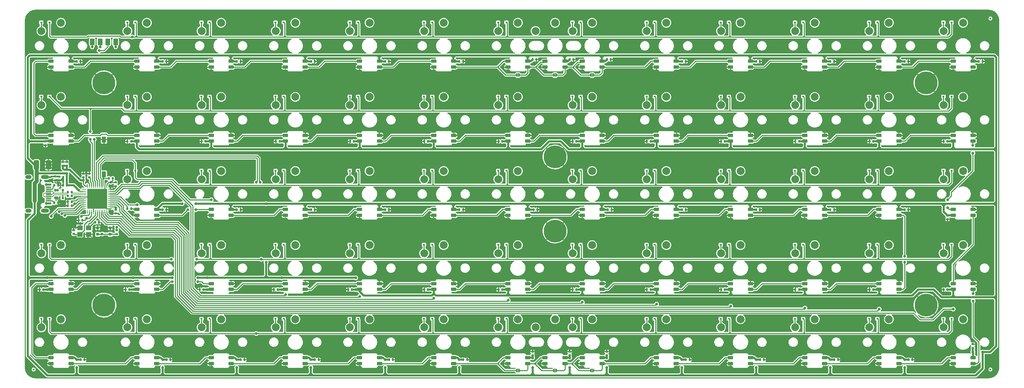
<source format=gbr>
%TF.GenerationSoftware,KiCad,Pcbnew,6.0.11-2627ca5db0~126~ubuntu22.04.1*%
%TF.CreationDate,2023-02-13T08:28:20-04:00*%
%TF.ProjectId,Topo_v0,546f706f-5f76-4302-9e6b-696361645f70,v0*%
%TF.SameCoordinates,Original*%
%TF.FileFunction,Copper,L1,Top*%
%TF.FilePolarity,Positive*%
%FSLAX46Y46*%
G04 Gerber Fmt 4.6, Leading zero omitted, Abs format (unit mm)*
G04 Created by KiCad (PCBNEW 6.0.11-2627ca5db0~126~ubuntu22.04.1) date 2023-02-13 08:28:20*
%MOMM*%
%LPD*%
G01*
G04 APERTURE LIST*
G04 Aperture macros list*
%AMRoundRect*
0 Rectangle with rounded corners*
0 $1 Rounding radius*
0 $2 $3 $4 $5 $6 $7 $8 $9 X,Y pos of 4 corners*
0 Add a 4 corners polygon primitive as box body*
4,1,4,$2,$3,$4,$5,$6,$7,$8,$9,$2,$3,0*
0 Add four circle primitives for the rounded corners*
1,1,$1+$1,$2,$3*
1,1,$1+$1,$4,$5*
1,1,$1+$1,$6,$7*
1,1,$1+$1,$8,$9*
0 Add four rect primitives between the rounded corners*
20,1,$1+$1,$2,$3,$4,$5,0*
20,1,$1+$1,$4,$5,$6,$7,0*
20,1,$1+$1,$6,$7,$8,$9,0*
20,1,$1+$1,$8,$9,$2,$3,0*%
%AMFreePoly0*
4,1,17,0.186780,0.262980,0.491580,-0.041820,0.495300,-0.050800,0.495300,-0.152400,0.491580,-0.161380,0.440780,-0.212180,0.431800,-0.215900,-0.431800,-0.215900,-0.440780,-0.212180,-0.491580,-0.161380,-0.495300,-0.152400,-0.495300,-0.050800,-0.491580,-0.041820,-0.186780,0.262980,-0.177800,0.266700,0.177800,0.266700,0.186780,0.262980,0.186780,0.262980,$1*%
G04 Aperture macros list end*
%TA.AperFunction,SMDPad,CuDef*%
%ADD10R,0.600000X0.450000*%
%TD*%
%TA.AperFunction,SMDPad,CuDef*%
%ADD11RoundRect,0.140000X0.140000X0.170000X-0.140000X0.170000X-0.140000X-0.170000X0.140000X-0.170000X0*%
%TD*%
%TA.AperFunction,SMDPad,CuDef*%
%ADD12RoundRect,0.140000X-0.140000X-0.170000X0.140000X-0.170000X0.140000X0.170000X-0.140000X0.170000X0*%
%TD*%
%TA.AperFunction,SMDPad,CuDef*%
%ADD13RoundRect,0.205000X-0.495000X-0.205000X0.495000X-0.205000X0.495000X0.205000X-0.495000X0.205000X0*%
%TD*%
%TA.AperFunction,SMDPad,CuDef*%
%ADD14RoundRect,0.205000X0.495000X0.205000X-0.495000X0.205000X-0.495000X-0.205000X0.495000X-0.205000X0*%
%TD*%
%TA.AperFunction,SMDPad,CuDef*%
%ADD15RoundRect,0.312500X0.312500X-0.562500X0.312500X0.562500X-0.312500X0.562500X-0.312500X-0.562500X0*%
%TD*%
%TA.AperFunction,SMDPad,CuDef*%
%ADD16RoundRect,0.140000X-0.170000X0.140000X-0.170000X-0.140000X0.170000X-0.140000X0.170000X0.140000X0*%
%TD*%
%TA.AperFunction,SMDPad,CuDef*%
%ADD17FreePoly0,90.000000*%
%TD*%
%TA.AperFunction,SMDPad,CuDef*%
%ADD18FreePoly0,270.000000*%
%TD*%
%TA.AperFunction,SMDPad,CuDef*%
%ADD19RoundRect,0.135000X-0.135000X-0.185000X0.135000X-0.185000X0.135000X0.185000X-0.135000X0.185000X0*%
%TD*%
%TA.AperFunction,SMDPad,CuDef*%
%ADD20C,5.840001*%
%TD*%
%TA.AperFunction,SMDPad,CuDef*%
%ADD21R,1.100000X1.500000*%
%TD*%
%TA.AperFunction,SMDPad,CuDef*%
%ADD22RoundRect,0.140000X0.170000X-0.140000X0.170000X0.140000X-0.170000X0.140000X-0.170000X-0.140000X0*%
%TD*%
%TA.AperFunction,SMDPad,CuDef*%
%ADD23R,1.400000X1.200000*%
%TD*%
%TA.AperFunction,SMDPad,CuDef*%
%ADD24C,0.500000*%
%TD*%
%TA.AperFunction,SMDPad,CuDef*%
%ADD25RoundRect,0.062500X-0.475000X-0.062500X0.475000X-0.062500X0.475000X0.062500X-0.475000X0.062500X0*%
%TD*%
%TA.AperFunction,SMDPad,CuDef*%
%ADD26RoundRect,0.062500X-0.062500X-0.475000X0.062500X-0.475000X0.062500X0.475000X-0.062500X0.475000X0*%
%TD*%
%TA.AperFunction,SMDPad,CuDef*%
%ADD27R,5.200000X5.200000*%
%TD*%
%TA.AperFunction,SMDPad,CuDef*%
%ADD28RoundRect,0.135000X-0.185000X0.135000X-0.185000X-0.135000X0.185000X-0.135000X0.185000X0.135000X0*%
%TD*%
%TA.AperFunction,SMDPad,CuDef*%
%ADD29R,0.700000X0.750000*%
%TD*%
%TA.AperFunction,SMDPad,CuDef*%
%ADD30R,1.000000X0.700000*%
%TD*%
%TA.AperFunction,SMDPad,CuDef*%
%ADD31R,0.600000X0.700000*%
%TD*%
%TA.AperFunction,SMDPad,CuDef*%
%ADD32RoundRect,0.135000X0.135000X0.185000X-0.135000X0.185000X-0.135000X-0.185000X0.135000X-0.185000X0*%
%TD*%
%TA.AperFunction,SMDPad,CuDef*%
%ADD33RoundRect,0.250000X-0.412500X-0.925000X0.412500X-0.925000X0.412500X0.925000X-0.412500X0.925000X0*%
%TD*%
%TA.AperFunction,SMDPad,CuDef*%
%ADD34RoundRect,0.135000X0.185000X-0.135000X0.185000X0.135000X-0.185000X0.135000X-0.185000X-0.135000X0*%
%TD*%
%TA.AperFunction,SMDPad,CuDef*%
%ADD35RoundRect,0.147500X-0.172500X0.147500X-0.172500X-0.147500X0.172500X-0.147500X0.172500X0.147500X0*%
%TD*%
%TA.AperFunction,SMDPad,CuDef*%
%ADD36R,1.450000X0.600000*%
%TD*%
%TA.AperFunction,SMDPad,CuDef*%
%ADD37R,1.450000X0.300000*%
%TD*%
%TA.AperFunction,ComponentPad*%
%ADD38O,2.100000X1.000000*%
%TD*%
%TA.AperFunction,ComponentPad*%
%ADD39O,1.600000X1.000000*%
%TD*%
%TA.AperFunction,ComponentPad*%
%ADD40C,2.000000*%
%TD*%
%TA.AperFunction,ViaPad*%
%ADD41C,0.700000*%
%TD*%
%TA.AperFunction,Conductor*%
%ADD42C,0.250000*%
%TD*%
%TA.AperFunction,Conductor*%
%ADD43C,0.400000*%
%TD*%
%TA.AperFunction,Conductor*%
%ADD44C,0.200000*%
%TD*%
%TA.AperFunction,Conductor*%
%ADD45C,0.500000*%
%TD*%
%TA.AperFunction,Conductor*%
%ADD46C,1.000000*%
%TD*%
G04 APERTURE END LIST*
D10*
%TO.P,D21,1,K*%
%TO.N,/ROW.1*%
X163050000Y-81000000D03*
%TO.P,D21,2,A*%
%TO.N,Net-(D21-Pad2)*%
X160950000Y-81000000D03*
%TD*%
%TO.P,D49,1,K*%
%TO.N,/ROW.3*%
X220050000Y-43000000D03*
%TO.P,D49,2,A*%
%TO.N,Net-(D49-Pad2)*%
X217950000Y-43000000D03*
%TD*%
%TO.P,D6,1,K*%
%TO.N,/ROW.0*%
X125050000Y-100000000D03*
%TO.P,D6,2,A*%
%TO.N,Net-(D6-Pad2)*%
X122950000Y-100000000D03*
%TD*%
D11*
%TO.P,C54,1*%
%TO.N,VBUS*%
X47980000Y-54500000D03*
%TO.P,C54,2*%
%TO.N,GND*%
X47020000Y-54500000D03*
%TD*%
D10*
%TO.P,D50,1,K*%
%TO.N,/ROW.3*%
X239050000Y-43000000D03*
%TO.P,D50,2,A*%
%TO.N,Net-(D50-Pad2)*%
X236950000Y-43000000D03*
%TD*%
D11*
%TO.P,C60,1*%
%TO.N,VBUS*%
X161980000Y-54500000D03*
%TO.P,C60,2*%
%TO.N,GND*%
X161020000Y-54500000D03*
%TD*%
D12*
%TO.P,C23,1*%
%TO.N,VBUS*%
X190020000Y-110500000D03*
%TO.P,C23,2*%
%TO.N,GND*%
X190980000Y-110500000D03*
%TD*%
D13*
%TO.P,D73,1,VDD*%
%TO.N,VBUS*%
X168550000Y-109950000D03*
%TO.P,D73,2,DOUT*%
%TO.N,Net-(D73-Pad2)*%
X168550000Y-111450000D03*
%TO.P,D73,3,VSS*%
%TO.N,GND*%
X163450000Y-111450000D03*
%TO.P,D73,4,DIN*%
%TO.N,Net-(D72-Pad2)*%
X163450000Y-109950000D03*
%TD*%
D12*
%TO.P,C77,1*%
%TO.N,VBUS*%
X227020000Y-34000000D03*
%TO.P,C77,2*%
%TO.N,GND*%
X227980000Y-34000000D03*
%TD*%
D10*
%TO.P,D47,1,K*%
%TO.N,/ROW.3*%
X182050000Y-43000000D03*
%TO.P,D47,2,A*%
%TO.N,Net-(D47-Pad2)*%
X179950000Y-43000000D03*
%TD*%
D14*
%TO.P,D87,1,VDD*%
%TO.N,VBUS*%
X182450000Y-92450000D03*
%TO.P,D87,2,DOUT*%
%TO.N,Net-(D86-Pad4)*%
X182450000Y-90950000D03*
%TO.P,D87,3,VSS*%
%TO.N,GND*%
X187550000Y-90950000D03*
%TO.P,D87,4,DIN*%
%TO.N,Net-(D87-Pad4)*%
X187550000Y-92450000D03*
%TD*%
%TO.P,D80,1,VDD*%
%TO.N,VBUS*%
X49450000Y-92450000D03*
%TO.P,D80,2,DOUT*%
%TO.N,Net-(D79-Pad4)*%
X49450000Y-90950000D03*
%TO.P,D80,3,VSS*%
%TO.N,GND*%
X54550000Y-90950000D03*
%TO.P,D80,4,DIN*%
%TO.N,Net-(D80-Pad4)*%
X54550000Y-92450000D03*
%TD*%
D10*
%TO.P,D34,1,K*%
%TO.N,/ROW.2*%
X182050000Y-62000000D03*
%TO.P,D34,2,A*%
%TO.N,Net-(D34-Pad2)*%
X179950000Y-62000000D03*
%TD*%
D13*
%TO.P,D119,1,VDD*%
%TO.N,VBUS*%
X73550000Y-33950000D03*
%TO.P,D119,2,DOUT*%
%TO.N,Net-(D119-Pad2)*%
X73550000Y-35450000D03*
%TO.P,D119,3,VSS*%
%TO.N,GND*%
X68450000Y-35450000D03*
%TO.P,D119,4,DIN*%
%TO.N,Net-(D118-Pad2)*%
X68450000Y-33950000D03*
%TD*%
D10*
%TO.P,D16,1,K*%
%TO.N,/ROW.1*%
X68050000Y-81000000D03*
%TO.P,D16,2,A*%
%TO.N,Net-(D16-Pad2)*%
X65950000Y-81000000D03*
%TD*%
%TO.P,D28,1,K*%
%TO.N,/ROW.2*%
X68050000Y-62000000D03*
%TO.P,D28,2,A*%
%TO.N,Net-(D28-Pad2)*%
X65950000Y-62000000D03*
%TD*%
%TO.P,D5,1,K*%
%TO.N,/ROW.0*%
X106050000Y-100000000D03*
%TO.P,D5,2,A*%
%TO.N,Net-(D5-Pad2)*%
X103950000Y-100000000D03*
%TD*%
D12*
%TO.P,C17,1*%
%TO.N,VBUS*%
X95000000Y-110500000D03*
%TO.P,C17,2*%
%TO.N,GND*%
X95960000Y-110500000D03*
%TD*%
D10*
%TO.P,D15,1,K*%
%TO.N,/ROW.1*%
X49050000Y-81000000D03*
%TO.P,D15,2,A*%
%TO.N,Net-(D15-Pad2)*%
X46950000Y-81000000D03*
%TD*%
D14*
%TO.P,D103,1,VDD*%
%TO.N,VBUS*%
X258450000Y-73450000D03*
%TO.P,D103,2,DOUT*%
%TO.N,Net-(D103-Pad2)*%
X258450000Y-71950000D03*
%TO.P,D103,3,VSS*%
%TO.N,GND*%
X263550000Y-71950000D03*
%TO.P,D103,4,DIN*%
%TO.N,Net-(D103-Pad4)*%
X263550000Y-73450000D03*
%TD*%
%TO.P,D89,1,VDD*%
%TO.N,VBUS*%
X220450000Y-92450000D03*
%TO.P,D89,2,DOUT*%
%TO.N,Net-(D88-Pad4)*%
X220450000Y-90950000D03*
%TO.P,D89,3,VSS*%
%TO.N,GND*%
X225550000Y-90950000D03*
%TO.P,D89,4,DIN*%
%TO.N,Net-(D89-Pad4)*%
X225550000Y-92450000D03*
%TD*%
D12*
%TO.P,C6,1*%
%TO.N,GND*%
X31770000Y-70000000D03*
%TO.P,C6,2*%
%TO.N,/UCAP*%
X32730000Y-70000000D03*
%TD*%
D13*
%TO.P,D67,1,VDD*%
%TO.N,VBUS*%
X73550000Y-109950000D03*
%TO.P,D67,2,DOUT*%
%TO.N,Net-(D67-Pad2)*%
X73550000Y-111450000D03*
%TO.P,D67,3,VSS*%
%TO.N,GND*%
X68450000Y-111450000D03*
%TO.P,D67,4,DIN*%
%TO.N,Net-(D66-Pad2)*%
X68450000Y-109950000D03*
%TD*%
D15*
%TO.P,J1,1,Pin_1*%
%TO.N,/MISO*%
X38000000Y-29000000D03*
%TO.P,J1,2,Pin_2*%
%TO.N,/MOSI*%
X40000000Y-29000000D03*
%TO.P,J1,3,Pin_3*%
%TO.N,/SCK*%
X42000000Y-29000000D03*
%TO.P,J1,4,Pin_4*%
%TO.N,/~{RST}*%
X44000000Y-29000000D03*
%TD*%
D16*
%TO.P,C10,1*%
%TO.N,+5V*%
X44000000Y-65020000D03*
%TO.P,C10,2*%
%TO.N,GND*%
X44000000Y-65980000D03*
%TD*%
D12*
%TO.P,C75,1*%
%TO.N,VBUS*%
X189020000Y-34000000D03*
%TO.P,C75,2*%
%TO.N,GND*%
X189980000Y-34000000D03*
%TD*%
D10*
%TO.P,D14,1,K*%
%TO.N,/ROW.1*%
X27050000Y-81000000D03*
%TO.P,D14,2,A*%
%TO.N,Net-(D14-Pad2)*%
X24950000Y-81000000D03*
%TD*%
D12*
%TO.P,C69,1*%
%TO.N,VBUS*%
X94020000Y-34000000D03*
%TO.P,C69,2*%
%TO.N,GND*%
X94980000Y-34000000D03*
%TD*%
%TO.P,C41,1*%
%TO.N,VBUS*%
X56020000Y-72000000D03*
%TO.P,C41,2*%
%TO.N,GND*%
X56980000Y-72000000D03*
%TD*%
D11*
%TO.P,C29,1*%
%TO.N,VBUS*%
X47480000Y-92500000D03*
%TO.P,C29,2*%
%TO.N,GND*%
X46520000Y-92500000D03*
%TD*%
%TO.P,C61,1*%
%TO.N,VBUS*%
X180980000Y-54500000D03*
%TO.P,C61,2*%
%TO.N,GND*%
X180020000Y-54500000D03*
%TD*%
D17*
%TO.P,JP2,1,A*%
%TO.N,Net-(D71-Pad2)*%
X156200000Y-113250000D03*
D18*
%TO.P,JP2,2,B*%
%TO.N,Net-(D72-Pad2)*%
X156800000Y-113250000D03*
%TD*%
D13*
%TO.P,D128,1,VDD*%
%TO.N,VBUS*%
X225550000Y-33950000D03*
%TO.P,D128,2,DOUT*%
%TO.N,Net-(D128-Pad2)*%
X225550000Y-35450000D03*
%TO.P,D128,3,VSS*%
%TO.N,GND*%
X220450000Y-35450000D03*
%TO.P,D128,4,DIN*%
%TO.N,Net-(D127-Pad2)*%
X220450000Y-33950000D03*
%TD*%
D11*
%TO.P,C33,1*%
%TO.N,VBUS*%
X123980000Y-92500000D03*
%TO.P,C33,2*%
%TO.N,GND*%
X123020000Y-92500000D03*
%TD*%
D13*
%TO.P,D65,1,VDD*%
%TO.N,VBUS*%
X32550000Y-109950000D03*
%TO.P,D65,2,DOUT*%
%TO.N,Net-(D65-Pad2)*%
X32550000Y-111450000D03*
%TO.P,D65,3,VSS*%
%TO.N,GND*%
X27450000Y-111450000D03*
%TO.P,D65,4,DIN*%
%TO.N,Net-(D65-Pad4)*%
X27450000Y-109950000D03*
%TD*%
D14*
%TO.P,D88,1,VDD*%
%TO.N,VBUS*%
X201450000Y-92450000D03*
%TO.P,D88,2,DOUT*%
%TO.N,Net-(D87-Pad4)*%
X201450000Y-90950000D03*
%TO.P,D88,3,VSS*%
%TO.N,GND*%
X206550000Y-90950000D03*
%TO.P,D88,4,DIN*%
%TO.N,Net-(D88-Pad4)*%
X206550000Y-92450000D03*
%TD*%
D10*
%TO.P,D33,1,K*%
%TO.N,/ROW.2*%
X163050000Y-62000000D03*
%TO.P,D33,2,A*%
%TO.N,Net-(D33-Pad2)*%
X160950000Y-62000000D03*
%TD*%
D14*
%TO.P,D86,1,VDD*%
%TO.N,VBUS*%
X163450000Y-92450000D03*
%TO.P,D86,2,DOUT*%
%TO.N,Net-(D85-Pad4)*%
X163450000Y-90950000D03*
%TO.P,D86,3,VSS*%
%TO.N,GND*%
X168550000Y-90950000D03*
%TO.P,D86,4,DIN*%
%TO.N,Net-(D86-Pad4)*%
X168550000Y-92450000D03*
%TD*%
D10*
%TO.P,D19,1,K*%
%TO.N,/ROW.1*%
X125050000Y-81000000D03*
%TO.P,D19,2,A*%
%TO.N,Net-(D19-Pad2)*%
X122950000Y-81000000D03*
%TD*%
%TO.P,D36,1,K*%
%TO.N,/ROW.2*%
X220050000Y-62000000D03*
%TO.P,D36,2,A*%
%TO.N,Net-(D36-Pad2)*%
X217950000Y-62000000D03*
%TD*%
D11*
%TO.P,C31,1*%
%TO.N,VBUS*%
X85480000Y-92500000D03*
%TO.P,C31,2*%
%TO.N,GND*%
X84520000Y-92500000D03*
%TD*%
D13*
%TO.P,D72,1,VDD*%
%TO.N,VBUS*%
X159050000Y-109950000D03*
%TO.P,D72,2,DOUT*%
%TO.N,Net-(D72-Pad2)*%
X159050000Y-111450000D03*
%TO.P,D72,3,VSS*%
%TO.N,GND*%
X153950000Y-111450000D03*
%TO.P,D72,4,DIN*%
%TO.N,Net-(D71-Pad2)*%
X153950000Y-109950000D03*
%TD*%
D11*
%TO.P,C65,1*%
%TO.N,VBUS*%
X256980000Y-54500000D03*
%TO.P,C65,2*%
%TO.N,GND*%
X256020000Y-54500000D03*
%TD*%
D10*
%TO.P,D41,1,K*%
%TO.N,/ROW.3*%
X68050000Y-43000000D03*
%TO.P,D41,2,A*%
%TO.N,Net-(D41-Pad2)*%
X65950000Y-43000000D03*
%TD*%
%TO.P,D1,1,K*%
%TO.N,/ROW.0*%
X27050000Y-100000000D03*
%TO.P,D1,2,A*%
%TO.N,Net-(D1-Pad2)*%
X24950000Y-100000000D03*
%TD*%
D14*
%TO.P,D85,1,VDD*%
%TO.N,VBUS*%
X144450000Y-92450000D03*
%TO.P,D85,2,DOUT*%
%TO.N,Net-(D84-Pad4)*%
X144450000Y-90950000D03*
%TO.P,D85,3,VSS*%
%TO.N,GND*%
X149550000Y-90950000D03*
%TO.P,D85,4,DIN*%
%TO.N,Net-(D85-Pad4)*%
X149550000Y-92450000D03*
%TD*%
D10*
%TO.P,D7,1,K*%
%TO.N,/ROW.0*%
X144050000Y-100000000D03*
%TO.P,D7,2,A*%
%TO.N,Net-(D7-Pad2)*%
X141950000Y-100000000D03*
%TD*%
%TO.P,D56,1,K*%
%TO.N,/ROW.4*%
X106050000Y-24000000D03*
%TO.P,D56,2,A*%
%TO.N,Net-(D56-Pad2)*%
X103950000Y-24000000D03*
%TD*%
D12*
%TO.P,C25,1*%
%TO.N,VBUS*%
X228020000Y-110500000D03*
%TO.P,C25,2*%
%TO.N,GND*%
X228980000Y-110500000D03*
%TD*%
D13*
%TO.P,D130,1,VDD*%
%TO.N,VBUS*%
X263550000Y-33950000D03*
%TO.P,D130,2,DOUT*%
%TO.N,unconnected-(D130-Pad2)*%
X263550000Y-35450000D03*
%TO.P,D130,3,VSS*%
%TO.N,GND*%
X258450000Y-35450000D03*
%TO.P,D130,4,DIN*%
%TO.N,Net-(D129-Pad2)*%
X258450000Y-33950000D03*
%TD*%
%TO.P,D74,1,VDD*%
%TO.N,VBUS*%
X187550000Y-109950000D03*
%TO.P,D74,2,DOUT*%
%TO.N,Net-(D74-Pad2)*%
X187550000Y-111450000D03*
%TO.P,D74,3,VSS*%
%TO.N,GND*%
X182450000Y-111450000D03*
%TO.P,D74,4,DIN*%
%TO.N,Net-(D73-Pad2)*%
X182450000Y-109950000D03*
%TD*%
D11*
%TO.P,C64,1*%
%TO.N,VBUS*%
X237980000Y-54500000D03*
%TO.P,C64,2*%
%TO.N,GND*%
X237020000Y-54500000D03*
%TD*%
D10*
%TO.P,D17,1,K*%
%TO.N,/ROW.1*%
X87050000Y-81000000D03*
%TO.P,D17,2,A*%
%TO.N,Net-(D17-Pad2)*%
X84950000Y-81000000D03*
%TD*%
D13*
%TO.P,D122,1,VDD*%
%TO.N,VBUS*%
X130550000Y-33950000D03*
%TO.P,D122,2,DOUT*%
%TO.N,Net-(D122-Pad2)*%
X130550000Y-35450000D03*
%TO.P,D122,3,VSS*%
%TO.N,GND*%
X125450000Y-35450000D03*
%TO.P,D122,4,DIN*%
%TO.N,Net-(D121-Pad2)*%
X125450000Y-33950000D03*
%TD*%
D10*
%TO.P,D13,1,K*%
%TO.N,/ROW.0*%
X258050000Y-100000000D03*
%TO.P,D13,2,A*%
%TO.N,Net-(D13-Pad2)*%
X255950000Y-100000000D03*
%TD*%
D12*
%TO.P,C14,1*%
%TO.N,VBUS*%
X35020000Y-110500000D03*
%TO.P,C14,2*%
%TO.N,GND*%
X35980000Y-110500000D03*
%TD*%
D13*
%TO.P,D99,1,VDD*%
%TO.N,VBUS*%
X187550000Y-71950000D03*
%TO.P,D99,2,DOUT*%
%TO.N,Net-(D100-Pad4)*%
X187550000Y-73450000D03*
%TO.P,D99,3,VSS*%
%TO.N,GND*%
X182450000Y-73450000D03*
%TO.P,D99,4,DIN*%
%TO.N,Net-(D98-Pad2)*%
X182450000Y-71950000D03*
%TD*%
D16*
%TO.P,C53,1*%
%TO.N,VBUS*%
X26000000Y-54520000D03*
%TO.P,C53,2*%
%TO.N,GND*%
X26000000Y-55480000D03*
%TD*%
D14*
%TO.P,D113,1,VDD*%
%TO.N,VBUS*%
X201450000Y-54450000D03*
%TO.P,D113,2,DOUT*%
%TO.N,Net-(D112-Pad4)*%
X201450000Y-52950000D03*
%TO.P,D113,3,VSS*%
%TO.N,GND*%
X206550000Y-52950000D03*
%TO.P,D113,4,DIN*%
%TO.N,Net-(D113-Pad4)*%
X206550000Y-54450000D03*
%TD*%
%TO.P,D106,1,VDD*%
%TO.N,VBUS*%
X68450000Y-54450000D03*
%TO.P,D106,2,DOUT*%
%TO.N,Net-(D105-Pad4)*%
X68450000Y-52950000D03*
%TO.P,D106,3,VSS*%
%TO.N,GND*%
X73550000Y-52950000D03*
%TO.P,D106,4,DIN*%
%TO.N,Net-(D106-Pad4)*%
X73550000Y-54450000D03*
%TD*%
D10*
%TO.P,D38,1,K*%
%TO.N,/ROW.2*%
X258050000Y-62000000D03*
%TO.P,D38,2,A*%
%TO.N,Net-(D38-Pad2)*%
X255950000Y-62000000D03*
%TD*%
D11*
%TO.P,C28,1*%
%TO.N,VBUS*%
X25480000Y-92500000D03*
%TO.P,C28,2*%
%TO.N,GND*%
X24520000Y-92500000D03*
%TD*%
D13*
%TO.P,D75,1,VDD*%
%TO.N,VBUS*%
X206550000Y-109950000D03*
%TO.P,D75,2,DOUT*%
%TO.N,Net-(D75-Pad2)*%
X206550000Y-111450000D03*
%TO.P,D75,3,VSS*%
%TO.N,GND*%
X201450000Y-111450000D03*
%TO.P,D75,4,DIN*%
%TO.N,Net-(D74-Pad2)*%
X201450000Y-109950000D03*
%TD*%
D19*
%TO.P,R4,1*%
%TO.N,/TVS\u002C CC-UFP (P1)/CC1*%
X28240000Y-65750000D03*
%TO.P,R4,2*%
%TO.N,GND*%
X29260000Y-65750000D03*
%TD*%
D13*
%TO.P,D102,1,VDD*%
%TO.N,VBUS*%
X244550000Y-71950000D03*
%TO.P,D102,2,DOUT*%
%TO.N,Net-(D102-Pad2)*%
X244550000Y-73450000D03*
%TO.P,D102,3,VSS*%
%TO.N,GND*%
X239450000Y-73450000D03*
%TO.P,D102,4,DIN*%
%TO.N,Net-(D101-Pad2)*%
X239450000Y-71950000D03*
%TD*%
D17*
%TO.P,JP5,1,A*%
%TO.N,Net-(D123-Pad2)*%
X156200000Y-37500000D03*
D18*
%TO.P,JP5,2,B*%
%TO.N,Net-(D124-Pad2)*%
X156800000Y-37500000D03*
%TD*%
D13*
%TO.P,D70,1,VDD*%
%TO.N,VBUS*%
X130550000Y-109950000D03*
%TO.P,D70,2,DOUT*%
%TO.N,Net-(D70-Pad2)*%
X130550000Y-111450000D03*
%TO.P,D70,3,VSS*%
%TO.N,GND*%
X125450000Y-111450000D03*
%TO.P,D70,4,DIN*%
%TO.N,Net-(D69-Pad2)*%
X125450000Y-109950000D03*
%TD*%
%TO.P,D94,1,VDD*%
%TO.N,VBUS*%
X92550000Y-71950000D03*
%TO.P,D94,2,DOUT*%
%TO.N,Net-(D94-Pad2)*%
X92550000Y-73450000D03*
%TO.P,D94,3,VSS*%
%TO.N,GND*%
X87450000Y-73450000D03*
%TO.P,D94,4,DIN*%
%TO.N,Net-(D93-Pad2)*%
X87450000Y-71950000D03*
%TD*%
D11*
%TO.P,C57,1*%
%TO.N,VBUS*%
X104980000Y-54500000D03*
%TO.P,C57,2*%
%TO.N,GND*%
X104020000Y-54500000D03*
%TD*%
D10*
%TO.P,D24,1,K*%
%TO.N,/ROW.1*%
X220050000Y-81000000D03*
%TO.P,D24,2,A*%
%TO.N,Net-(D24-Pad2)*%
X217950000Y-81000000D03*
%TD*%
D12*
%TO.P,C79,1*%
%TO.N,VBUS*%
X265020000Y-34000000D03*
%TO.P,C79,2*%
%TO.N,GND*%
X265980000Y-34000000D03*
%TD*%
D11*
%TO.P,C35,1*%
%TO.N,VBUS*%
X161980000Y-92500000D03*
%TO.P,C35,2*%
%TO.N,GND*%
X161020000Y-92500000D03*
%TD*%
D13*
%TO.P,D124,1,VDD*%
%TO.N,VBUS*%
X159050000Y-33950000D03*
%TO.P,D124,2,DOUT*%
%TO.N,Net-(D124-Pad2)*%
X159050000Y-35450000D03*
%TO.P,D124,3,VSS*%
%TO.N,GND*%
X153950000Y-35450000D03*
%TO.P,D124,4,DIN*%
%TO.N,Net-(D123-Pad2)*%
X153950000Y-33950000D03*
%TD*%
D10*
%TO.P,D64,1,K*%
%TO.N,/ROW.4*%
X258050000Y-24000000D03*
%TO.P,D64,2,A*%
%TO.N,Net-(D64-Pad2)*%
X255950000Y-24000000D03*
%TD*%
D11*
%TO.P,C58,1*%
%TO.N,VBUS*%
X123980000Y-54500000D03*
%TO.P,C58,2*%
%TO.N,GND*%
X123020000Y-54500000D03*
%TD*%
D12*
%TO.P,C16,1*%
%TO.N,VBUS*%
X76020000Y-110500000D03*
%TO.P,C16,2*%
%TO.N,GND*%
X76980000Y-110500000D03*
%TD*%
D10*
%TO.P,D8,1,K*%
%TO.N,/ROW.0*%
X163050000Y-100000000D03*
%TO.P,D8,2,A*%
%TO.N,Net-(D8-Pad2)*%
X160950000Y-100000000D03*
%TD*%
D12*
%TO.P,C18,1*%
%TO.N,VBUS*%
X114020000Y-110500000D03*
%TO.P,C18,2*%
%TO.N,GND*%
X114980000Y-110500000D03*
%TD*%
%TO.P,C76,1*%
%TO.N,VBUS*%
X208020000Y-34000000D03*
%TO.P,C76,2*%
%TO.N,GND*%
X208980000Y-34000000D03*
%TD*%
D20*
%TO.P,H6,1,1*%
%TO.N,GND*%
X251500000Y-39500000D03*
%TD*%
D13*
%TO.P,D96,1,VDD*%
%TO.N,VBUS*%
X130550000Y-71950000D03*
%TO.P,D96,2,DOUT*%
%TO.N,Net-(D96-Pad2)*%
X130550000Y-73450000D03*
%TO.P,D96,3,VSS*%
%TO.N,GND*%
X125450000Y-73450000D03*
%TO.P,D96,4,DIN*%
%TO.N,Net-(D95-Pad2)*%
X125450000Y-71950000D03*
%TD*%
D12*
%TO.P,C70,1*%
%TO.N,VBUS*%
X113020000Y-34000000D03*
%TO.P,C70,2*%
%TO.N,GND*%
X113980000Y-34000000D03*
%TD*%
D10*
%TO.P,D31,1,K*%
%TO.N,/ROW.2*%
X125050000Y-62000000D03*
%TO.P,D31,2,A*%
%TO.N,Net-(D31-Pad2)*%
X122950000Y-62000000D03*
%TD*%
D13*
%TO.P,D125,1,VDD*%
%TO.N,VBUS*%
X168550000Y-33950000D03*
%TO.P,D125,2,DOUT*%
%TO.N,Net-(D125-Pad2)*%
X168550000Y-35450000D03*
%TO.P,D125,3,VSS*%
%TO.N,GND*%
X163450000Y-35450000D03*
%TO.P,D125,4,DIN*%
%TO.N,Net-(D124-Pad2)*%
X163450000Y-33950000D03*
%TD*%
D12*
%TO.P,C74,1*%
%TO.N,VBUS*%
X169827836Y-33500000D03*
%TO.P,C74,2*%
%TO.N,GND*%
X170787836Y-33500000D03*
%TD*%
D11*
%TO.P,C59,1*%
%TO.N,VBUS*%
X142980000Y-54500000D03*
%TO.P,C59,2*%
%TO.N,GND*%
X142020000Y-54500000D03*
%TD*%
%TO.P,C55,1*%
%TO.N,VBUS*%
X66980000Y-54500000D03*
%TO.P,C55,2*%
%TO.N,GND*%
X66020000Y-54500000D03*
%TD*%
D13*
%TO.P,D121,1,VDD*%
%TO.N,VBUS*%
X111550000Y-33950000D03*
%TO.P,D121,2,DOUT*%
%TO.N,Net-(D121-Pad2)*%
X111550000Y-35450000D03*
%TO.P,D121,3,VSS*%
%TO.N,GND*%
X106450000Y-35450000D03*
%TO.P,D121,4,DIN*%
%TO.N,Net-(D120-Pad2)*%
X106450000Y-33950000D03*
%TD*%
D11*
%TO.P,C2,1*%
%TO.N,VBUS*%
X31480000Y-65750000D03*
%TO.P,C2,2*%
%TO.N,GND*%
X30520000Y-65750000D03*
%TD*%
D12*
%TO.P,C48,1*%
%TO.N,VBUS*%
X189020000Y-72000000D03*
%TO.P,C48,2*%
%TO.N,GND*%
X189980000Y-72000000D03*
%TD*%
D21*
%TO.P,SW2,1*%
%TO.N,/SW_DIP*%
X41000000Y-62950000D03*
%TO.P,SW2,2*%
%TO.N,GND*%
X41000000Y-54050000D03*
%TD*%
D10*
%TO.P,D59,1,K*%
%TO.N,/ROW.4*%
X163050000Y-24000000D03*
%TO.P,D59,2,A*%
%TO.N,Net-(D59-Pad2)*%
X160950000Y-24000000D03*
%TD*%
D13*
%TO.P,D127,1,VDD*%
%TO.N,VBUS*%
X206550000Y-33950000D03*
%TO.P,D127,2,DOUT*%
%TO.N,Net-(D127-Pad2)*%
X206550000Y-35450000D03*
%TO.P,D127,3,VSS*%
%TO.N,GND*%
X201450000Y-35450000D03*
%TO.P,D127,4,DIN*%
%TO.N,Net-(D126-Pad2)*%
X201450000Y-33950000D03*
%TD*%
D10*
%TO.P,D9,1,K*%
%TO.N,/ROW.0*%
X182050000Y-100000000D03*
%TO.P,D9,2,A*%
%TO.N,Net-(D9-Pad2)*%
X179950000Y-100000000D03*
%TD*%
D22*
%TO.P,C22,1*%
%TO.N,VBUS*%
X169750000Y-109380000D03*
%TO.P,C22,2*%
%TO.N,GND*%
X169750000Y-108420000D03*
%TD*%
D12*
%TO.P,C68,1*%
%TO.N,VBUS*%
X75020000Y-34000000D03*
%TO.P,C68,2*%
%TO.N,GND*%
X75980000Y-34000000D03*
%TD*%
D10*
%TO.P,D18,1,K*%
%TO.N,/ROW.1*%
X106050000Y-81000000D03*
%TO.P,D18,2,A*%
%TO.N,Net-(D18-Pad2)*%
X103950000Y-81000000D03*
%TD*%
D23*
%TO.P,Y1,1,1*%
%TO.N,/XTAL1*%
X37100000Y-76650000D03*
%TO.P,Y1,2,2*%
%TO.N,GND*%
X34900000Y-76650000D03*
%TO.P,Y1,3,3*%
%TO.N,/XTAL2*%
X34900000Y-78350000D03*
%TO.P,Y1,4,4*%
%TO.N,GND*%
X37100000Y-78350000D03*
%TD*%
D11*
%TO.P,C81,1*%
%TO.N,GND*%
X39730000Y-75250000D03*
%TO.P,C81,2*%
%TO.N,/XTAL1*%
X38770000Y-75250000D03*
%TD*%
D12*
%TO.P,C43,1*%
%TO.N,VBUS*%
X94020000Y-72000000D03*
%TO.P,C43,2*%
%TO.N,GND*%
X94980000Y-72000000D03*
%TD*%
D11*
%TO.P,C39,1*%
%TO.N,VBUS*%
X237980000Y-92500000D03*
%TO.P,C39,2*%
%TO.N,GND*%
X237020000Y-92500000D03*
%TD*%
D24*
%TO.P,FID3,*%
%TO.N,*%
X268000000Y-23000000D03*
%TD*%
D10*
%TO.P,D54,1,K*%
%TO.N,/ROW.4*%
X68050000Y-24000000D03*
%TO.P,D54,2,A*%
%TO.N,Net-(D54-Pad2)*%
X65950000Y-24000000D03*
%TD*%
D14*
%TO.P,D104,1,VDD*%
%TO.N,VBUS*%
X27450000Y-54450000D03*
%TO.P,D104,2,DOUT*%
%TO.N,Net-(D104-Pad2)*%
X27450000Y-52950000D03*
%TO.P,D104,3,VSS*%
%TO.N,GND*%
X32550000Y-52950000D03*
%TO.P,D104,4,DIN*%
%TO.N,Net-(D104-Pad4)*%
X32550000Y-54450000D03*
%TD*%
D10*
%TO.P,D42,1,K*%
%TO.N,/ROW.3*%
X87050000Y-43000000D03*
%TO.P,D42,2,A*%
%TO.N,Net-(D42-Pad2)*%
X84950000Y-43000000D03*
%TD*%
%TO.P,D57,1,K*%
%TO.N,/ROW.4*%
X125050000Y-24000000D03*
%TO.P,D57,2,A*%
%TO.N,Net-(D57-Pad2)*%
X122950000Y-24000000D03*
%TD*%
D16*
%TO.P,C80,1*%
%TO.N,Earth*%
X29500000Y-63520000D03*
%TO.P,C80,2*%
%TO.N,GND*%
X29500000Y-64480000D03*
%TD*%
D11*
%TO.P,C9,1*%
%TO.N,+5V*%
X35480000Y-74750000D03*
%TO.P,C9,2*%
%TO.N,GND*%
X34520000Y-74750000D03*
%TD*%
D10*
%TO.P,D22,1,K*%
%TO.N,/ROW.1*%
X182050000Y-81000000D03*
%TO.P,D22,2,A*%
%TO.N,Net-(D22-Pad2)*%
X179950000Y-81000000D03*
%TD*%
%TO.P,D20,1,K*%
%TO.N,/ROW.1*%
X144050000Y-81000000D03*
%TO.P,D20,2,A*%
%TO.N,Net-(D20-Pad2)*%
X141950000Y-81000000D03*
%TD*%
D12*
%TO.P,C71,1*%
%TO.N,VBUS*%
X132020000Y-34000000D03*
%TO.P,C71,2*%
%TO.N,GND*%
X132980000Y-34000000D03*
%TD*%
D14*
%TO.P,D83,1,VDD*%
%TO.N,VBUS*%
X106450000Y-92450000D03*
%TO.P,D83,2,DOUT*%
%TO.N,Net-(D82-Pad4)*%
X106450000Y-90950000D03*
%TO.P,D83,3,VSS*%
%TO.N,GND*%
X111550000Y-90950000D03*
%TO.P,D83,4,DIN*%
%TO.N,Net-(D83-Pad4)*%
X111550000Y-92450000D03*
%TD*%
D16*
%TO.P,C11,1*%
%TO.N,+5V*%
X44000000Y-72020000D03*
%TO.P,C11,2*%
%TO.N,GND*%
X44000000Y-72980000D03*
%TD*%
D14*
%TO.P,D82,1,VDD*%
%TO.N,VBUS*%
X87450000Y-92450000D03*
%TO.P,D82,2,DOUT*%
%TO.N,Net-(D81-Pad4)*%
X87450000Y-90950000D03*
%TO.P,D82,3,VSS*%
%TO.N,GND*%
X92550000Y-90950000D03*
%TO.P,D82,4,DIN*%
%TO.N,Net-(D82-Pad4)*%
X92550000Y-92450000D03*
%TD*%
D10*
%TO.P,D48,1,K*%
%TO.N,/ROW.3*%
X201050000Y-43000000D03*
%TO.P,D48,2,A*%
%TO.N,Net-(D48-Pad2)*%
X198950000Y-43000000D03*
%TD*%
D13*
%TO.P,D97,1,VDD*%
%TO.N,VBUS*%
X149550000Y-71950000D03*
%TO.P,D97,2,DOUT*%
%TO.N,Net-(D97-Pad2)*%
X149550000Y-73450000D03*
%TO.P,D97,3,VSS*%
%TO.N,GND*%
X144450000Y-73450000D03*
%TO.P,D97,4,DIN*%
%TO.N,Net-(D96-Pad2)*%
X144450000Y-71950000D03*
%TD*%
D25*
%TO.P,U1,1,PE6*%
%TO.N,unconnected-(U1-Pad1)*%
X35912500Y-66750000D03*
%TO.P,U1,2,UVCC*%
%TO.N,VBUS*%
X35912500Y-67250000D03*
%TO.P,U1,3,D-*%
%TO.N,/USB_aDN*%
X35912500Y-67750000D03*
%TO.P,U1,4,D+*%
%TO.N,/USB_aDP*%
X35912500Y-68250000D03*
%TO.P,U1,5,UGND*%
%TO.N,GND*%
X35912500Y-68750000D03*
%TO.P,U1,6,UCAP*%
%TO.N,/UCAP*%
X35912500Y-69250000D03*
%TO.P,U1,7,VBUS*%
%TO.N,VBUS*%
X35912500Y-69750000D03*
%TO.P,U1,8,PB0*%
%TO.N,/COL.0*%
X35912500Y-70250000D03*
%TO.P,U1,9,PB1*%
%TO.N,/SCK*%
X35912500Y-70750000D03*
%TO.P,U1,10,PB2*%
%TO.N,/MOSI*%
X35912500Y-71250000D03*
%TO.P,U1,11,PB3*%
%TO.N,/MISO*%
X35912500Y-71750000D03*
D26*
%TO.P,U1,12,PB7*%
%TO.N,unconnected-(U1-Pad12)*%
X36750000Y-72587500D03*
%TO.P,U1,13,~{RESET}*%
%TO.N,/~{RST}*%
X37250000Y-72587500D03*
%TO.P,U1,14,VCC*%
%TO.N,+5V*%
X37750000Y-72587500D03*
%TO.P,U1,15,GND*%
%TO.N,GND*%
X38250000Y-72587500D03*
%TO.P,U1,16,XTAL2*%
%TO.N,/XTAL2*%
X38750000Y-72587500D03*
%TO.P,U1,17,XTAL1*%
%TO.N,/XTAL1*%
X39250000Y-72587500D03*
%TO.P,U1,18,PD0*%
%TO.N,/COL.C*%
X39750000Y-72587500D03*
%TO.P,U1,19,PD1*%
%TO.N,/COL.B*%
X40250000Y-72587500D03*
%TO.P,U1,20,PD2*%
%TO.N,/COL.A*%
X40750000Y-72587500D03*
%TO.P,U1,21,PD3*%
%TO.N,/COL.9*%
X41250000Y-72587500D03*
%TO.P,U1,22,PD5*%
%TO.N,/COL.8*%
X41750000Y-72587500D03*
D25*
%TO.P,U1,23,GND*%
%TO.N,GND*%
X42587500Y-71750000D03*
%TO.P,U1,24,AVCC*%
%TO.N,+5V*%
X42587500Y-71250000D03*
%TO.P,U1,25,PD4*%
%TO.N,/COL.7*%
X42587500Y-70750000D03*
%TO.P,U1,26,PD6*%
%TO.N,/COL.6*%
X42587500Y-70250000D03*
%TO.P,U1,27,PD7*%
%TO.N,/COL.5*%
X42587500Y-69750000D03*
%TO.P,U1,28,PB4*%
%TO.N,/NeoPixel*%
X42587500Y-69250000D03*
%TO.P,U1,29,PB5*%
%TO.N,/COL.1*%
X42587500Y-68750000D03*
%TO.P,U1,30,PB6*%
%TO.N,/COL.4*%
X42587500Y-68250000D03*
%TO.P,U1,31,PC6*%
%TO.N,/COL.3*%
X42587500Y-67750000D03*
%TO.P,U1,32,PC7*%
%TO.N,/COL.2*%
X42587500Y-67250000D03*
%TO.P,U1,33,~{HWB}/PE2*%
%TO.N,GND*%
X42587500Y-66750000D03*
D26*
%TO.P,U1,34,VCC*%
%TO.N,+5V*%
X41750000Y-65912500D03*
%TO.P,U1,35,GND*%
%TO.N,GND*%
X41250000Y-65912500D03*
%TO.P,U1,36,PF7*%
%TO.N,/SW_DIP*%
X40750000Y-65912500D03*
%TO.P,U1,37,PF6*%
%TO.N,/ROW.2*%
X40250000Y-65912500D03*
%TO.P,U1,38,PF5*%
%TO.N,/ROW.0*%
X39750000Y-65912500D03*
%TO.P,U1,39,PF4*%
%TO.N,/ROW.1*%
X39250000Y-65912500D03*
%TO.P,U1,40,PF1*%
%TO.N,/ROW.4*%
X38750000Y-65912500D03*
%TO.P,U1,41,PF0*%
%TO.N,/ROW.3*%
X38250000Y-65912500D03*
%TO.P,U1,42,AREF*%
%TO.N,/AREF*%
X37750000Y-65912500D03*
%TO.P,U1,43,GND*%
%TO.N,GND*%
X37250000Y-65912500D03*
%TO.P,U1,44,AVCC*%
%TO.N,+5V*%
X36750000Y-65912500D03*
D27*
%TO.P,U1,45,GND*%
%TO.N,GND*%
X39250000Y-69250000D03*
%TD*%
D10*
%TO.P,D12,1,K*%
%TO.N,/ROW.0*%
X239050000Y-100000000D03*
%TO.P,D12,2,A*%
%TO.N,Net-(D12-Pad2)*%
X236950000Y-100000000D03*
%TD*%
%TO.P,D30,1,K*%
%TO.N,/ROW.2*%
X106050000Y-62000000D03*
%TO.P,D30,2,A*%
%TO.N,Net-(D30-Pad2)*%
X103950000Y-62000000D03*
%TD*%
D12*
%TO.P,C42,1*%
%TO.N,VBUS*%
X75020000Y-72000000D03*
%TO.P,C42,2*%
%TO.N,GND*%
X75980000Y-72000000D03*
%TD*%
D13*
%TO.P,D71,1,VDD*%
%TO.N,VBUS*%
X149550000Y-109950000D03*
%TO.P,D71,2,DOUT*%
%TO.N,Net-(D71-Pad2)*%
X149550000Y-111450000D03*
%TO.P,D71,3,VSS*%
%TO.N,GND*%
X144450000Y-111450000D03*
%TO.P,D71,4,DIN*%
%TO.N,Net-(D70-Pad2)*%
X144450000Y-109950000D03*
%TD*%
D20*
%TO.P,H1,1,1*%
%TO.N,GND*%
X41000000Y-96500000D03*
%TD*%
D14*
%TO.P,D107,1,VDD*%
%TO.N,VBUS*%
X87450000Y-54450000D03*
%TO.P,D107,2,DOUT*%
%TO.N,Net-(D106-Pad4)*%
X87450000Y-52950000D03*
%TO.P,D107,3,VSS*%
%TO.N,GND*%
X92550000Y-52950000D03*
%TO.P,D107,4,DIN*%
%TO.N,Net-(D107-Pad4)*%
X92550000Y-54450000D03*
%TD*%
D12*
%TO.P,C19,1*%
%TO.N,VBUS*%
X133020000Y-110500000D03*
%TO.P,C19,2*%
%TO.N,GND*%
X133980000Y-110500000D03*
%TD*%
%TO.P,C24,1*%
%TO.N,VBUS*%
X209020000Y-110500000D03*
%TO.P,C24,2*%
%TO.N,GND*%
X209980000Y-110500000D03*
%TD*%
D11*
%TO.P,C36,1*%
%TO.N,VBUS*%
X180980000Y-92500000D03*
%TO.P,C36,2*%
%TO.N,GND*%
X180020000Y-92500000D03*
%TD*%
D12*
%TO.P,C15,1*%
%TO.N,VBUS*%
X57020000Y-110500000D03*
%TO.P,C15,2*%
%TO.N,GND*%
X57980000Y-110500000D03*
%TD*%
D20*
%TO.P,H3,1,1*%
%TO.N,GND*%
X156500000Y-77500000D03*
%TD*%
D10*
%TO.P,D63,1,K*%
%TO.N,/ROW.4*%
X239050000Y-24000000D03*
%TO.P,D63,2,A*%
%TO.N,Net-(D63-Pad2)*%
X236950000Y-24000000D03*
%TD*%
D12*
%TO.P,C78,1*%
%TO.N,VBUS*%
X246020000Y-34000000D03*
%TO.P,C78,2*%
%TO.N,GND*%
X246980000Y-34000000D03*
%TD*%
D13*
%TO.P,D101,1,VDD*%
%TO.N,VBUS*%
X225550000Y-71950000D03*
%TO.P,D101,2,DOUT*%
%TO.N,Net-(D101-Pad2)*%
X225550000Y-73450000D03*
%TO.P,D101,3,VSS*%
%TO.N,GND*%
X220450000Y-73450000D03*
%TO.P,D101,4,DIN*%
%TO.N,Net-(D100-Pad2)*%
X220450000Y-71950000D03*
%TD*%
%TO.P,D118,1,VDD*%
%TO.N,VBUS*%
X54550000Y-33950000D03*
%TO.P,D118,2,DOUT*%
%TO.N,Net-(D118-Pad2)*%
X54550000Y-35450000D03*
%TO.P,D118,3,VSS*%
%TO.N,GND*%
X49450000Y-35450000D03*
%TO.P,D118,4,DIN*%
%TO.N,Net-(D117-Pad2)*%
X49450000Y-33950000D03*
%TD*%
%TO.P,D78,1,VDD*%
%TO.N,VBUS*%
X263550000Y-109950000D03*
%TO.P,D78,2,DOUT*%
%TO.N,Net-(D78-Pad2)*%
X263550000Y-111450000D03*
%TO.P,D78,3,VSS*%
%TO.N,GND*%
X258450000Y-111450000D03*
%TO.P,D78,4,DIN*%
%TO.N,Net-(D77-Pad2)*%
X258450000Y-109950000D03*
%TD*%
D12*
%TO.P,C45,1*%
%TO.N,VBUS*%
X132020000Y-72000000D03*
%TO.P,C45,2*%
%TO.N,GND*%
X132980000Y-72000000D03*
%TD*%
D13*
%TO.P,D77,1,VDD*%
%TO.N,VBUS*%
X244550000Y-109950000D03*
%TO.P,D77,2,DOUT*%
%TO.N,Net-(D77-Pad2)*%
X244550000Y-111450000D03*
%TO.P,D77,3,VSS*%
%TO.N,GND*%
X239450000Y-111450000D03*
%TO.P,D77,4,DIN*%
%TO.N,Net-(D76-Pad2)*%
X239450000Y-109950000D03*
%TD*%
D22*
%TO.P,C13,1*%
%TO.N,/AREF*%
X37250000Y-63730000D03*
%TO.P,C13,2*%
%TO.N,GND*%
X37250000Y-62770000D03*
%TD*%
D10*
%TO.P,D25,1,K*%
%TO.N,/ROW.1*%
X239050000Y-81000000D03*
%TO.P,D25,2,A*%
%TO.N,Net-(D25-Pad2)*%
X236950000Y-81000000D03*
%TD*%
%TO.P,D29,1,K*%
%TO.N,/ROW.2*%
X87050000Y-62000000D03*
%TO.P,D29,2,A*%
%TO.N,Net-(D29-Pad2)*%
X84950000Y-62000000D03*
%TD*%
D14*
%TO.P,D90,1,VDD*%
%TO.N,VBUS*%
X239450000Y-92450000D03*
%TO.P,D90,2,DOUT*%
%TO.N,Net-(D89-Pad4)*%
X239450000Y-90950000D03*
%TO.P,D90,3,VSS*%
%TO.N,GND*%
X244550000Y-90950000D03*
%TO.P,D90,4,DIN*%
%TO.N,Net-(D102-Pad2)*%
X244550000Y-92450000D03*
%TD*%
D10*
%TO.P,D60,1,K*%
%TO.N,/ROW.4*%
X182050000Y-24000000D03*
%TO.P,D60,2,A*%
%TO.N,Net-(D60-Pad2)*%
X179950000Y-24000000D03*
%TD*%
D11*
%TO.P,C38,1*%
%TO.N,VBUS*%
X218980000Y-92500000D03*
%TO.P,C38,2*%
%TO.N,GND*%
X218020000Y-92500000D03*
%TD*%
D17*
%TO.P,JP6,1,A*%
%TO.N,Net-(D124-Pad2)*%
X165700000Y-37500000D03*
D18*
%TO.P,JP6,2,B*%
%TO.N,Net-(D125-Pad2)*%
X166300000Y-37500000D03*
%TD*%
D12*
%TO.P,C73,1*%
%TO.N,VBUS*%
X160270000Y-33500000D03*
%TO.P,C73,2*%
%TO.N,GND*%
X161230000Y-33500000D03*
%TD*%
D13*
%TO.P,D69,1,VDD*%
%TO.N,VBUS*%
X111550000Y-109950000D03*
%TO.P,D69,2,DOUT*%
%TO.N,Net-(D69-Pad2)*%
X111550000Y-111450000D03*
%TO.P,D69,3,VSS*%
%TO.N,GND*%
X106450000Y-111450000D03*
%TO.P,D69,4,DIN*%
%TO.N,Net-(D68-Pad2)*%
X106450000Y-109950000D03*
%TD*%
D28*
%TO.P,R1,1*%
%TO.N,Earth*%
X28500000Y-63490000D03*
%TO.P,R1,2*%
%TO.N,GND*%
X28500000Y-64510000D03*
%TD*%
D13*
%TO.P,D68,1,VDD*%
%TO.N,VBUS*%
X92550000Y-109950000D03*
%TO.P,D68,2,DOUT*%
%TO.N,Net-(D68-Pad2)*%
X92550000Y-111450000D03*
%TO.P,D68,3,VSS*%
%TO.N,GND*%
X87450000Y-111450000D03*
%TO.P,D68,4,DIN*%
%TO.N,Net-(D67-Pad2)*%
X87450000Y-109950000D03*
%TD*%
D14*
%TO.P,D84,1,VDD*%
%TO.N,VBUS*%
X125450000Y-92450000D03*
%TO.P,D84,2,DOUT*%
%TO.N,Net-(D83-Pad4)*%
X125450000Y-90950000D03*
%TO.P,D84,3,VSS*%
%TO.N,GND*%
X130550000Y-90950000D03*
%TO.P,D84,4,DIN*%
%TO.N,Net-(D84-Pad4)*%
X130550000Y-92450000D03*
%TD*%
D12*
%TO.P,C72,1*%
%TO.N,VBUS*%
X150770000Y-33500000D03*
%TO.P,C72,2*%
%TO.N,GND*%
X151730000Y-33500000D03*
%TD*%
D11*
%TO.P,C30,1*%
%TO.N,VBUS*%
X66480000Y-92500000D03*
%TO.P,C30,2*%
%TO.N,GND*%
X65520000Y-92500000D03*
%TD*%
D10*
%TO.P,D26,1,K*%
%TO.N,/ROW.1*%
X258050000Y-81000000D03*
%TO.P,D26,2,A*%
%TO.N,Net-(D26-Pad2)*%
X255950000Y-81000000D03*
%TD*%
%TO.P,D43,1,K*%
%TO.N,/ROW.3*%
X106050000Y-43000000D03*
%TO.P,D43,2,A*%
%TO.N,Net-(D43-Pad2)*%
X103950000Y-43000000D03*
%TD*%
%TO.P,D52,1,K*%
%TO.N,/ROW.4*%
X27050000Y-24000000D03*
%TO.P,D52,2,A*%
%TO.N,Net-(D52-Pad2)*%
X24950000Y-24000000D03*
%TD*%
%TO.P,D51,1,K*%
%TO.N,/ROW.3*%
X258050000Y-43000000D03*
%TO.P,D51,2,A*%
%TO.N,Net-(D51-Pad2)*%
X255950000Y-43000000D03*
%TD*%
%TO.P,D39,1,K*%
%TO.N,/ROW.3*%
X27050000Y-43000000D03*
%TO.P,D39,2,A*%
%TO.N,Net-(D39-Pad2)*%
X24950000Y-43000000D03*
%TD*%
D12*
%TO.P,C46,1*%
%TO.N,VBUS*%
X151020000Y-72000000D03*
%TO.P,C46,2*%
%TO.N,GND*%
X151980000Y-72000000D03*
%TD*%
D13*
%TO.P,D95,1,VDD*%
%TO.N,VBUS*%
X111550000Y-71950000D03*
%TO.P,D95,2,DOUT*%
%TO.N,Net-(D95-Pad2)*%
X111550000Y-73450000D03*
%TO.P,D95,3,VSS*%
%TO.N,GND*%
X106450000Y-73450000D03*
%TO.P,D95,4,DIN*%
%TO.N,Net-(D94-Pad2)*%
X106450000Y-71950000D03*
%TD*%
D19*
%TO.P,R5,1*%
%TO.N,/TVS\u002C CC-UFP (P1)/CC2*%
X28240000Y-70250000D03*
%TO.P,R5,2*%
%TO.N,GND*%
X29260000Y-70250000D03*
%TD*%
D29*
%TO.P,SW1,1,1*%
%TO.N,GND*%
X39400000Y-76675000D03*
X42600000Y-76675000D03*
%TO.P,SW1,2,2*%
%TO.N,/~{RST}*%
X39400000Y-78325000D03*
X42600000Y-78325000D03*
%TD*%
D30*
%TO.P,TVS1,1,GND*%
%TO.N,GND*%
X28750000Y-69000000D03*
D31*
%TO.P,TVS1,2,I/O1*%
%TO.N,/Du+*%
X30450000Y-69000000D03*
%TO.P,TVS1,3,I/O2*%
%TO.N,/Du-*%
X30450000Y-67000000D03*
%TO.P,TVS1,4,VCC*%
%TO.N,VBUS*%
X28550000Y-67000000D03*
%TD*%
D12*
%TO.P,C47,1*%
%TO.N,VBUS*%
X170020000Y-72000000D03*
%TO.P,C47,2*%
%TO.N,GND*%
X170980000Y-72000000D03*
%TD*%
D16*
%TO.P,C52,1*%
%TO.N,VBUS*%
X257000000Y-73520000D03*
%TO.P,C52,2*%
%TO.N,GND*%
X257000000Y-74480000D03*
%TD*%
D22*
%TO.P,C27,1*%
%TO.N,VBUS*%
X263500000Y-107480000D03*
%TO.P,C27,2*%
%TO.N,GND*%
X263500000Y-106520000D03*
%TD*%
D12*
%TO.P,C50,1*%
%TO.N,VBUS*%
X227020000Y-72000000D03*
%TO.P,C50,2*%
%TO.N,GND*%
X227980000Y-72000000D03*
%TD*%
D10*
%TO.P,D55,1,K*%
%TO.N,/ROW.4*%
X87050000Y-24000000D03*
%TO.P,D55,2,A*%
%TO.N,Net-(D55-Pad2)*%
X84950000Y-24000000D03*
%TD*%
D11*
%TO.P,C56,1*%
%TO.N,VBUS*%
X85980000Y-54500000D03*
%TO.P,C56,2*%
%TO.N,GND*%
X85020000Y-54500000D03*
%TD*%
D14*
%TO.P,D116,1,VDD*%
%TO.N,VBUS*%
X258450000Y-54450000D03*
%TO.P,D116,2,DOUT*%
%TO.N,Net-(D115-Pad4)*%
X258450000Y-52950000D03*
%TO.P,D116,3,VSS*%
%TO.N,GND*%
X263550000Y-52950000D03*
%TO.P,D116,4,DIN*%
%TO.N,Net-(D103-Pad2)*%
X263550000Y-54450000D03*
%TD*%
D13*
%TO.P,D120,1,VDD*%
%TO.N,VBUS*%
X92550000Y-33950000D03*
%TO.P,D120,2,DOUT*%
%TO.N,Net-(D120-Pad2)*%
X92550000Y-35450000D03*
%TO.P,D120,3,VSS*%
%TO.N,GND*%
X87450000Y-35450000D03*
%TO.P,D120,4,DIN*%
%TO.N,Net-(D119-Pad2)*%
X87450000Y-33950000D03*
%TD*%
D10*
%TO.P,D27,1,K*%
%TO.N,/ROW.2*%
X49050000Y-62000000D03*
%TO.P,D27,2,A*%
%TO.N,Net-(D27-Pad2)*%
X46950000Y-62000000D03*
%TD*%
D20*
%TO.P,H4,1,1*%
%TO.N,GND*%
X156500000Y-58500000D03*
%TD*%
D10*
%TO.P,D35,1,K*%
%TO.N,/ROW.2*%
X201050000Y-62000000D03*
%TO.P,D35,2,A*%
%TO.N,Net-(D35-Pad2)*%
X198950000Y-62000000D03*
%TD*%
D22*
%TO.P,C12,1*%
%TO.N,+5V*%
X35750000Y-63730000D03*
%TO.P,C12,2*%
%TO.N,GND*%
X35750000Y-62770000D03*
%TD*%
D12*
%TO.P,C44,1*%
%TO.N,VBUS*%
X113020000Y-72000000D03*
%TO.P,C44,2*%
%TO.N,GND*%
X113980000Y-72000000D03*
%TD*%
D14*
%TO.P,D110,1,VDD*%
%TO.N,VBUS*%
X144450000Y-54450000D03*
%TO.P,D110,2,DOUT*%
%TO.N,Net-(D109-Pad4)*%
X144450000Y-52950000D03*
%TO.P,D110,3,VSS*%
%TO.N,GND*%
X149550000Y-52950000D03*
%TO.P,D110,4,DIN*%
%TO.N,Net-(D110-Pad4)*%
X149550000Y-54450000D03*
%TD*%
D10*
%TO.P,D4,1,K*%
%TO.N,/ROW.0*%
X87050000Y-100000000D03*
%TO.P,D4,2,A*%
%TO.N,Net-(D4-Pad2)*%
X84950000Y-100000000D03*
%TD*%
D13*
%TO.P,D93,1,VDD*%
%TO.N,VBUS*%
X73550000Y-71950000D03*
%TO.P,D93,2,DOUT*%
%TO.N,Net-(D93-Pad2)*%
X73550000Y-73450000D03*
%TO.P,D93,3,VSS*%
%TO.N,GND*%
X68450000Y-73450000D03*
%TO.P,D93,4,DIN*%
%TO.N,Net-(D92-Pad2)*%
X68450000Y-71950000D03*
%TD*%
D11*
%TO.P,C34,1*%
%TO.N,VBUS*%
X142980000Y-92500000D03*
%TO.P,C34,2*%
%TO.N,GND*%
X142020000Y-92500000D03*
%TD*%
D12*
%TO.P,C4,1*%
%TO.N,GND*%
X30520000Y-63750000D03*
%TO.P,C4,2*%
%TO.N,VBUS*%
X31480000Y-63750000D03*
%TD*%
D17*
%TO.P,JP4,1,A*%
%TO.N,Net-(D122-Pad2)*%
X146700000Y-37500000D03*
D18*
%TO.P,JP4,2,B*%
%TO.N,Net-(D123-Pad2)*%
X147300000Y-37500000D03*
%TD*%
D13*
%TO.P,D98,1,VDD*%
%TO.N,VBUS*%
X168550000Y-71950000D03*
%TO.P,D98,2,DOUT*%
%TO.N,Net-(D98-Pad2)*%
X168550000Y-73450000D03*
%TO.P,D98,3,VSS*%
%TO.N,GND*%
X163450000Y-73450000D03*
%TO.P,D98,4,DIN*%
%TO.N,Net-(D97-Pad2)*%
X163450000Y-71950000D03*
%TD*%
D10*
%TO.P,D58,1,K*%
%TO.N,/ROW.4*%
X144050000Y-24000000D03*
%TO.P,D58,2,A*%
%TO.N,Net-(D58-Pad2)*%
X141950000Y-24000000D03*
%TD*%
D14*
%TO.P,D115,1,VDD*%
%TO.N,VBUS*%
X239450000Y-54450000D03*
%TO.P,D115,2,DOUT*%
%TO.N,Net-(D114-Pad4)*%
X239450000Y-52950000D03*
%TO.P,D115,3,VSS*%
%TO.N,GND*%
X244550000Y-52950000D03*
%TO.P,D115,4,DIN*%
%TO.N,Net-(D115-Pad4)*%
X244550000Y-54450000D03*
%TD*%
%TO.P,D105,1,VDD*%
%TO.N,VBUS*%
X49450000Y-54450000D03*
%TO.P,D105,2,DOUT*%
%TO.N,Net-(D104-Pad4)*%
X49450000Y-52950000D03*
%TO.P,D105,3,VSS*%
%TO.N,GND*%
X54550000Y-52950000D03*
%TO.P,D105,4,DIN*%
%TO.N,Net-(D105-Pad4)*%
X54550000Y-54450000D03*
%TD*%
D10*
%TO.P,D62,1,K*%
%TO.N,/ROW.4*%
X220050000Y-24000000D03*
%TO.P,D62,2,A*%
%TO.N,Net-(D62-Pad2)*%
X217950000Y-24000000D03*
%TD*%
D12*
%TO.P,C51,1*%
%TO.N,VBUS*%
X246020000Y-72000000D03*
%TO.P,C51,2*%
%TO.N,GND*%
X246980000Y-72000000D03*
%TD*%
D13*
%TO.P,D100,1,VDD*%
%TO.N,VBUS*%
X206550000Y-71950000D03*
%TO.P,D100,2,DOUT*%
%TO.N,Net-(D100-Pad2)*%
X206550000Y-73450000D03*
%TO.P,D100,3,VSS*%
%TO.N,GND*%
X201450000Y-73450000D03*
%TO.P,D100,4,DIN*%
%TO.N,Net-(D100-Pad4)*%
X201450000Y-71950000D03*
%TD*%
D11*
%TO.P,C32,1*%
%TO.N,VBUS*%
X104480000Y-92500000D03*
%TO.P,C32,2*%
%TO.N,GND*%
X103520000Y-92500000D03*
%TD*%
D13*
%TO.P,D126,1,VDD*%
%TO.N,VBUS*%
X187550000Y-33950000D03*
%TO.P,D126,2,DOUT*%
%TO.N,Net-(D126-Pad2)*%
X187550000Y-35450000D03*
%TO.P,D126,3,VSS*%
%TO.N,GND*%
X182450000Y-35450000D03*
%TO.P,D126,4,DIN*%
%TO.N,Net-(D125-Pad2)*%
X182450000Y-33950000D03*
%TD*%
D24*
%TO.P,FID2,*%
%TO.N,*%
X268000000Y-113000000D03*
%TD*%
D11*
%TO.P,C3,1*%
%TO.N,VBUS*%
X31480000Y-64750000D03*
%TO.P,C3,2*%
%TO.N,GND*%
X30520000Y-64750000D03*
%TD*%
D10*
%TO.P,D23,1,K*%
%TO.N,/ROW.1*%
X201050000Y-81000000D03*
%TO.P,D23,2,A*%
%TO.N,Net-(D23-Pad2)*%
X198950000Y-81000000D03*
%TD*%
D14*
%TO.P,D109,1,VDD*%
%TO.N,VBUS*%
X125450000Y-54450000D03*
%TO.P,D109,2,DOUT*%
%TO.N,Net-(D108-Pad4)*%
X125450000Y-52950000D03*
%TO.P,D109,3,VSS*%
%TO.N,GND*%
X130550000Y-52950000D03*
%TO.P,D109,4,DIN*%
%TO.N,Net-(D109-Pad4)*%
X130550000Y-54450000D03*
%TD*%
%TO.P,D112,1,VDD*%
%TO.N,VBUS*%
X182450000Y-54450000D03*
%TO.P,D112,2,DOUT*%
%TO.N,Net-(D111-Pad4)*%
X182450000Y-52950000D03*
%TO.P,D112,3,VSS*%
%TO.N,GND*%
X187550000Y-52950000D03*
%TO.P,D112,4,DIN*%
%TO.N,Net-(D112-Pad4)*%
X187550000Y-54450000D03*
%TD*%
D10*
%TO.P,D46,1,K*%
%TO.N,/ROW.3*%
X163050000Y-43000000D03*
%TO.P,D46,2,A*%
%TO.N,Net-(D46-Pad2)*%
X160950000Y-43000000D03*
%TD*%
D17*
%TO.P,JP3,1,A*%
%TO.N,Net-(D72-Pad2)*%
X165700000Y-113250000D03*
D18*
%TO.P,JP3,2,B*%
%TO.N,Net-(D73-Pad2)*%
X166300000Y-113250000D03*
%TD*%
D20*
%TO.P,H2,1,1*%
%TO.N,GND*%
X251500000Y-96500000D03*
%TD*%
D16*
%TO.P,C5,1*%
%TO.N,GND*%
X30500000Y-59770000D03*
%TO.P,C5,2*%
%TO.N,+5V*%
X30500000Y-60730000D03*
%TD*%
D12*
%TO.P,C7,1*%
%TO.N,GND*%
X31770000Y-71000000D03*
%TO.P,C7,2*%
%TO.N,VBUS*%
X32730000Y-71000000D03*
%TD*%
D13*
%TO.P,D129,1,VDD*%
%TO.N,VBUS*%
X244550000Y-33950000D03*
%TO.P,D129,2,DOUT*%
%TO.N,Net-(D129-Pad2)*%
X244550000Y-35450000D03*
%TO.P,D129,3,VSS*%
%TO.N,GND*%
X239450000Y-35450000D03*
%TO.P,D129,4,DIN*%
%TO.N,Net-(D128-Pad2)*%
X239450000Y-33950000D03*
%TD*%
%TO.P,D117,1,VDD*%
%TO.N,VBUS*%
X32550000Y-33950000D03*
%TO.P,D117,2,DOUT*%
%TO.N,Net-(D117-Pad2)*%
X32550000Y-35450000D03*
%TO.P,D117,3,VSS*%
%TO.N,GND*%
X27450000Y-35450000D03*
%TO.P,D117,4,DIN*%
%TO.N,Net-(D104-Pad2)*%
X27450000Y-33950000D03*
%TD*%
D12*
%TO.P,C67,1*%
%TO.N,VBUS*%
X56020000Y-34000000D03*
%TO.P,C67,2*%
%TO.N,GND*%
X56980000Y-34000000D03*
%TD*%
D10*
%TO.P,D3,1,K*%
%TO.N,/ROW.0*%
X68050000Y-100000000D03*
%TO.P,D3,2,A*%
%TO.N,Net-(D3-Pad2)*%
X65950000Y-100000000D03*
%TD*%
D11*
%TO.P,C37,1*%
%TO.N,VBUS*%
X199980000Y-92500000D03*
%TO.P,C37,2*%
%TO.N,GND*%
X199020000Y-92500000D03*
%TD*%
D10*
%TO.P,D53,1,K*%
%TO.N,/ROW.4*%
X49050000Y-24000000D03*
%TO.P,D53,2,A*%
%TO.N,Net-(D53-Pad2)*%
X46950000Y-24000000D03*
%TD*%
D14*
%TO.P,D79,1,VDD*%
%TO.N,VBUS*%
X27450000Y-92450000D03*
%TO.P,D79,2,DOUT*%
%TO.N,Net-(D65-Pad4)*%
X27450000Y-90950000D03*
%TO.P,D79,3,VSS*%
%TO.N,GND*%
X32550000Y-90950000D03*
%TO.P,D79,4,DIN*%
%TO.N,Net-(D79-Pad4)*%
X32550000Y-92450000D03*
%TD*%
D24*
%TO.P,FID1,*%
%TO.N,*%
X23000000Y-113000000D03*
%TD*%
D13*
%TO.P,D92,1,VDD*%
%TO.N,VBUS*%
X54550000Y-71950000D03*
%TO.P,D92,2,DOUT*%
%TO.N,Net-(D92-Pad2)*%
X54550000Y-73450000D03*
%TO.P,D92,3,VSS*%
%TO.N,GND*%
X49450000Y-73450000D03*
%TO.P,D92,4,DIN*%
%TO.N,Net-(D92-Pad4)*%
X49450000Y-71950000D03*
%TD*%
D10*
%TO.P,D10,1,K*%
%TO.N,/ROW.0*%
X201050000Y-100000000D03*
%TO.P,D10,2,A*%
%TO.N,Net-(D10-Pad2)*%
X198950000Y-100000000D03*
%TD*%
D14*
%TO.P,D91,1,VDD*%
%TO.N,VBUS*%
X258450000Y-92450000D03*
%TO.P,D91,2,DOUT*%
%TO.N,Net-(D103-Pad4)*%
X258450000Y-90950000D03*
%TO.P,D91,3,VSS*%
%TO.N,GND*%
X263550000Y-90950000D03*
%TO.P,D91,4,DIN*%
%TO.N,Net-(D78-Pad2)*%
X263550000Y-92450000D03*
%TD*%
D12*
%TO.P,C49,1*%
%TO.N,VBUS*%
X208020000Y-72000000D03*
%TO.P,C49,2*%
%TO.N,GND*%
X208980000Y-72000000D03*
%TD*%
D14*
%TO.P,D81,1,VDD*%
%TO.N,VBUS*%
X68450000Y-92450000D03*
%TO.P,D81,2,DOUT*%
%TO.N,Net-(D80-Pad4)*%
X68450000Y-90950000D03*
%TO.P,D81,3,VSS*%
%TO.N,GND*%
X73550000Y-90950000D03*
%TO.P,D81,4,DIN*%
%TO.N,Net-(D81-Pad4)*%
X73550000Y-92450000D03*
%TD*%
D13*
%TO.P,D123,1,VDD*%
%TO.N,VBUS*%
X149550000Y-33950000D03*
%TO.P,D123,2,DOUT*%
%TO.N,Net-(D123-Pad2)*%
X149550000Y-35450000D03*
%TO.P,D123,3,VSS*%
%TO.N,GND*%
X144450000Y-35450000D03*
%TO.P,D123,4,DIN*%
%TO.N,Net-(D122-Pad2)*%
X144450000Y-33950000D03*
%TD*%
D11*
%TO.P,C63,1*%
%TO.N,VBUS*%
X218980000Y-54500000D03*
%TO.P,C63,2*%
%TO.N,GND*%
X218020000Y-54500000D03*
%TD*%
D32*
%TO.P,R8,1*%
%TO.N,/USB_aDN*%
X32760000Y-67500000D03*
%TO.P,R8,2*%
%TO.N,/Du-*%
X31740000Y-67500000D03*
%TD*%
D19*
%TO.P,R3,1*%
%TO.N,/SW_DIP*%
X42240000Y-64000000D03*
%TO.P,R3,2*%
%TO.N,+5V*%
X43260000Y-64000000D03*
%TD*%
%TO.P,R6,1*%
%TO.N,/NeoPixel*%
X46990000Y-71750000D03*
%TO.P,R6,2*%
%TO.N,Net-(D92-Pad4)*%
X48010000Y-71750000D03*
%TD*%
D33*
%TO.P,C1,1*%
%TO.N,VBUS*%
X23712500Y-60500000D03*
%TO.P,C1,2*%
%TO.N,GND*%
X26787500Y-60500000D03*
%TD*%
D10*
%TO.P,D32,1,K*%
%TO.N,/ROW.2*%
X144050000Y-62000000D03*
%TO.P,D32,2,A*%
%TO.N,Net-(D32-Pad2)*%
X141950000Y-62000000D03*
%TD*%
D14*
%TO.P,D108,1,VDD*%
%TO.N,VBUS*%
X106450000Y-54450000D03*
%TO.P,D108,2,DOUT*%
%TO.N,Net-(D107-Pad4)*%
X106450000Y-52950000D03*
%TO.P,D108,3,VSS*%
%TO.N,GND*%
X111550000Y-52950000D03*
%TO.P,D108,4,DIN*%
%TO.N,Net-(D108-Pad4)*%
X111550000Y-54450000D03*
%TD*%
D32*
%TO.P,R7,1*%
%TO.N,/USB_aDP*%
X32760000Y-68500000D03*
%TO.P,R7,2*%
%TO.N,/Du+*%
X31740000Y-68500000D03*
%TD*%
D34*
%TO.P,R2,1*%
%TO.N,/~{RST}*%
X44250000Y-78260000D03*
%TO.P,R2,2*%
%TO.N,+5V*%
X44250000Y-77240000D03*
%TD*%
D13*
%TO.P,D76,1,VDD*%
%TO.N,VBUS*%
X225550000Y-109950000D03*
%TO.P,D76,2,DOUT*%
%TO.N,Net-(D76-Pad2)*%
X225550000Y-111450000D03*
%TO.P,D76,3,VSS*%
%TO.N,GND*%
X220450000Y-111450000D03*
%TO.P,D76,4,DIN*%
%TO.N,Net-(D75-Pad2)*%
X220450000Y-109950000D03*
%TD*%
D20*
%TO.P,H5,1,1*%
%TO.N,GND*%
X41000000Y-39500000D03*
%TD*%
D11*
%TO.P,C62,1*%
%TO.N,VBUS*%
X199980000Y-54500000D03*
%TO.P,C62,2*%
%TO.N,GND*%
X199020000Y-54500000D03*
%TD*%
D35*
%TO.P,FB1,1*%
%TO.N,+5V*%
X31500000Y-61765000D03*
%TO.P,FB1,2*%
%TO.N,VBUS*%
X31500000Y-62735000D03*
%TD*%
D16*
%TO.P,C82,1*%
%TO.N,GND*%
X33250000Y-77270000D03*
%TO.P,C82,2*%
%TO.N,/XTAL2*%
X33250000Y-78230000D03*
%TD*%
D17*
%TO.P,JP1,1,A*%
%TO.N,Net-(D70-Pad2)*%
X146700000Y-113250000D03*
D18*
%TO.P,JP1,2,B*%
%TO.N,Net-(D71-Pad2)*%
X147300000Y-113250000D03*
%TD*%
D14*
%TO.P,D114,1,VDD*%
%TO.N,VBUS*%
X220450000Y-54450000D03*
%TO.P,D114,2,DOUT*%
%TO.N,Net-(D113-Pad4)*%
X220450000Y-52950000D03*
%TO.P,D114,3,VSS*%
%TO.N,GND*%
X225550000Y-52950000D03*
%TO.P,D114,4,DIN*%
%TO.N,Net-(D114-Pad4)*%
X225550000Y-54450000D03*
%TD*%
D10*
%TO.P,D40,1,K*%
%TO.N,/ROW.3*%
X49050000Y-43000000D03*
%TO.P,D40,2,A*%
%TO.N,Net-(D40-Pad2)*%
X46950000Y-43000000D03*
%TD*%
D13*
%TO.P,D66,1,VDD*%
%TO.N,VBUS*%
X54550000Y-109950000D03*
%TO.P,D66,2,DOUT*%
%TO.N,Net-(D66-Pad2)*%
X54550000Y-111450000D03*
%TO.P,D66,3,VSS*%
%TO.N,GND*%
X49450000Y-111450000D03*
%TO.P,D66,4,DIN*%
%TO.N,Net-(D65-Pad2)*%
X49450000Y-109950000D03*
%TD*%
D11*
%TO.P,C40,1*%
%TO.N,VBUS*%
X256980000Y-92500000D03*
%TO.P,C40,2*%
%TO.N,GND*%
X256020000Y-92500000D03*
%TD*%
D22*
%TO.P,C8,1*%
%TO.N,+5V*%
X31500000Y-60730000D03*
%TO.P,C8,2*%
%TO.N,GND*%
X31500000Y-59770000D03*
%TD*%
D10*
%TO.P,D2,1,K*%
%TO.N,/ROW.0*%
X49050000Y-100000000D03*
%TO.P,D2,2,A*%
%TO.N,Net-(D2-Pad2)*%
X46950000Y-100000000D03*
%TD*%
%TO.P,D61,1,K*%
%TO.N,/ROW.4*%
X201050000Y-24000000D03*
%TO.P,D61,2,A*%
%TO.N,Net-(D61-Pad2)*%
X198950000Y-24000000D03*
%TD*%
D12*
%TO.P,C26,1*%
%TO.N,VBUS*%
X247020000Y-110500000D03*
%TO.P,C26,2*%
%TO.N,GND*%
X247980000Y-110500000D03*
%TD*%
D10*
%TO.P,D11,1,K*%
%TO.N,/ROW.0*%
X220050000Y-100000000D03*
%TO.P,D11,2,A*%
%TO.N,Net-(D11-Pad2)*%
X217950000Y-100000000D03*
%TD*%
%TO.P,D37,1,K*%
%TO.N,/ROW.2*%
X239050000Y-62000000D03*
%TO.P,D37,2,A*%
%TO.N,Net-(D37-Pad2)*%
X236950000Y-62000000D03*
%TD*%
D22*
%TO.P,C21,1*%
%TO.N,VBUS*%
X160250000Y-109380000D03*
%TO.P,C21,2*%
%TO.N,GND*%
X160250000Y-108420000D03*
%TD*%
D14*
%TO.P,D111,1,VDD*%
%TO.N,VBUS*%
X163450000Y-54450000D03*
%TO.P,D111,2,DOUT*%
%TO.N,Net-(D110-Pad4)*%
X163450000Y-52950000D03*
%TO.P,D111,3,VSS*%
%TO.N,GND*%
X168550000Y-52950000D03*
%TO.P,D111,4,DIN*%
%TO.N,Net-(D111-Pad4)*%
X168550000Y-54450000D03*
%TD*%
D10*
%TO.P,D45,1,K*%
%TO.N,/ROW.3*%
X144050000Y-43000000D03*
%TO.P,D45,2,A*%
%TO.N,Net-(D45-Pad2)*%
X141950000Y-43000000D03*
%TD*%
%TO.P,D44,1,K*%
%TO.N,/ROW.3*%
X125050000Y-43000000D03*
%TO.P,D44,2,A*%
%TO.N,Net-(D44-Pad2)*%
X122950000Y-43000000D03*
%TD*%
D12*
%TO.P,C66,1*%
%TO.N,VBUS*%
X34020000Y-34000000D03*
%TO.P,C66,2*%
%TO.N,GND*%
X34980000Y-34000000D03*
%TD*%
D36*
%TO.P,P1,A1,GND*%
%TO.N,GND*%
X26795000Y-64750000D03*
%TO.P,P1,A4,VBUS*%
%TO.N,VBUS*%
X26795000Y-65550000D03*
D37*
%TO.P,P1,A5,CC1*%
%TO.N,/TVS\u002C CC-UFP (P1)/CC1*%
X26795000Y-66750000D03*
%TO.P,P1,A6,D+*%
%TO.N,/Du+*%
X26795000Y-67750000D03*
%TO.P,P1,A7,D-*%
%TO.N,/Du-*%
X26795000Y-68250000D03*
%TO.P,P1,A8,SBU1*%
%TO.N,unconnected-(P1-PadA8)*%
X26795000Y-69250000D03*
D36*
%TO.P,P1,A9,VBUS*%
%TO.N,VBUS*%
X26795000Y-70450000D03*
%TO.P,P1,A12,GND*%
%TO.N,GND*%
X26795000Y-71250000D03*
%TO.P,P1,B1,GND*%
X26795000Y-71250000D03*
%TO.P,P1,B4,VBUS*%
%TO.N,VBUS*%
X26795000Y-70450000D03*
D37*
%TO.P,P1,B5,CC2*%
%TO.N,/TVS\u002C CC-UFP (P1)/CC2*%
X26795000Y-69750000D03*
%TO.P,P1,B6,D+*%
%TO.N,/Du+*%
X26795000Y-68750000D03*
%TO.P,P1,B7,D-*%
%TO.N,/Du-*%
X26795000Y-67250000D03*
%TO.P,P1,B8,SBU2*%
%TO.N,unconnected-(P1-PadB8)*%
X26795000Y-66250000D03*
D36*
%TO.P,P1,B9,VBUS*%
%TO.N,VBUS*%
X26795000Y-65550000D03*
%TO.P,P1,B12,GND*%
%TO.N,GND*%
X26795000Y-64750000D03*
D38*
%TO.P,P1,S1,SHIELD*%
%TO.N,Earth*%
X25880000Y-72320000D03*
X25880000Y-63680000D03*
D39*
X21700000Y-72320000D03*
X21700000Y-63680000D03*
%TD*%
D22*
%TO.P,C20,1*%
%TO.N,VBUS*%
X150750000Y-109380000D03*
%TO.P,C20,2*%
%TO.N,GND*%
X150750000Y-108420000D03*
%TD*%
D40*
%TO.P,SW52,1,1*%
%TO.N,Net-(D51-Pad2)*%
X256000000Y-45200000D03*
%TO.P,SW52,2,2*%
%TO.N,/COL.C*%
X261000000Y-43100000D03*
%TD*%
%TO.P,SW42,1,1*%
%TO.N,Net-(D41-Pad2)*%
X66000000Y-45200000D03*
%TO.P,SW42,2,2*%
%TO.N,/COL.2*%
X71000000Y-43100000D03*
%TD*%
%TO.P,SW41,1,1*%
%TO.N,Net-(D40-Pad2)*%
X47000000Y-45200000D03*
%TO.P,SW41,2,2*%
%TO.N,/COL.1*%
X52000000Y-43100000D03*
%TD*%
%TO.P,SW43,1,1*%
%TO.N,Net-(D42-Pad2)*%
X85000000Y-45200000D03*
%TO.P,SW43,2,2*%
%TO.N,/COL.3*%
X90000000Y-43100000D03*
%TD*%
%TO.P,SW12,1,1*%
%TO.N,Net-(D11-Pad2)*%
X218000000Y-102200000D03*
%TO.P,SW12,2,2*%
%TO.N,/COL.A*%
X223000000Y-100100000D03*
%TD*%
%TO.P,SW4,1,1*%
%TO.N,Net-(D2-Pad2)*%
X47000000Y-102200000D03*
%TO.P,SW4,2,2*%
%TO.N,/COL.1*%
X52000000Y-100100000D03*
%TD*%
%TO.P,SW7,1,1*%
%TO.N,Net-(D5-Pad2)*%
X104000000Y-102200000D03*
%TO.P,SW7,2,2*%
%TO.N,/COL.4*%
X109000000Y-100100000D03*
%TD*%
%TO.P,SW57,1,1*%
%TO.N,Net-(D56-Pad2)*%
X104000000Y-26200000D03*
%TO.P,SW57,2,2*%
%TO.N,/COL.4*%
X109000000Y-24100000D03*
%TD*%
%TO.P,SW53,1,1*%
%TO.N,Net-(D52-Pad2)*%
X25000000Y-26200000D03*
%TO.P,SW53,2,2*%
%TO.N,/COL.0*%
X30000000Y-24100000D03*
%TD*%
%TO.P,SW31,1,1*%
%TO.N,Net-(D30-Pad2)*%
X104000000Y-64200000D03*
%TO.P,SW31,2,2*%
%TO.N,/COL.4*%
X109000000Y-62100000D03*
%TD*%
%TO.P,SW55,1,1*%
%TO.N,Net-(D54-Pad2)*%
X66000000Y-26200000D03*
%TO.P,SW55,2,2*%
%TO.N,/COL.2*%
X71000000Y-24100000D03*
%TD*%
%TO.P,SW25,1,1*%
%TO.N,Net-(D24-Pad2)*%
X218000000Y-83200000D03*
%TO.P,SW25,2,2*%
%TO.N,/COL.A*%
X223000000Y-81100000D03*
%TD*%
%TO.P,SW32,1,1*%
%TO.N,Net-(D31-Pad2)*%
X123000000Y-64200000D03*
%TO.P,SW32,2,2*%
%TO.N,/COL.5*%
X128000000Y-62100000D03*
%TD*%
%TO.P,SW49,1,1*%
%TO.N,Net-(D48-Pad2)*%
X199000000Y-45200000D03*
%TO.P,SW49,2,2*%
%TO.N,/COL.9*%
X204000000Y-43100000D03*
%TD*%
%TO.P,SW15,1,1*%
%TO.N,Net-(D14-Pad2)*%
X25000000Y-83200000D03*
%TO.P,SW15,2,2*%
%TO.N,/COL.0*%
X30000000Y-81100000D03*
%TD*%
%TO.P,SW28,1,1*%
%TO.N,Net-(D27-Pad2)*%
X47000000Y-64200000D03*
%TO.P,SW28,2,2*%
%TO.N,/COL.1*%
X52000000Y-62100000D03*
%TD*%
%TO.P,SW16,1,1*%
%TO.N,Net-(D15-Pad2)*%
X47000000Y-83200000D03*
%TO.P,SW16,2,2*%
%TO.N,/COL.1*%
X52000000Y-81100000D03*
%TD*%
%TO.P,SW30,1,1*%
%TO.N,Net-(D29-Pad2)*%
X85000000Y-64200000D03*
%TO.P,SW30,2,2*%
%TO.N,/COL.3*%
X90000000Y-62100000D03*
%TD*%
%TO.P,SW56,1,1*%
%TO.N,Net-(D55-Pad2)*%
X85000000Y-26200000D03*
%TO.P,SW56,2,2*%
%TO.N,/COL.3*%
X90000000Y-24100000D03*
%TD*%
%TO.P,SW35,1,1*%
%TO.N,Net-(D34-Pad2)*%
X180000000Y-64200000D03*
%TO.P,SW35,2,2*%
%TO.N,/COL.8*%
X185000000Y-62100000D03*
%TD*%
%TO.P,SW47,1,1*%
%TO.N,Net-(D46-Pad2)*%
X161000000Y-45200000D03*
%TO.P,SW47,2,2*%
%TO.N,/COL.7*%
X166000000Y-43100000D03*
%TD*%
%TO.P,SW39,1,1*%
%TO.N,Net-(D38-Pad2)*%
X256000000Y-64200000D03*
%TO.P,SW39,2,2*%
%TO.N,/COL.C*%
X261000000Y-62100000D03*
%TD*%
%TO.P,SW13,1,1*%
%TO.N,Net-(D12-Pad2)*%
X237000000Y-102200000D03*
%TO.P,SW13,2,2*%
%TO.N,/COL.B*%
X242000000Y-100100000D03*
%TD*%
%TO.P,SW63,1,1*%
%TO.N,Net-(D63-Pad2)*%
X237000000Y-26200000D03*
%TO.P,SW63,2,2*%
%TO.N,/COL.B*%
X242000000Y-24100000D03*
%TD*%
%TO.P,SW23,1,1*%
%TO.N,Net-(D22-Pad2)*%
X180000000Y-83200000D03*
%TO.P,SW23,2,2*%
%TO.N,/COL.8*%
X185000000Y-81100000D03*
%TD*%
%TO.P,SW5,1,1*%
%TO.N,Net-(D3-Pad2)*%
X66000000Y-102200000D03*
%TO.P,SW5,2,2*%
%TO.N,/COL.2*%
X71000000Y-100100000D03*
%TD*%
%TO.P,SW48,1,1*%
%TO.N,Net-(D47-Pad2)*%
X180000000Y-45200000D03*
%TO.P,SW48,2,2*%
%TO.N,/COL.8*%
X185000000Y-43100000D03*
%TD*%
%TO.P,SW21,1,1*%
%TO.N,Net-(D20-Pad2)*%
X142000000Y-83200000D03*
%TO.P,SW21,2,2*%
%TO.N,/COL.6*%
X147000000Y-81100000D03*
%TD*%
%TO.P,SW17,1,1*%
%TO.N,Net-(D16-Pad2)*%
X66000000Y-83200000D03*
%TO.P,SW17,2,2*%
%TO.N,/COL.2*%
X71000000Y-81100000D03*
%TD*%
%TO.P,SW38,1,1*%
%TO.N,Net-(D37-Pad2)*%
X237000000Y-64200000D03*
%TO.P,SW38,2,2*%
%TO.N,/COL.B*%
X242000000Y-62100000D03*
%TD*%
%TO.P,SW60,1,1*%
%TO.N,Net-(D60-Pad2)*%
X180000000Y-26200000D03*
%TO.P,SW60,2,2*%
%TO.N,/COL.8*%
X185000000Y-24100000D03*
%TD*%
%TO.P,SW6,1,1*%
%TO.N,Net-(D4-Pad2)*%
X85000000Y-102200000D03*
%TO.P,SW6,2,2*%
%TO.N,/COL.3*%
X90000000Y-100100000D03*
%TD*%
%TO.P,SW40,1,1*%
%TO.N,Net-(D39-Pad2)*%
X25000000Y-45200000D03*
%TO.P,SW40,2,2*%
%TO.N,/COL.0*%
X30000000Y-43100000D03*
%TD*%
%TO.P,SW8,1,1*%
%TO.N,Net-(D6-Pad2)*%
X123000000Y-102200000D03*
%TO.P,SW8,2,2*%
%TO.N,/COL.5*%
X128000000Y-100100000D03*
%TD*%
%TO.P,SW14,1,1*%
%TO.N,Net-(D13-Pad2)*%
X256000000Y-102200000D03*
%TO.P,SW14,2,2*%
%TO.N,/COL.C*%
X261000000Y-100100000D03*
%TD*%
%TO.P,SW44,1,1*%
%TO.N,Net-(D43-Pad2)*%
X104000000Y-45200000D03*
%TO.P,SW44,2,2*%
%TO.N,/COL.4*%
X109000000Y-43100000D03*
%TD*%
%TO.P,SW24,1,1*%
%TO.N,Net-(D23-Pad2)*%
X199000000Y-83200000D03*
%TO.P,SW24,2,2*%
%TO.N,/COL.9*%
X204000000Y-81100000D03*
%TD*%
%TO.P,SW54,1,1*%
%TO.N,Net-(D53-Pad2)*%
X47000000Y-26200000D03*
%TO.P,SW54,2,2*%
%TO.N,/COL.1*%
X52000000Y-24100000D03*
%TD*%
%TO.P,SW59,1,C*%
%TO.N,Net-(D58-Pad2)*%
X142000000Y-26200000D03*
X151500000Y-26200000D03*
%TO.P,SW59,2,D*%
%TO.N,/COL.6*%
X147000000Y-24100000D03*
X156500000Y-24100000D03*
%TO.P,SW59,3,C*%
%TO.N,Net-(D59-Pad2)*%
X161000000Y-26200000D03*
%TO.P,SW59,4,D*%
%TO.N,/COL.7*%
X166000000Y-24100000D03*
%TD*%
%TO.P,SW50,1,1*%
%TO.N,Net-(D49-Pad2)*%
X218000000Y-45200000D03*
%TO.P,SW50,2,2*%
%TO.N,/COL.A*%
X223000000Y-43100000D03*
%TD*%
%TO.P,SW37,1,1*%
%TO.N,Net-(D36-Pad2)*%
X218000000Y-64200000D03*
%TO.P,SW37,2,2*%
%TO.N,/COL.A*%
X223000000Y-62100000D03*
%TD*%
%TO.P,SW34,1,1*%
%TO.N,Net-(D33-Pad2)*%
X161000000Y-64200000D03*
%TO.P,SW34,2,2*%
%TO.N,/COL.7*%
X166000000Y-62100000D03*
%TD*%
%TO.P,SW10,1,1*%
%TO.N,Net-(D9-Pad2)*%
X180000000Y-102200000D03*
%TO.P,SW10,2,2*%
%TO.N,/COL.8*%
X185000000Y-100100000D03*
%TD*%
%TO.P,SW9,1,C*%
%TO.N,Net-(D7-Pad2)*%
X142000000Y-102200000D03*
X151500000Y-102200000D03*
%TO.P,SW9,2,D*%
%TO.N,/COL.6*%
X156500000Y-100100000D03*
X147000000Y-100100000D03*
%TO.P,SW9,3,C*%
%TO.N,Net-(D8-Pad2)*%
X161000000Y-102200000D03*
%TO.P,SW9,4,D*%
%TO.N,/COL.7*%
X166000000Y-100100000D03*
%TD*%
%TO.P,SW22,1,1*%
%TO.N,Net-(D21-Pad2)*%
X161000000Y-83200000D03*
%TO.P,SW22,2,2*%
%TO.N,/COL.7*%
X166000000Y-81100000D03*
%TD*%
%TO.P,SW64,1,1*%
%TO.N,Net-(D64-Pad2)*%
X256000000Y-26200000D03*
%TO.P,SW64,2,2*%
%TO.N,/COL.C*%
X261000000Y-24100000D03*
%TD*%
%TO.P,SW19,1,1*%
%TO.N,Net-(D18-Pad2)*%
X104000000Y-83200000D03*
%TO.P,SW19,2,2*%
%TO.N,/COL.4*%
X109000000Y-81100000D03*
%TD*%
%TO.P,SW46,1,1*%
%TO.N,Net-(D45-Pad2)*%
X142000000Y-45200000D03*
%TO.P,SW46,2,2*%
%TO.N,/COL.6*%
X147000000Y-43100000D03*
%TD*%
%TO.P,SW26,1,1*%
%TO.N,Net-(D25-Pad2)*%
X237000000Y-83200000D03*
%TO.P,SW26,2,2*%
%TO.N,/COL.B*%
X242000000Y-81100000D03*
%TD*%
%TO.P,SW58,1,1*%
%TO.N,Net-(D57-Pad2)*%
X123000000Y-26200000D03*
%TO.P,SW58,2,2*%
%TO.N,/COL.5*%
X128000000Y-24100000D03*
%TD*%
%TO.P,SW33,1,1*%
%TO.N,Net-(D32-Pad2)*%
X142000000Y-64200000D03*
%TO.P,SW33,2,2*%
%TO.N,/COL.6*%
X147000000Y-62100000D03*
%TD*%
%TO.P,SW20,1,1*%
%TO.N,Net-(D19-Pad2)*%
X123000000Y-83200000D03*
%TO.P,SW20,2,2*%
%TO.N,/COL.5*%
X128000000Y-81100000D03*
%TD*%
%TO.P,SW45,1,1*%
%TO.N,Net-(D44-Pad2)*%
X123000000Y-45200000D03*
%TO.P,SW45,2,2*%
%TO.N,/COL.5*%
X128000000Y-43100000D03*
%TD*%
%TO.P,SW61,1,1*%
%TO.N,Net-(D61-Pad2)*%
X199000000Y-26200000D03*
%TO.P,SW61,2,2*%
%TO.N,/COL.9*%
X204000000Y-24100000D03*
%TD*%
%TO.P,SW11,1,1*%
%TO.N,Net-(D10-Pad2)*%
X199000000Y-102200000D03*
%TO.P,SW11,2,2*%
%TO.N,/COL.9*%
X204000000Y-100100000D03*
%TD*%
%TO.P,SW36,1,1*%
%TO.N,Net-(D35-Pad2)*%
X199000000Y-64200000D03*
%TO.P,SW36,2,2*%
%TO.N,/COL.9*%
X204000000Y-62100000D03*
%TD*%
%TO.P,SW29,1,1*%
%TO.N,Net-(D28-Pad2)*%
X66000000Y-64200000D03*
%TO.P,SW29,2,2*%
%TO.N,/COL.2*%
X71000000Y-62100000D03*
%TD*%
%TO.P,SW18,1,1*%
%TO.N,Net-(D17-Pad2)*%
X85000000Y-83200000D03*
%TO.P,SW18,2,2*%
%TO.N,/COL.3*%
X90000000Y-81100000D03*
%TD*%
%TO.P,SW27,1,1*%
%TO.N,Net-(D26-Pad2)*%
X256000000Y-83200000D03*
%TO.P,SW27,2,2*%
%TO.N,/COL.C*%
X261000000Y-81100000D03*
%TD*%
%TO.P,SW62,1,1*%
%TO.N,Net-(D62-Pad2)*%
X218000000Y-26200000D03*
%TO.P,SW62,2,2*%
%TO.N,/COL.A*%
X223000000Y-24100000D03*
%TD*%
%TO.P,SW51,1,1*%
%TO.N,Net-(D50-Pad2)*%
X237000000Y-45200000D03*
%TO.P,SW51,2,2*%
%TO.N,/COL.B*%
X242000000Y-43100000D03*
%TD*%
%TO.P,SW3,1,1*%
%TO.N,Net-(D1-Pad2)*%
X25000000Y-102200000D03*
%TO.P,SW3,2,2*%
%TO.N,/COL.0*%
X30000000Y-100100000D03*
%TD*%
D41*
%TO.N,GND*%
X244500000Y-90000000D03*
X58000000Y-34000000D03*
X151000000Y-53000000D03*
X162000000Y-33500000D03*
X77000000Y-34000000D03*
X74000000Y-64000000D03*
X42250000Y-54000000D03*
X75000000Y-53000000D03*
X217000000Y-92500000D03*
X238000000Y-111500000D03*
X152750000Y-35500000D03*
X25500000Y-59500000D03*
X137500000Y-39500000D03*
X196000000Y-24000000D03*
X67000000Y-35500000D03*
X131000000Y-30000000D03*
X30500000Y-64250000D03*
X56000000Y-53000000D03*
X105000000Y-35500000D03*
X208000000Y-91000000D03*
X82000000Y-24000000D03*
X75000000Y-91000000D03*
X118500000Y-58500000D03*
X63500000Y-68000000D03*
X43000000Y-62000000D03*
X200000000Y-35500000D03*
X174500000Y-30000000D03*
X232500000Y-39500000D03*
X236000000Y-92500000D03*
X210000000Y-72000000D03*
X122000000Y-92500000D03*
X79000000Y-24000000D03*
X86500000Y-87000000D03*
X137500000Y-77500000D03*
X26000000Y-56500000D03*
X250000000Y-24000000D03*
X43000000Y-60500000D03*
X213500000Y-77500000D03*
X44500000Y-60500000D03*
X29250000Y-65250000D03*
X41000000Y-55750000D03*
X219000000Y-73500000D03*
X154000000Y-29000000D03*
X42250000Y-52000000D03*
X264000000Y-30000000D03*
X117000000Y-24000000D03*
X191000000Y-34000000D03*
X169000000Y-30000000D03*
X98000000Y-24000000D03*
X93000000Y-87000000D03*
X160000000Y-54500000D03*
X194500000Y-39500000D03*
X36500000Y-62750000D03*
X74000000Y-87000000D03*
X143250000Y-111500000D03*
X137500000Y-58500000D03*
X268000000Y-77500000D03*
X255000000Y-92500000D03*
X29000000Y-64500000D03*
X44500000Y-62000000D03*
X23500000Y-92500000D03*
X45500000Y-31500000D03*
X160000000Y-92500000D03*
X97000000Y-110500000D03*
X79000000Y-87000000D03*
X39750000Y-52000000D03*
X212000000Y-24000000D03*
X39750000Y-54000000D03*
X263500000Y-105500000D03*
X48000000Y-35500000D03*
X105000000Y-73500000D03*
X96000000Y-34000000D03*
X232500000Y-77500000D03*
X118500000Y-39500000D03*
X33250000Y-76500000D03*
X265000000Y-91000000D03*
X94000000Y-91000000D03*
X175500000Y-58500000D03*
X132000000Y-53000000D03*
X115000000Y-34000000D03*
X219000000Y-35500000D03*
X78000000Y-110500000D03*
X60000000Y-24000000D03*
X77000000Y-72000000D03*
X232000000Y-30000000D03*
X268000000Y-96500000D03*
X229000000Y-34000000D03*
X211000000Y-110500000D03*
X55000000Y-87000000D03*
X152750000Y-111500000D03*
X226000000Y-68000000D03*
X35750000Y-62000000D03*
X194500000Y-77500000D03*
X112000000Y-68000000D03*
X162250000Y-111500000D03*
X36000000Y-34000000D03*
X179000000Y-54500000D03*
X105000000Y-111500000D03*
X75500000Y-64000000D03*
X213500000Y-58500000D03*
X208000000Y-53000000D03*
X22500000Y-88500000D03*
X103000000Y-54500000D03*
X113000000Y-91000000D03*
X74000000Y-68000000D03*
X232500000Y-58500000D03*
X28250000Y-60500000D03*
X198000000Y-92500000D03*
X200000000Y-111500000D03*
X138500000Y-30000000D03*
X137000000Y-113000000D03*
X46000000Y-54500000D03*
X22500000Y-33500000D03*
X42250000Y-55250000D03*
X41000000Y-24000000D03*
X266500000Y-58500000D03*
X193000000Y-24000000D03*
X181000000Y-35500000D03*
X39000000Y-87000000D03*
X134000000Y-34000000D03*
X162250000Y-35500000D03*
X238000000Y-73500000D03*
X55000000Y-30000000D03*
X113000000Y-53000000D03*
X74000000Y-62500000D03*
X234000000Y-24000000D03*
X152500000Y-33500000D03*
X268000000Y-58500000D03*
X63000000Y-24000000D03*
X99500000Y-58500000D03*
X213500000Y-39500000D03*
X67500000Y-68000000D03*
X56000000Y-91000000D03*
X43000000Y-66000000D03*
X39250000Y-69250000D03*
X251500000Y-58500000D03*
X176000000Y-30000000D03*
X28250000Y-61500000D03*
X172000000Y-72000000D03*
X118500000Y-77500000D03*
X137000000Y-30000000D03*
X37750000Y-79750000D03*
X141000000Y-92500000D03*
X198000000Y-54500000D03*
X34500000Y-53000000D03*
X175500000Y-39500000D03*
X200000000Y-73500000D03*
X83500000Y-92500000D03*
X192000000Y-110500000D03*
X170000000Y-91000000D03*
X99500000Y-77500000D03*
X33000000Y-30000000D03*
X67000000Y-111500000D03*
X132000000Y-91000000D03*
X245000000Y-30000000D03*
X255000000Y-54500000D03*
X43000000Y-73000000D03*
X58000000Y-72000000D03*
X96000000Y-72000000D03*
X30500000Y-59000000D03*
X120000000Y-24000000D03*
X249000000Y-110500000D03*
X29750000Y-71000000D03*
X122000000Y-54500000D03*
X93000000Y-68000000D03*
X48000000Y-111500000D03*
X188000000Y-68000000D03*
X39750000Y-55250000D03*
X45500000Y-92500000D03*
X257000000Y-75500000D03*
X99500000Y-39500000D03*
X207000000Y-68000000D03*
X41000000Y-51500000D03*
X266500000Y-77500000D03*
X86000000Y-111500000D03*
X162000000Y-73500000D03*
X84000000Y-54500000D03*
X188000000Y-30000000D03*
X153000000Y-72000000D03*
X215000000Y-24000000D03*
X25500000Y-60500000D03*
X28250000Y-59500000D03*
X29750000Y-70000000D03*
X230000000Y-110500000D03*
X124000000Y-111500000D03*
X160250000Y-107750000D03*
X233000000Y-30000000D03*
X135000000Y-110500000D03*
X194500000Y-58500000D03*
X264000000Y-68000000D03*
X217000000Y-54500000D03*
X138500000Y-113000000D03*
X175500000Y-77500000D03*
X22500000Y-31500000D03*
X245000000Y-68000000D03*
X101000000Y-24000000D03*
X116000000Y-110500000D03*
X231000000Y-24000000D03*
X257000000Y-111500000D03*
X36750000Y-79750000D03*
X179000000Y-92500000D03*
X177000000Y-24000000D03*
X151000000Y-91000000D03*
X207000000Y-30000000D03*
X67000000Y-73500000D03*
X189000000Y-53000000D03*
X26000000Y-35500000D03*
X169750000Y-107750000D03*
X236000000Y-54500000D03*
X115000000Y-72000000D03*
X37250000Y-62000000D03*
X74000000Y-30000000D03*
X61500000Y-39500000D03*
X181000000Y-111500000D03*
X229000000Y-72000000D03*
X22500000Y-90500000D03*
X94000000Y-53000000D03*
X210000000Y-34000000D03*
X102500000Y-92500000D03*
X42000000Y-31500000D03*
X41500000Y-64750000D03*
X43000000Y-87000000D03*
X34500000Y-65500000D03*
X267000000Y-34000000D03*
X227000000Y-53000000D03*
X55000000Y-68000000D03*
X33500000Y-69000000D03*
X48000000Y-72750000D03*
X33750000Y-74750000D03*
X143250000Y-35500000D03*
X75500000Y-62500000D03*
X238500000Y-30000000D03*
X86000000Y-35500000D03*
X219000000Y-111500000D03*
X159000000Y-29000000D03*
X191000000Y-72000000D03*
X174000000Y-24000000D03*
X251500000Y-77500000D03*
X141000000Y-54500000D03*
X227000000Y-91000000D03*
X26000000Y-111500000D03*
X265000000Y-53000000D03*
X238000000Y-35500000D03*
X171500000Y-33500000D03*
X143500000Y-30000000D03*
X59000000Y-110500000D03*
X266500000Y-96500000D03*
X124000000Y-73500000D03*
X86000000Y-73500000D03*
X246000000Y-53000000D03*
X232500000Y-96500000D03*
X248000000Y-34000000D03*
X248000000Y-72000000D03*
X150000000Y-68000000D03*
X80500000Y-39500000D03*
X143000000Y-73500000D03*
X131000000Y-68000000D03*
X253000000Y-24000000D03*
X93000000Y-30000000D03*
X40500000Y-76600000D03*
X65000000Y-54500000D03*
X139000000Y-24000000D03*
X112000000Y-30000000D03*
X31500000Y-59000000D03*
X37000000Y-110500000D03*
X136000000Y-24000000D03*
X124000000Y-35500000D03*
X213500000Y-96500000D03*
X150750000Y-107750000D03*
X25500000Y-61500000D03*
X65000000Y-91500000D03*
X170000000Y-53000000D03*
X169000000Y-68000000D03*
X34000000Y-91000000D03*
X134000000Y-72000000D03*
X156500000Y-39500000D03*
X257000000Y-35500000D03*
X226000000Y-30000000D03*
X189000000Y-91000000D03*
X181000000Y-73500000D03*
%TO.N,/~{RST}*%
X35250000Y-73750000D03*
X44000000Y-30250000D03*
X40500000Y-78250000D03*
%TO.N,VBUS*%
X169750000Y-112500000D03*
X26200000Y-65550000D03*
X26500000Y-92500000D03*
X208000000Y-112500000D03*
X67500000Y-89500000D03*
X189000000Y-110500000D03*
X169750000Y-110000000D03*
X227000000Y-112500000D03*
X208000000Y-110500000D03*
X56000000Y-112500000D03*
X86500000Y-92500000D03*
X150750000Y-112500000D03*
X23250000Y-67000000D03*
X82500000Y-70500000D03*
X160250000Y-110000000D03*
X105500000Y-89500000D03*
X132000000Y-112500000D03*
X94000000Y-110500000D03*
X132000000Y-110500000D03*
X61000000Y-70500000D03*
X113000000Y-110500000D03*
X82500000Y-85500000D03*
X86500000Y-89500000D03*
X48500000Y-89500000D03*
X75000000Y-112500000D03*
X64500000Y-70500000D03*
X26200000Y-70450000D03*
X34000000Y-110500000D03*
X75000000Y-110500000D03*
X246000000Y-112500000D03*
X266000000Y-108500000D03*
X94000000Y-112500000D03*
X56000000Y-110500000D03*
X34000000Y-112500000D03*
X29150000Y-67000000D03*
X67500000Y-92500000D03*
X160250000Y-112500000D03*
X189000000Y-112500000D03*
X113000000Y-112500000D03*
X150750000Y-110000000D03*
X23250000Y-69750000D03*
X227000000Y-110500000D03*
X246000000Y-110500000D03*
X34500000Y-67000000D03*
X58500000Y-89500000D03*
X65000000Y-89500000D03*
X263500000Y-108500000D03*
X48500000Y-92500000D03*
X33500000Y-70500000D03*
X26500000Y-89500000D03*
X105500000Y-92500000D03*
%TO.N,/SCK*%
X29500000Y-72500000D03*
X39750000Y-31250000D03*
%TO.N,/MOSI*%
X30250000Y-73000000D03*
X40000000Y-30250000D03*
%TO.N,/MISO*%
X31000000Y-73500000D03*
X38000000Y-30250000D03*
%TO.N,+5V*%
X44000000Y-71500000D03*
X35750000Y-64500000D03*
X36600000Y-74200000D03*
X44250000Y-76500000D03*
X42750000Y-65000000D03*
%TO.N,Net-(D80-Pad4)*%
X65000000Y-90500000D03*
X58500000Y-90500000D03*
%TO.N,Net-(D92-Pad2)*%
X64500000Y-72000000D03*
X62500000Y-72000000D03*
%TO.N,/ROW.0*%
X80000000Y-103750000D03*
X80000000Y-65000000D03*
%TO.N,/ROW.1*%
X64750000Y-84750000D03*
X58250000Y-84750000D03*
X81250000Y-84750000D03*
X81000000Y-65000000D03*
%TO.N,/ROW.3*%
X37500000Y-54000000D03*
X37500000Y-52000000D03*
%TO.N,/ROW.4*%
X48250000Y-27750000D03*
X38500000Y-54000000D03*
%TO.N,/COL.0*%
X27500000Y-73750000D03*
%TO.N,/COL.1*%
X49500000Y-70750000D03*
%TO.N,/COL.2*%
X68500000Y-69500000D03*
%TO.N,/COL.3*%
X87500000Y-93750000D03*
%TO.N,/COL.4*%
X106500000Y-94250000D03*
%TO.N,/COL.5*%
X125500000Y-94750000D03*
%TO.N,/COL.6*%
X144500000Y-95250000D03*
%TO.N,/COL.8*%
X182500000Y-96250000D03*
%TO.N,/COL.9*%
X201500000Y-96750000D03*
%TO.N,/COL.A*%
X220500000Y-97250000D03*
%TO.N,/COL.B*%
X239500000Y-97500000D03*
%TO.N,/COL.C*%
X258500000Y-97500000D03*
%TO.N,/COL.7*%
X163500000Y-95750000D03*
%TO.N,Net-(D78-Pad2)*%
X263550000Y-95450000D03*
X263550000Y-93550000D03*
%TO.N,Net-(D102-Pad2)*%
X246000000Y-85500000D03*
X246000000Y-84000000D03*
%TO.N,Net-(D103-Pad2)*%
X263500000Y-55550000D03*
X257000000Y-71500000D03*
X263500000Y-57550000D03*
X257000000Y-69500000D03*
%TD*%
D42*
%TO.N,GND*%
X220450000Y-35450000D02*
X219050000Y-35450000D01*
X35750000Y-62770000D02*
X35750000Y-62000000D01*
X208980000Y-72000000D02*
X210000000Y-72000000D01*
X41750000Y-71750000D02*
X39250000Y-69250000D01*
X151730000Y-33500000D02*
X152500000Y-33500000D01*
X86050000Y-35450000D02*
X86000000Y-35500000D01*
X29500000Y-64480000D02*
X29020000Y-64480000D01*
X105050000Y-73450000D02*
X105000000Y-73500000D01*
X40250000Y-75250000D02*
X39730000Y-75250000D01*
X256020000Y-92500000D02*
X255000000Y-92500000D01*
X36480000Y-62770000D02*
X36500000Y-62750000D01*
X43500000Y-66750000D02*
X44000000Y-66250000D01*
X239450000Y-111450000D02*
X238050000Y-111450000D01*
X181050000Y-111450000D02*
X181000000Y-111500000D01*
X149550000Y-90950000D02*
X150950000Y-90950000D01*
X37250000Y-65323852D02*
X36500000Y-64573852D01*
X93950000Y-90950000D02*
X94000000Y-91000000D01*
X42587500Y-66412500D02*
X43000000Y-66000000D01*
X42587500Y-71750000D02*
X41750000Y-71750000D01*
X67050000Y-73450000D02*
X67000000Y-73500000D01*
X169950000Y-52950000D02*
X170000000Y-53000000D01*
X37250000Y-62770000D02*
X36520000Y-62770000D01*
X182450000Y-111450000D02*
X181050000Y-111450000D01*
X27787500Y-59500000D02*
X26787500Y-60500000D01*
X218020000Y-92500000D02*
X217000000Y-92500000D01*
X258450000Y-35450000D02*
X257050000Y-35450000D01*
X86050000Y-111450000D02*
X86000000Y-111500000D01*
X168550000Y-90950000D02*
X169950000Y-90950000D01*
X239450000Y-73450000D02*
X238050000Y-73450000D01*
X57980000Y-110500000D02*
X59000000Y-110500000D01*
X182450000Y-73450000D02*
X181050000Y-73450000D01*
X227980000Y-72000000D02*
X229000000Y-72000000D01*
X142020000Y-92500000D02*
X141000000Y-92500000D01*
X85020000Y-54500000D02*
X84000000Y-54500000D01*
X29500000Y-64480000D02*
X30250000Y-64480000D01*
X257000000Y-74480000D02*
X257000000Y-75500000D01*
X75980000Y-34000000D02*
X77000000Y-34000000D01*
X180020000Y-54500000D02*
X179000000Y-54500000D01*
X201450000Y-111450000D02*
X200050000Y-111450000D01*
X29260000Y-70510000D02*
X29750000Y-71000000D01*
X28250000Y-61500000D02*
X27787500Y-61500000D01*
X49450000Y-73450000D02*
X48700000Y-73450000D01*
X48050000Y-111450000D02*
X48000000Y-111500000D01*
X44000000Y-65980000D02*
X43020000Y-65980000D01*
X42525000Y-76600000D02*
X42600000Y-76675000D01*
X149550000Y-52950000D02*
X150950000Y-52950000D01*
X132980000Y-72000000D02*
X134000000Y-72000000D01*
X73550000Y-52950000D02*
X74950000Y-52950000D01*
X25787500Y-59500000D02*
X26787500Y-60500000D01*
X144450000Y-111450000D02*
X143300000Y-111450000D01*
X105050000Y-35450000D02*
X105000000Y-35500000D01*
X40500000Y-75500000D02*
X40250000Y-75250000D01*
X56980000Y-72000000D02*
X58000000Y-72000000D01*
X161020000Y-54500000D02*
X160000000Y-54500000D01*
X199020000Y-92500000D02*
X198000000Y-92500000D01*
X200050000Y-73450000D02*
X200000000Y-73500000D01*
X143300000Y-111450000D02*
X143250000Y-111500000D01*
X87450000Y-35450000D02*
X86050000Y-35450000D01*
X95960000Y-110500000D02*
X97000000Y-110500000D01*
X42587500Y-66750000D02*
X42587500Y-66412500D01*
X160250000Y-108420000D02*
X160250000Y-107750000D01*
X143050000Y-73450000D02*
X143000000Y-73500000D01*
X36500000Y-64573852D02*
X36500000Y-62750000D01*
X219050000Y-73450000D02*
X219000000Y-73500000D01*
X29260000Y-65260000D02*
X29000000Y-65000000D01*
X26000000Y-55480000D02*
X26000000Y-56500000D01*
X200050000Y-111450000D02*
X200000000Y-111500000D01*
X49450000Y-35450000D02*
X48050000Y-35450000D01*
X112950000Y-52950000D02*
X113000000Y-53000000D01*
X187550000Y-52950000D02*
X188950000Y-52950000D01*
X65520000Y-92500000D02*
X65520000Y-92020000D01*
X28250000Y-60500000D02*
X26787500Y-60500000D01*
X206550000Y-90950000D02*
X207950000Y-90950000D01*
X106450000Y-111450000D02*
X105050000Y-111450000D01*
X28990000Y-64510000D02*
X29000000Y-64500000D01*
X25787500Y-61500000D02*
X26787500Y-60500000D01*
X189980000Y-34000000D02*
X191000000Y-34000000D01*
X34980000Y-34000000D02*
X36000000Y-34000000D01*
X238050000Y-35450000D02*
X238000000Y-35500000D01*
X168550000Y-52950000D02*
X169950000Y-52950000D01*
X152800000Y-111450000D02*
X152750000Y-111500000D01*
X34450000Y-52950000D02*
X34500000Y-53000000D01*
X143300000Y-35450000D02*
X143250000Y-35500000D01*
X209980000Y-110500000D02*
X211000000Y-110500000D01*
X49450000Y-111450000D02*
X48050000Y-111450000D01*
X29750000Y-71000000D02*
X29750000Y-70000000D01*
X225550000Y-90950000D02*
X226950000Y-90950000D01*
X144450000Y-35450000D02*
X143300000Y-35450000D01*
X27450000Y-35450000D02*
X26050000Y-35450000D01*
X189980000Y-72000000D02*
X191000000Y-72000000D01*
X73550000Y-90950000D02*
X74950000Y-90950000D01*
X48050000Y-35450000D02*
X48000000Y-35500000D01*
X93950000Y-52950000D02*
X94000000Y-53000000D01*
X150950000Y-90950000D02*
X151000000Y-91000000D01*
X29260000Y-70250000D02*
X29260000Y-69510000D01*
X35980000Y-110500000D02*
X37000000Y-110500000D01*
X41250000Y-65912500D02*
X41250000Y-65000000D01*
X25500000Y-60500000D02*
X26787500Y-60500000D01*
X33250000Y-69250000D02*
X32000000Y-69250000D01*
X87450000Y-73450000D02*
X86050000Y-73450000D01*
X35750000Y-62770000D02*
X36480000Y-62770000D01*
X111550000Y-90950000D02*
X112950000Y-90950000D01*
X35912500Y-68750000D02*
X38750000Y-68750000D01*
X131950000Y-90950000D02*
X132000000Y-91000000D01*
X238050000Y-73450000D02*
X238000000Y-73500000D01*
X226950000Y-52950000D02*
X227000000Y-53000000D01*
X113980000Y-72000000D02*
X115000000Y-72000000D01*
X208980000Y-34000000D02*
X210000000Y-34000000D01*
X40500000Y-76600000D02*
X42525000Y-76600000D01*
X201450000Y-73450000D02*
X200050000Y-73450000D01*
X257050000Y-111450000D02*
X257000000Y-111500000D01*
X227980000Y-34000000D02*
X229000000Y-34000000D01*
X113980000Y-34000000D02*
X115000000Y-34000000D01*
X256020000Y-54500000D02*
X255000000Y-54500000D01*
X124050000Y-111450000D02*
X124000000Y-111500000D01*
X65520000Y-92020000D02*
X65000000Y-91500000D01*
X25500000Y-59500000D02*
X25787500Y-59500000D01*
X180020000Y-92500000D02*
X179000000Y-92500000D01*
X39475000Y-76600000D02*
X39400000Y-76675000D01*
X30520000Y-65750000D02*
X30520000Y-64750000D01*
X92550000Y-52950000D02*
X93950000Y-52950000D01*
X220450000Y-111450000D02*
X219050000Y-111450000D01*
X103520000Y-92500000D02*
X102500000Y-92500000D01*
X190980000Y-110500000D02*
X192000000Y-110500000D01*
X68450000Y-35450000D02*
X67050000Y-35450000D01*
X30520000Y-63750000D02*
X30520000Y-64750000D01*
X54550000Y-90950000D02*
X55950000Y-90950000D01*
X43000000Y-73000000D02*
X43020000Y-72980000D01*
X33250000Y-76500000D02*
X34750000Y-76500000D01*
X263550000Y-90950000D02*
X264950000Y-90950000D01*
X104020000Y-54500000D02*
X103000000Y-54500000D01*
X170787836Y-33500000D02*
X171500000Y-33500000D01*
X29020000Y-64480000D02*
X29000000Y-64500000D01*
X27950000Y-64500000D02*
X28490000Y-64500000D01*
X225550000Y-52950000D02*
X226950000Y-52950000D01*
X56980000Y-34000000D02*
X58000000Y-34000000D01*
X32000000Y-69250000D02*
X31770000Y-69480000D01*
X237020000Y-92500000D02*
X236000000Y-92500000D01*
X237020000Y-54500000D02*
X236000000Y-54500000D01*
X112950000Y-90950000D02*
X113000000Y-91000000D01*
X264950000Y-90950000D02*
X265000000Y-91000000D01*
X207950000Y-90950000D02*
X208000000Y-91000000D01*
X125450000Y-35450000D02*
X124050000Y-35450000D01*
X38750000Y-68750000D02*
X39250000Y-69250000D01*
X35912500Y-68750000D02*
X33750000Y-68750000D01*
X38250000Y-70250000D02*
X39250000Y-69250000D01*
X182450000Y-35450000D02*
X181050000Y-35450000D01*
X153950000Y-35450000D02*
X152800000Y-35450000D01*
X76980000Y-110500000D02*
X78000000Y-110500000D01*
X200050000Y-35450000D02*
X200000000Y-35500000D01*
X201450000Y-35450000D02*
X200050000Y-35450000D01*
X226950000Y-90950000D02*
X227000000Y-91000000D01*
X207950000Y-52950000D02*
X208000000Y-53000000D01*
X34520000Y-74750000D02*
X33750000Y-74750000D01*
X37250000Y-65912500D02*
X37250000Y-65323852D01*
X228980000Y-110500000D02*
X230000000Y-110500000D01*
X111550000Y-52950000D02*
X112950000Y-52950000D01*
X131950000Y-52950000D02*
X132000000Y-53000000D01*
X263550000Y-52950000D02*
X264950000Y-52950000D01*
X27700000Y-64750000D02*
X27950000Y-64500000D01*
X94980000Y-72000000D02*
X96000000Y-72000000D01*
X34750000Y-76500000D02*
X34900000Y-76650000D01*
X29000000Y-65000000D02*
X29000000Y-64500000D01*
X31500000Y-59770000D02*
X31500000Y-59000000D01*
X246980000Y-34000000D02*
X248000000Y-34000000D01*
X181050000Y-35450000D02*
X181000000Y-35500000D01*
X114980000Y-110500000D02*
X116000000Y-110500000D01*
X123020000Y-54500000D02*
X122000000Y-54500000D01*
X163450000Y-111450000D02*
X162300000Y-111450000D01*
X181050000Y-73450000D02*
X181000000Y-73500000D01*
X26050000Y-35450000D02*
X26000000Y-35500000D01*
X239450000Y-35450000D02*
X238050000Y-35450000D01*
X29500000Y-70250000D02*
X29750000Y-70000000D01*
X37750000Y-79000000D02*
X37100000Y-78350000D01*
X54550000Y-52950000D02*
X55950000Y-52950000D01*
X244550000Y-90950000D02*
X244550000Y-90050000D01*
X161020000Y-92500000D02*
X160000000Y-92500000D01*
X150950000Y-52950000D02*
X151000000Y-53000000D01*
X31770000Y-69480000D02*
X31770000Y-70000000D01*
X29790000Y-64480000D02*
X30520000Y-63750000D01*
X24520000Y-92500000D02*
X23500000Y-92500000D01*
X68450000Y-73450000D02*
X67050000Y-73450000D01*
X264950000Y-52950000D02*
X265000000Y-53000000D01*
X42587500Y-66750000D02*
X43500000Y-66750000D01*
X28250000Y-59500000D02*
X27787500Y-59500000D01*
X27787500Y-61500000D02*
X26787500Y-60500000D01*
X68450000Y-111450000D02*
X67050000Y-111450000D01*
X169950000Y-90950000D02*
X170000000Y-91000000D01*
X238050000Y-111450000D02*
X238000000Y-111500000D01*
X94980000Y-34000000D02*
X96000000Y-34000000D01*
X220450000Y-73450000D02*
X219050000Y-73450000D01*
X170980000Y-72000000D02*
X172000000Y-72000000D01*
X44000000Y-66250000D02*
X44000000Y-65980000D01*
X152800000Y-35450000D02*
X152750000Y-35500000D01*
X106450000Y-73450000D02*
X105050000Y-73450000D01*
X67050000Y-111450000D02*
X67000000Y-111500000D01*
X84520000Y-92500000D02*
X83500000Y-92500000D01*
X55950000Y-90950000D02*
X56000000Y-91000000D01*
X162050000Y-73450000D02*
X162000000Y-73500000D01*
X169750000Y-108420000D02*
X169750000Y-107750000D01*
X188950000Y-90950000D02*
X189000000Y-91000000D01*
X31770000Y-70000000D02*
X31770000Y-71000000D01*
X55950000Y-52950000D02*
X56000000Y-53000000D01*
X257050000Y-35450000D02*
X257000000Y-35500000D01*
X43020000Y-65980000D02*
X43000000Y-66000000D01*
X163450000Y-35450000D02*
X162300000Y-35450000D01*
X86050000Y-73450000D02*
X86000000Y-73500000D01*
X29260000Y-65750000D02*
X29260000Y-65260000D01*
X41250000Y-65912500D02*
X41250000Y-67250000D01*
X38250000Y-72587500D02*
X38250000Y-70250000D01*
X25500000Y-61500000D02*
X25787500Y-61500000D01*
X130550000Y-90950000D02*
X131950000Y-90950000D01*
X40500000Y-76600000D02*
X39475000Y-76600000D01*
X105050000Y-111450000D02*
X105000000Y-111500000D01*
X74950000Y-90950000D02*
X75000000Y-91000000D01*
X219050000Y-35450000D02*
X219000000Y-35500000D01*
X161230000Y-33500000D02*
X162000000Y-33500000D01*
X29500000Y-64480000D02*
X29790000Y-64480000D01*
X30500000Y-59770000D02*
X30500000Y-59000000D01*
X162300000Y-35450000D02*
X162250000Y-35500000D01*
X36520000Y-62770000D02*
X36500000Y-62750000D01*
X153950000Y-111450000D02*
X152800000Y-111450000D01*
X28500000Y-64510000D02*
X28990000Y-64510000D01*
X29260000Y-69510000D02*
X28750000Y-69000000D01*
X199020000Y-54500000D02*
X198000000Y-54500000D01*
X244550000Y-90050000D02*
X244500000Y-90000000D01*
X37250000Y-62770000D02*
X37250000Y-62000000D01*
X30520000Y-64270000D02*
X30500000Y-64250000D01*
X27450000Y-111450000D02*
X26050000Y-111450000D01*
X29260000Y-70250000D02*
X29500000Y-70250000D01*
X187550000Y-90950000D02*
X188950000Y-90950000D01*
X151980000Y-72000000D02*
X153000000Y-72000000D01*
X33500000Y-69000000D02*
X33250000Y-69250000D01*
X163450000Y-73450000D02*
X162050000Y-73450000D01*
X33950000Y-90950000D02*
X34000000Y-91000000D01*
X142020000Y-54500000D02*
X141000000Y-54500000D01*
X47020000Y-54500000D02*
X46000000Y-54500000D01*
X162300000Y-111450000D02*
X162250000Y-111500000D01*
X66020000Y-54500000D02*
X65000000Y-54500000D01*
X150750000Y-108420000D02*
X150750000Y-107750000D01*
X28490000Y-64500000D02*
X28500000Y-64510000D01*
X144450000Y-73450000D02*
X143050000Y-73450000D01*
X40600000Y-67800000D02*
X38600000Y-69800000D01*
X42587500Y-72587500D02*
X42587500Y-71750000D01*
X36750000Y-79750000D02*
X36750000Y-78700000D01*
X29260000Y-70250000D02*
X29260000Y-70510000D01*
X26050000Y-111450000D02*
X26000000Y-111500000D01*
X26795000Y-64750000D02*
X27700000Y-64750000D01*
X263500000Y-106520000D02*
X263500000Y-105500000D01*
X244550000Y-52950000D02*
X245950000Y-52950000D01*
X32550000Y-52950000D02*
X34450000Y-52950000D01*
X67050000Y-35450000D02*
X67000000Y-35500000D01*
X41250000Y-65000000D02*
X41500000Y-64750000D01*
X245950000Y-52950000D02*
X246000000Y-53000000D01*
X75980000Y-72000000D02*
X77000000Y-72000000D01*
X40500000Y-76600000D02*
X40500000Y-75500000D01*
X125450000Y-73450000D02*
X124050000Y-73450000D01*
X43020000Y-72980000D02*
X44000000Y-72980000D01*
X258450000Y-111450000D02*
X257050000Y-111450000D01*
X87450000Y-111450000D02*
X86050000Y-111450000D01*
X37750000Y-79750000D02*
X37750000Y-79000000D01*
X133980000Y-110500000D02*
X135000000Y-110500000D01*
X30250000Y-64480000D02*
X30520000Y-64750000D01*
X43000000Y-73000000D02*
X42587500Y-72587500D01*
X188950000Y-52950000D02*
X189000000Y-53000000D01*
X206550000Y-52950000D02*
X207950000Y-52950000D01*
X29260000Y-65750000D02*
X29300000Y-65750000D01*
X29750000Y-70000000D02*
X31770000Y-70000000D01*
X247980000Y-110500000D02*
X249000000Y-110500000D01*
X30520000Y-64750000D02*
X30520000Y-64270000D01*
X124050000Y-35450000D02*
X124000000Y-35500000D01*
X46520000Y-92500000D02*
X45500000Y-92500000D01*
X32550000Y-90950000D02*
X33950000Y-90950000D01*
X123020000Y-92500000D02*
X122000000Y-92500000D01*
X219050000Y-111450000D02*
X219000000Y-111500000D01*
X92550000Y-90950000D02*
X93950000Y-90950000D01*
X48700000Y-73450000D02*
X48000000Y-72750000D01*
X265980000Y-34000000D02*
X267000000Y-34000000D01*
X218020000Y-54500000D02*
X217000000Y-54500000D01*
X106450000Y-35450000D02*
X105050000Y-35450000D01*
X33750000Y-68750000D02*
X33500000Y-69000000D01*
X31770000Y-71000000D02*
X29750000Y-71000000D01*
X30520000Y-65750000D02*
X29260000Y-65750000D01*
X33250000Y-77270000D02*
X33250000Y-76500000D01*
X124050000Y-73450000D02*
X124000000Y-73500000D01*
X41250000Y-67250000D02*
X39250000Y-69250000D01*
X132980000Y-34000000D02*
X134000000Y-34000000D01*
X74950000Y-52950000D02*
X75000000Y-53000000D01*
X125450000Y-111450000D02*
X124050000Y-111450000D01*
X130550000Y-52950000D02*
X131950000Y-52950000D01*
X36750000Y-78700000D02*
X37100000Y-78350000D01*
X246980000Y-72000000D02*
X248000000Y-72000000D01*
D43*
%TO.N,Earth*%
X27510000Y-63490000D02*
X27320000Y-63680000D01*
X28500000Y-63490000D02*
X29470000Y-63490000D01*
X27320000Y-63680000D02*
X25880000Y-63680000D01*
X28500000Y-63490000D02*
X27510000Y-63490000D01*
X29470000Y-63490000D02*
X29500000Y-63520000D01*
D42*
%TO.N,/TVS\u002C CC-UFP (P1)/CC1*%
X26795000Y-66750000D02*
X27700000Y-66750000D01*
X27900000Y-66090000D02*
X28240000Y-65750000D01*
X27700000Y-66750000D02*
X27900000Y-66550000D01*
X27900000Y-66550000D02*
X27900000Y-66090000D01*
%TO.N,/TVS\u002C CC-UFP (P1)/CC2*%
X27740000Y-69750000D02*
X28240000Y-70250000D01*
X26795000Y-69750000D02*
X27740000Y-69750000D01*
D44*
%TO.N,/Du-*%
X30275001Y-67774999D02*
X28250000Y-67775000D01*
X27610000Y-68250000D02*
X28085000Y-67775000D01*
X28085000Y-67775000D02*
X28250000Y-67775000D01*
X30624999Y-67774999D02*
X30450000Y-67600000D01*
X30450000Y-67000000D02*
X30450000Y-67600000D01*
X26795000Y-68250000D02*
X27610000Y-68250000D01*
X28250000Y-67775000D02*
X27725000Y-67250000D01*
X30450000Y-67600000D02*
X30275001Y-67774999D01*
X30624999Y-67774999D02*
X30275001Y-67774999D01*
X31740000Y-67500000D02*
X31465001Y-67774999D01*
X27725000Y-67250000D02*
X26795000Y-67250000D01*
X31465001Y-67774999D02*
X30624999Y-67774999D01*
%TO.N,/Du+*%
X28250000Y-68225000D02*
X27725000Y-68750000D01*
X25800000Y-67750000D02*
X25550000Y-68000000D01*
X30275001Y-68225001D02*
X28250000Y-68225000D01*
X25750000Y-68750000D02*
X26795000Y-68750000D01*
X30450000Y-68400000D02*
X30275001Y-68225001D01*
X25550000Y-68550000D02*
X25750000Y-68750000D01*
X27725000Y-68750000D02*
X26795000Y-68750000D01*
X30624999Y-68225001D02*
X30450000Y-68400000D01*
X31465001Y-68225001D02*
X30624999Y-68225001D01*
X31740000Y-68500000D02*
X31465001Y-68225001D01*
X30450000Y-69000000D02*
X30450000Y-68400000D01*
X26795000Y-67750000D02*
X25800000Y-67750000D01*
X30624999Y-68225001D02*
X30275001Y-68225001D01*
X25550000Y-68000000D02*
X25550000Y-68550000D01*
D42*
%TO.N,Net-(D1-Pad2)*%
X24950000Y-102150000D02*
X25000000Y-102200000D01*
X24950000Y-100000000D02*
X24950000Y-102150000D01*
%TO.N,Net-(D3-Pad2)*%
X65950000Y-100000000D02*
X65950000Y-102150000D01*
X65950000Y-102150000D02*
X66000000Y-102200000D01*
%TO.N,/UCAP*%
X32980000Y-69750000D02*
X32730000Y-70000000D01*
X33750000Y-69750000D02*
X32980000Y-69750000D01*
X35912500Y-69250000D02*
X34250000Y-69250000D01*
X34250000Y-69250000D02*
X33750000Y-69750000D01*
%TO.N,/AREF*%
X37500000Y-64875000D02*
X37500000Y-63980000D01*
X37500000Y-63980000D02*
X37250000Y-63730000D01*
X37750000Y-65125000D02*
X37500000Y-64875000D01*
X37750000Y-65912500D02*
X37750000Y-65125000D01*
%TO.N,/XTAL2*%
X38750000Y-73500000D02*
X37250000Y-75000000D01*
X36800000Y-75000000D02*
X36000000Y-75800000D01*
X38750000Y-72587500D02*
X38750000Y-73500000D01*
X37250000Y-75000000D02*
X36800000Y-75000000D01*
X36000000Y-77250000D02*
X34900000Y-78350000D01*
X34900000Y-78350000D02*
X33370000Y-78350000D01*
X36000000Y-75800000D02*
X36000000Y-77250000D01*
X33370000Y-78350000D02*
X33250000Y-78230000D01*
%TO.N,/XTAL1*%
X38500000Y-75250000D02*
X37100000Y-76650000D01*
X39250000Y-73750000D02*
X37500000Y-75500000D01*
X38770000Y-75250000D02*
X38500000Y-75250000D01*
X37250000Y-75500000D02*
X37100000Y-75650000D01*
X37100000Y-75650000D02*
X37100000Y-76650000D01*
X39250000Y-72587500D02*
X39250000Y-73750000D01*
X37500000Y-75500000D02*
X37250000Y-75500000D01*
%TO.N,/~{RST}*%
X39475000Y-78250000D02*
X39400000Y-78325000D01*
X42600000Y-78325000D02*
X44185000Y-78325000D01*
X35500000Y-73500000D02*
X35250000Y-73750000D01*
X37250000Y-72587500D02*
X37250000Y-73250000D01*
X42525000Y-78250000D02*
X42600000Y-78325000D01*
X40500000Y-78250000D02*
X39475000Y-78250000D01*
X44000000Y-29000000D02*
X44000000Y-30250000D01*
X40500000Y-78250000D02*
X42525000Y-78250000D01*
X37250000Y-73250000D02*
X37000000Y-73500000D01*
X37000000Y-73500000D02*
X35500000Y-73500000D01*
X44185000Y-78325000D02*
X44250000Y-78260000D01*
%TO.N,Net-(D10-Pad2)*%
X198950000Y-100000000D02*
X198950000Y-102150000D01*
X198950000Y-102150000D02*
X199000000Y-102200000D01*
%TO.N,Net-(D2-Pad2)*%
X46950000Y-100000000D02*
X46950000Y-102150000D01*
X46950000Y-102150000D02*
X47000000Y-102200000D01*
%TO.N,Net-(D4-Pad2)*%
X84950000Y-102150000D02*
X85000000Y-102200000D01*
X84950000Y-100000000D02*
X84950000Y-102150000D01*
%TO.N,Net-(D5-Pad2)*%
X103950000Y-102150000D02*
X104000000Y-102200000D01*
X103950000Y-100000000D02*
X103950000Y-102150000D01*
%TO.N,Net-(D6-Pad2)*%
X122950000Y-100000000D02*
X122950000Y-102150000D01*
X122950000Y-102150000D02*
X123000000Y-102200000D01*
%TO.N,Net-(D7-Pad2)*%
X141950000Y-102150000D02*
X142000000Y-102200000D01*
X141950000Y-100000000D02*
X141950000Y-102150000D01*
%TO.N,Net-(D9-Pad2)*%
X179950000Y-102150000D02*
X180000000Y-102200000D01*
X179950000Y-100000000D02*
X179950000Y-102150000D01*
%TO.N,Net-(D11-Pad2)*%
X217950000Y-100000000D02*
X217950000Y-102150000D01*
X217950000Y-102150000D02*
X218000000Y-102200000D01*
%TO.N,Net-(D12-Pad2)*%
X236950000Y-100000000D02*
X236950000Y-102150000D01*
X236950000Y-102150000D02*
X237000000Y-102200000D01*
%TO.N,Net-(D13-Pad2)*%
X255950000Y-102150000D02*
X256000000Y-102200000D01*
X255950000Y-100000000D02*
X255950000Y-102150000D01*
%TO.N,Net-(D14-Pad2)*%
X24950000Y-81000000D02*
X24950000Y-83150000D01*
X24950000Y-83150000D02*
X25000000Y-83200000D01*
D45*
%TO.N,VBUS*%
X163400000Y-54500000D02*
X163450000Y-54450000D01*
X160250000Y-114000000D02*
X160750000Y-114500000D01*
X144500000Y-93500000D02*
X144500000Y-92500000D01*
X25480000Y-92500000D02*
X26500000Y-92500000D01*
X182500000Y-93500000D02*
X182500000Y-92500000D01*
X113020000Y-34000000D02*
X111600000Y-34000000D01*
X57020000Y-110500000D02*
X56000000Y-110500000D01*
X85980000Y-54500000D02*
X87400000Y-54500000D01*
X22000000Y-89500000D02*
X21500000Y-89000000D01*
X206000000Y-70500000D02*
X188000000Y-70500000D01*
X31480000Y-62755000D02*
X31500000Y-62735000D01*
X75500000Y-114500000D02*
X93500000Y-114500000D01*
X125500000Y-92500000D02*
X125450000Y-92450000D01*
X113000000Y-114000000D02*
X113500000Y-114500000D01*
X239500000Y-56000000D02*
X239000000Y-56500000D01*
D46*
X23250000Y-67000000D02*
X23250000Y-65250000D01*
D42*
X28550000Y-67000000D02*
X29150000Y-67000000D01*
D45*
X269500000Y-71000000D02*
X269000000Y-70500000D01*
X263600000Y-34000000D02*
X263550000Y-33950000D01*
X227020000Y-72000000D02*
X225600000Y-72000000D01*
X218980000Y-92500000D02*
X220400000Y-92500000D01*
X158000000Y-54500000D02*
X155000000Y-54500000D01*
X226500000Y-114500000D02*
X227500000Y-114500000D01*
X220400000Y-54500000D02*
X220450000Y-54450000D01*
X83000000Y-89500000D02*
X82500000Y-89000000D01*
X225000000Y-32500000D02*
X207000000Y-32500000D01*
X73000000Y-70500000D02*
X64500000Y-70500000D01*
X32500000Y-33000000D02*
X32500000Y-33900000D01*
X258500000Y-94000000D02*
X259000000Y-94500000D01*
X31480000Y-63750000D02*
X31480000Y-62755000D01*
X111000000Y-32500000D02*
X93000000Y-32500000D01*
X94500000Y-114500000D02*
X112500000Y-114500000D01*
X158500000Y-32500000D02*
X150000000Y-32500000D01*
X149000000Y-70500000D02*
X150000000Y-70500000D01*
X259000000Y-94500000D02*
X258000000Y-94500000D01*
X160750000Y-114500000D02*
X169250000Y-114500000D01*
X68500000Y-54500000D02*
X68450000Y-54450000D01*
X144500000Y-93500000D02*
X144000000Y-94000000D01*
X34000000Y-114000000D02*
X34500000Y-114500000D01*
X239000000Y-94000000D02*
X221000000Y-94000000D01*
X258500000Y-94000000D02*
X258000000Y-94500000D01*
X189500000Y-114500000D02*
X207500000Y-114500000D01*
X33500000Y-114500000D02*
X34500000Y-114500000D01*
X187000000Y-70500000D02*
X187500000Y-71000000D01*
X227500000Y-114500000D02*
X227000000Y-114000000D01*
X73000000Y-32500000D02*
X55000000Y-32500000D01*
X161980000Y-92500000D02*
X163400000Y-92500000D01*
X125000000Y-56500000D02*
X126000000Y-56500000D01*
X92000000Y-70500000D02*
X93000000Y-70500000D01*
X269500000Y-57000000D02*
X269500000Y-70000000D01*
X246020000Y-72000000D02*
X244600000Y-72000000D01*
X113000000Y-114000000D02*
X113000000Y-112500000D01*
X75020000Y-34000000D02*
X73600000Y-34000000D01*
X220400000Y-92500000D02*
X220450000Y-92450000D01*
X201400000Y-54500000D02*
X201450000Y-54450000D01*
X168500000Y-33000000D02*
X168500000Y-33900000D01*
X67500000Y-92500000D02*
X68400000Y-92500000D01*
X201500000Y-93500000D02*
X201500000Y-92500000D01*
X237980000Y-54500000D02*
X239400000Y-54500000D01*
X92600000Y-34000000D02*
X92550000Y-33950000D01*
X92000000Y-32500000D02*
X74000000Y-32500000D01*
X33250000Y-65750000D02*
X34500000Y-67000000D01*
X144000000Y-56500000D02*
X126000000Y-56500000D01*
X68500000Y-56000000D02*
X68000000Y-56500000D01*
X86500000Y-92500000D02*
X87400000Y-92500000D01*
X69000000Y-56500000D02*
X68500000Y-56000000D01*
X246000000Y-114000000D02*
X246500000Y-114500000D01*
X269500000Y-33000000D02*
X269500000Y-56000000D01*
X68000000Y-56500000D02*
X50000000Y-56500000D01*
X244000000Y-32500000D02*
X244500000Y-33000000D01*
X56020000Y-72000000D02*
X54600000Y-72000000D01*
X92000000Y-70500000D02*
X82500000Y-70500000D01*
X21500000Y-55000000D02*
X22000000Y-54500000D01*
X159750000Y-114500000D02*
X160250000Y-114000000D01*
X206000000Y-32500000D02*
X207000000Y-32500000D01*
X111500000Y-71000000D02*
X111500000Y-71900000D01*
X187000000Y-70500000D02*
X188000000Y-70500000D01*
X182000000Y-94000000D02*
X164000000Y-94000000D01*
X68400000Y-54500000D02*
X68450000Y-54450000D01*
X256980000Y-92500000D02*
X258400000Y-92500000D01*
X95000000Y-110500000D02*
X94000000Y-110500000D01*
X244500000Y-71000000D02*
X244500000Y-71900000D01*
X168000000Y-70500000D02*
X168500000Y-71000000D01*
X269000000Y-70500000D02*
X256500000Y-70500000D01*
X182000000Y-94000000D02*
X183000000Y-94000000D01*
X149500000Y-33900000D02*
X149550000Y-33950000D01*
X225000000Y-32500000D02*
X225500000Y-33000000D01*
X221000000Y-94000000D02*
X220500000Y-93500000D01*
X144000000Y-94000000D02*
X145000000Y-94000000D01*
X150750000Y-114000000D02*
X150750000Y-112500000D01*
X111000000Y-70500000D02*
X112000000Y-70500000D01*
X56000000Y-114000000D02*
X56000000Y-112500000D01*
X188500000Y-114500000D02*
X189000000Y-114000000D01*
X258500000Y-56000000D02*
X258000000Y-56500000D01*
X24265000Y-62735000D02*
X24250000Y-62750000D01*
X160250000Y-114000000D02*
X160250000Y-112500000D01*
X168500000Y-71000000D02*
X168500000Y-71900000D01*
X227000000Y-110500000D02*
X226450000Y-109950000D01*
X34500000Y-114500000D02*
X55500000Y-114500000D01*
X189020000Y-34000000D02*
X187600000Y-34000000D01*
X132500000Y-114500000D02*
X150250000Y-114500000D01*
X206500000Y-33900000D02*
X206550000Y-33950000D01*
X227500000Y-114500000D02*
X245500000Y-114500000D01*
X163000000Y-56500000D02*
X164000000Y-56500000D01*
X188450000Y-109950000D02*
X189000000Y-110500000D01*
X239000000Y-56500000D02*
X240000000Y-56500000D01*
X54550000Y-109950000D02*
X55450000Y-109950000D01*
X227000000Y-114000000D02*
X227000000Y-112500000D01*
X263500000Y-107480000D02*
X263500000Y-108500000D01*
X168000000Y-70500000D02*
X169000000Y-70500000D01*
X82500000Y-89000000D02*
X82000000Y-89500000D01*
X201000000Y-56500000D02*
X183000000Y-56500000D01*
X130600000Y-34000000D02*
X130550000Y-33950000D01*
X130500000Y-71900000D02*
X130550000Y-71950000D01*
X149000000Y-70500000D02*
X131000000Y-70500000D01*
X168000000Y-32500000D02*
X159500000Y-32500000D01*
X106400000Y-54500000D02*
X106450000Y-54450000D01*
X87000000Y-56500000D02*
X88000000Y-56500000D01*
X54000000Y-32500000D02*
X33000000Y-32500000D01*
X206500000Y-71000000D02*
X207000000Y-70500000D01*
X169750000Y-109380000D02*
X169750000Y-110000000D01*
X269500000Y-107000000D02*
X269500000Y-95000000D01*
X32000000Y-32500000D02*
X22000000Y-32500000D01*
X125400000Y-92500000D02*
X125450000Y-92450000D01*
X239500000Y-93500000D02*
X239500000Y-92500000D01*
X111000000Y-32500000D02*
X111500000Y-33000000D01*
X201000000Y-94000000D02*
X202000000Y-94000000D01*
X54500000Y-33000000D02*
X54500000Y-33900000D01*
X67500000Y-89500000D02*
X82000000Y-89500000D01*
X149500000Y-33000000D02*
X150000000Y-32500000D01*
X182000000Y-56500000D02*
X183000000Y-56500000D01*
X206600000Y-72000000D02*
X206550000Y-71950000D01*
X113500000Y-114500000D02*
X131500000Y-114500000D01*
X106400000Y-92500000D02*
X106450000Y-92450000D01*
X125250000Y-93750000D02*
X125000000Y-94000000D01*
X104480000Y-92500000D02*
X105500000Y-92500000D01*
X239500000Y-93500000D02*
X239000000Y-94000000D01*
X170020000Y-72000000D02*
X168600000Y-72000000D01*
X239500000Y-54500000D02*
X239450000Y-54450000D01*
X23250000Y-69750000D02*
X23250000Y-73000000D01*
X106000000Y-56500000D02*
X107000000Y-56500000D01*
X163500000Y-56000000D02*
X163500000Y-54500000D01*
X269000000Y-94500000D02*
X259000000Y-94500000D01*
X245500000Y-114500000D02*
X246500000Y-114500000D01*
X180980000Y-92500000D02*
X182400000Y-92500000D01*
X263000000Y-32500000D02*
X245000000Y-32500000D01*
X93500000Y-114500000D02*
X94000000Y-114000000D01*
D46*
X23750000Y-64750000D02*
X23750000Y-63250000D01*
D45*
X112450000Y-109950000D02*
X113000000Y-110500000D01*
X73000000Y-70500000D02*
X73500000Y-71000000D01*
X255500000Y-94500000D02*
X253500000Y-92500000D01*
X54500000Y-33900000D02*
X54550000Y-33950000D01*
X190020000Y-110500000D02*
X189000000Y-110500000D01*
D42*
X33000000Y-71000000D02*
X32730000Y-71000000D01*
D45*
X244600000Y-72000000D02*
X244550000Y-71950000D01*
X73500000Y-71000000D02*
X74000000Y-70500000D01*
X125500000Y-54500000D02*
X125450000Y-54450000D01*
X201500000Y-54500000D02*
X201450000Y-54450000D01*
X131500000Y-114500000D02*
X132500000Y-114500000D01*
X92500000Y-71000000D02*
X93000000Y-70500000D01*
X149550000Y-33950000D02*
X150320000Y-33950000D01*
X163500000Y-56000000D02*
X163000000Y-56500000D01*
X225500000Y-71000000D02*
X225500000Y-71900000D01*
X263550000Y-108550000D02*
X263500000Y-108500000D01*
X34020000Y-34000000D02*
X32600000Y-34000000D01*
X94020000Y-72000000D02*
X92600000Y-72000000D01*
X92600000Y-72000000D02*
X92550000Y-71950000D01*
X163000000Y-94000000D02*
X164000000Y-94000000D01*
X54000000Y-32500000D02*
X55000000Y-32500000D01*
X159750000Y-114500000D02*
X160750000Y-114500000D01*
X263550000Y-109950000D02*
X263550000Y-108550000D01*
X201500000Y-56000000D02*
X201000000Y-56500000D01*
X144400000Y-54500000D02*
X144450000Y-54450000D01*
X144000000Y-94000000D02*
X126000000Y-94000000D01*
X26795000Y-65550000D02*
X26200000Y-65550000D01*
X168550000Y-109950000D02*
X169700000Y-109950000D01*
X163000000Y-56500000D02*
X160000000Y-56500000D01*
X187600000Y-72000000D02*
X187550000Y-71950000D01*
X130600000Y-72000000D02*
X130550000Y-71950000D01*
X164000000Y-56500000D02*
X163500000Y-56000000D01*
X163500000Y-93500000D02*
X163000000Y-94000000D01*
X34000000Y-114000000D02*
X34000000Y-112500000D01*
X144500000Y-54500000D02*
X144450000Y-54450000D01*
X87400000Y-54500000D02*
X87450000Y-54450000D01*
X31480000Y-64750000D02*
X31480000Y-63750000D01*
X187000000Y-32500000D02*
X169000000Y-32500000D01*
X265020000Y-34000000D02*
X263600000Y-34000000D01*
X150250000Y-114500000D02*
X151250000Y-114500000D01*
X183000000Y-94000000D02*
X182500000Y-93500000D01*
X56000000Y-70500000D02*
X54550000Y-71950000D01*
X150320000Y-33950000D02*
X150770000Y-33500000D01*
X149000000Y-70500000D02*
X149500000Y-71000000D01*
D42*
X34500000Y-67000000D02*
X34750000Y-67250000D01*
D45*
X74500000Y-114500000D02*
X75500000Y-114500000D01*
X125750000Y-93750000D02*
X125250000Y-93750000D01*
X65000000Y-89500000D02*
X67500000Y-89500000D01*
X246000000Y-114000000D02*
X246000000Y-112500000D01*
X92550000Y-109950000D02*
X93450000Y-109950000D01*
X269500000Y-33000000D02*
X269000000Y-32500000D01*
X68500000Y-56000000D02*
X68500000Y-54500000D01*
X130500000Y-33000000D02*
X131000000Y-32500000D01*
X221000000Y-56500000D02*
X220500000Y-56000000D01*
X164000000Y-94000000D02*
X163500000Y-93500000D01*
X201500000Y-56000000D02*
X201500000Y-54500000D01*
X266000000Y-108500000D02*
X268000000Y-108500000D01*
X92500000Y-33900000D02*
X92550000Y-33950000D01*
X111500000Y-33000000D02*
X111500000Y-33900000D01*
X22000000Y-32500000D02*
X21500000Y-33000000D01*
X206000000Y-32500000D02*
X188000000Y-32500000D01*
X220500000Y-93500000D02*
X220000000Y-94000000D01*
X142980000Y-54500000D02*
X144400000Y-54500000D01*
X55450000Y-109950000D02*
X56000000Y-110500000D01*
X55500000Y-114500000D02*
X56000000Y-114000000D01*
X240000000Y-94000000D02*
X239500000Y-93500000D01*
X225000000Y-70500000D02*
X225500000Y-71000000D01*
X88000000Y-56500000D02*
X87500000Y-56000000D01*
X263000000Y-32500000D02*
X264000000Y-32500000D01*
X21500000Y-54000000D02*
X21500000Y-33000000D01*
X269500000Y-95000000D02*
X269000000Y-94500000D01*
X258400000Y-54500000D02*
X258450000Y-54450000D01*
X244600000Y-34000000D02*
X244550000Y-33950000D01*
X92000000Y-70500000D02*
X92500000Y-71000000D01*
X23712500Y-61000000D02*
X21500000Y-58787500D01*
X73500000Y-71900000D02*
X73550000Y-71950000D01*
X258500000Y-56000000D02*
X258500000Y-54500000D01*
X220000000Y-56500000D02*
X221000000Y-56500000D01*
X130000000Y-32500000D02*
X112000000Y-32500000D01*
X21500000Y-58787500D02*
X21500000Y-55000000D01*
X87500000Y-54500000D02*
X87450000Y-54450000D01*
X225600000Y-72000000D02*
X225550000Y-71950000D01*
X107000000Y-56500000D02*
X106500000Y-56000000D01*
X92500000Y-33000000D02*
X93000000Y-32500000D01*
X21500000Y-74750000D02*
X21500000Y-89000000D01*
X188500000Y-114500000D02*
X189500000Y-114500000D01*
X266000000Y-108500000D02*
X266000000Y-112750000D01*
X244500000Y-33000000D02*
X245000000Y-32500000D01*
X269500000Y-94000000D02*
X269500000Y-71000000D01*
X105500000Y-92500000D02*
X106400000Y-92500000D01*
X73000000Y-32500000D02*
X74000000Y-32500000D01*
X92500000Y-71000000D02*
X92500000Y-71900000D01*
X32500000Y-33000000D02*
X33000000Y-32500000D01*
X106500000Y-56000000D02*
X106500000Y-54500000D01*
X160250000Y-110000000D02*
X160200000Y-109950000D01*
X144000000Y-56500000D02*
X145000000Y-56500000D01*
X187000000Y-32500000D02*
X188000000Y-32500000D01*
X201500000Y-92500000D02*
X201450000Y-92450000D01*
X256000000Y-71000000D02*
X255500000Y-70500000D01*
X25980000Y-54500000D02*
X26000000Y-54520000D01*
X199980000Y-92500000D02*
X201400000Y-92500000D01*
X225500000Y-33000000D02*
X226000000Y-32500000D01*
X106450000Y-92950000D02*
X106450000Y-92450000D01*
X258000000Y-56500000D02*
X240000000Y-56500000D01*
X256000000Y-71000000D02*
X256000000Y-72520000D01*
X87500000Y-56000000D02*
X87500000Y-54500000D01*
X31480000Y-65750000D02*
X33250000Y-65750000D01*
X113020000Y-72000000D02*
X111600000Y-72000000D01*
D46*
X23750000Y-63250000D02*
X23750000Y-62250000D01*
D45*
X155000000Y-54500000D02*
X153000000Y-56500000D01*
X161980000Y-54500000D02*
X163400000Y-54500000D01*
X132020000Y-72000000D02*
X130600000Y-72000000D01*
X158500000Y-32500000D02*
X159000000Y-33000000D01*
X206550000Y-109950000D02*
X207450000Y-109950000D01*
X182500000Y-56000000D02*
X182000000Y-56500000D01*
X220500000Y-56000000D02*
X220000000Y-56500000D01*
X256980000Y-54500000D02*
X258400000Y-54500000D01*
X130550000Y-109950000D02*
X131450000Y-109950000D01*
X149550000Y-109950000D02*
X150700000Y-109950000D01*
X182500000Y-93500000D02*
X182000000Y-94000000D01*
X73600000Y-72000000D02*
X73550000Y-71950000D01*
X32000000Y-32500000D02*
X33000000Y-32500000D01*
X49400000Y-92500000D02*
X49450000Y-92450000D01*
X50000000Y-56500000D02*
X49450000Y-55950000D01*
X269500000Y-57000000D02*
X269500000Y-56000000D01*
X21500000Y-55000000D02*
X21500000Y-54000000D01*
X187600000Y-34000000D02*
X187550000Y-33950000D01*
X245500000Y-114500000D02*
X246000000Y-114000000D01*
X130000000Y-70500000D02*
X130500000Y-71000000D01*
X163500000Y-54500000D02*
X163450000Y-54450000D01*
X82500000Y-70500000D02*
X74000000Y-70500000D01*
X92000000Y-32500000D02*
X93000000Y-32500000D01*
X150700000Y-109950000D02*
X150750000Y-110000000D01*
X54000000Y-32500000D02*
X54500000Y-33000000D01*
X106500000Y-54500000D02*
X106450000Y-54450000D01*
X85480000Y-92500000D02*
X86500000Y-92500000D01*
X125500000Y-93500000D02*
X125250000Y-93750000D01*
X159820000Y-33950000D02*
X160270000Y-33500000D01*
X47480000Y-92500000D02*
X48500000Y-92500000D01*
X149500000Y-71000000D02*
X150000000Y-70500000D01*
D42*
X33500000Y-70500000D02*
X33000000Y-71000000D01*
D45*
X131450000Y-109950000D02*
X132000000Y-110500000D01*
X168500000Y-33000000D02*
X169000000Y-32500000D01*
D42*
X33500000Y-70500000D02*
X33750000Y-70500000D01*
D45*
X220500000Y-54500000D02*
X220450000Y-54450000D01*
X258000000Y-56500000D02*
X259000000Y-56500000D01*
X26200000Y-70450000D02*
X26795000Y-70450000D01*
X258500000Y-94000000D02*
X258500000Y-92500000D01*
X26500000Y-89500000D02*
X22000000Y-89500000D01*
X114020000Y-110500000D02*
X113000000Y-110500000D01*
X220000000Y-56500000D02*
X202000000Y-56500000D01*
X130000000Y-32500000D02*
X131000000Y-32500000D01*
X132000000Y-114000000D02*
X132500000Y-114500000D01*
X182500000Y-92500000D02*
X182450000Y-92450000D01*
X244000000Y-70500000D02*
X226000000Y-70500000D01*
X239500000Y-92500000D02*
X239450000Y-92450000D01*
X269000000Y-56500000D02*
X259000000Y-56500000D01*
X163500000Y-92500000D02*
X163450000Y-92450000D01*
X22000000Y-89500000D02*
X21500000Y-90000000D01*
X82500000Y-89000000D02*
X82500000Y-85500000D01*
D46*
X23750000Y-61037500D02*
X23712500Y-61000000D01*
D45*
X225600000Y-34000000D02*
X225550000Y-33950000D01*
X142980000Y-92500000D02*
X144400000Y-92500000D01*
X132020000Y-34000000D02*
X130600000Y-34000000D01*
X226450000Y-109950000D02*
X225550000Y-109950000D01*
X111000000Y-32500000D02*
X112000000Y-32500000D01*
X207500000Y-114500000D02*
X208000000Y-114000000D01*
X258450000Y-73450000D02*
X257070000Y-73450000D01*
X31500000Y-62735000D02*
X24265000Y-62735000D01*
X125500000Y-56000000D02*
X125000000Y-56500000D01*
X24250000Y-62750000D02*
X23750000Y-63250000D01*
X239000000Y-56500000D02*
X221000000Y-56500000D01*
X253500000Y-92500000D02*
X249500000Y-92500000D01*
X170250000Y-114500000D02*
X188500000Y-114500000D01*
X21500000Y-109500000D02*
X26500000Y-114500000D01*
X125500000Y-56000000D02*
X125500000Y-54500000D01*
X106000000Y-56500000D02*
X88000000Y-56500000D01*
X189020000Y-72000000D02*
X187600000Y-72000000D01*
X92500000Y-71900000D02*
X92550000Y-71950000D01*
X208000000Y-114000000D02*
X208000000Y-112500000D01*
X258400000Y-92500000D02*
X258450000Y-92450000D01*
X244000000Y-70500000D02*
X244500000Y-71000000D01*
X33500000Y-114500000D02*
X34000000Y-114000000D01*
X130000000Y-70500000D02*
X112000000Y-70500000D01*
X94000000Y-114000000D02*
X94500000Y-114500000D01*
X220500000Y-93500000D02*
X220500000Y-92500000D01*
X149000000Y-32500000D02*
X149500000Y-33000000D01*
X263500000Y-33000000D02*
X263500000Y-33900000D01*
X187500000Y-71000000D02*
X188000000Y-70500000D01*
X237980000Y-92500000D02*
X239400000Y-92500000D01*
X149000000Y-32500000D02*
X131000000Y-32500000D01*
X209020000Y-110500000D02*
X208000000Y-110500000D01*
X73600000Y-34000000D02*
X73550000Y-33950000D01*
X26500000Y-89500000D02*
X48500000Y-89500000D01*
X168550000Y-33950000D02*
X169377836Y-33950000D01*
X257000000Y-94500000D02*
X255500000Y-94500000D01*
X149500000Y-71000000D02*
X149500000Y-71900000D01*
X269000000Y-94500000D02*
X269500000Y-94000000D01*
X257070000Y-73450000D02*
X257000000Y-73520000D01*
X73000000Y-70500000D02*
X74000000Y-70500000D01*
X263500000Y-33900000D02*
X263550000Y-33950000D01*
X73500000Y-33000000D02*
X74000000Y-32500000D01*
X183000000Y-56500000D02*
X182500000Y-56000000D01*
X239500000Y-56000000D02*
X239500000Y-54500000D01*
X169750000Y-114000000D02*
X169750000Y-112500000D01*
X130000000Y-70500000D02*
X131000000Y-70500000D01*
X266000000Y-112750000D02*
X264250000Y-114500000D01*
X107500000Y-94000000D02*
X106450000Y-92950000D01*
X160000000Y-56500000D02*
X158000000Y-54500000D01*
D42*
X34500000Y-69750000D02*
X35912500Y-69750000D01*
D45*
X150750000Y-109380000D02*
X150750000Y-110000000D01*
D46*
X23250000Y-67000000D02*
X23250000Y-69750000D01*
D45*
X208020000Y-34000000D02*
X206600000Y-34000000D01*
X87500000Y-56000000D02*
X87000000Y-56500000D01*
X111500000Y-33900000D02*
X111550000Y-33950000D01*
X182400000Y-54500000D02*
X182450000Y-54450000D01*
X132000000Y-114000000D02*
X132000000Y-112500000D01*
X245450000Y-109950000D02*
X244550000Y-109950000D01*
X268000000Y-108500000D02*
X269500000Y-107000000D01*
X76020000Y-110500000D02*
X75000000Y-110500000D01*
X123980000Y-54500000D02*
X125400000Y-54500000D01*
X239400000Y-92500000D02*
X239450000Y-92450000D01*
X87000000Y-56500000D02*
X69000000Y-56500000D01*
X74450000Y-109950000D02*
X75000000Y-110500000D01*
X54600000Y-72000000D02*
X54550000Y-71950000D01*
X206500000Y-71000000D02*
X206500000Y-71900000D01*
X159000000Y-33000000D02*
X159500000Y-32500000D01*
X206600000Y-34000000D02*
X206550000Y-33950000D01*
X92500000Y-33000000D02*
X92500000Y-33900000D01*
X247020000Y-110500000D02*
X246000000Y-110500000D01*
X226500000Y-114500000D02*
X227000000Y-114000000D01*
X225000000Y-70500000D02*
X207000000Y-70500000D01*
X227020000Y-34000000D02*
X225600000Y-34000000D01*
X68000000Y-56500000D02*
X69000000Y-56500000D01*
X61000000Y-70500000D02*
X56000000Y-70500000D01*
X48500000Y-89500000D02*
X58500000Y-89500000D01*
X56000000Y-114000000D02*
X56500000Y-114500000D01*
X66980000Y-54500000D02*
X68400000Y-54500000D01*
X207450000Y-109950000D02*
X208000000Y-110500000D01*
X269500000Y-71000000D02*
X269500000Y-70000000D01*
X225500000Y-71900000D02*
X225550000Y-71950000D01*
X246500000Y-114500000D02*
X264250000Y-114500000D01*
X240000000Y-56500000D02*
X239500000Y-56000000D01*
X126000000Y-94000000D02*
X125750000Y-93750000D01*
X206500000Y-33000000D02*
X207000000Y-32500000D01*
X228020000Y-110500000D02*
X227000000Y-110500000D01*
X258500000Y-54500000D02*
X258450000Y-54450000D01*
X106500000Y-56000000D02*
X106000000Y-56500000D01*
X169750000Y-114000000D02*
X170250000Y-114500000D01*
X169250000Y-114500000D02*
X169750000Y-114000000D01*
X149600000Y-72000000D02*
X149550000Y-71950000D01*
X145000000Y-56500000D02*
X144500000Y-56000000D01*
X244000000Y-32500000D02*
X226000000Y-32500000D01*
X182000000Y-56500000D02*
X164000000Y-56500000D01*
X112500000Y-114500000D02*
X113500000Y-114500000D01*
X225500000Y-33900000D02*
X225550000Y-33950000D01*
X187500000Y-71900000D02*
X187550000Y-71950000D01*
X49400000Y-54500000D02*
X49450000Y-54450000D01*
X125500000Y-93500000D02*
X125500000Y-92500000D01*
X27400000Y-92500000D02*
X27450000Y-92450000D01*
X218980000Y-54500000D02*
X220400000Y-54500000D01*
X202000000Y-56500000D02*
X201500000Y-56000000D01*
X87400000Y-92500000D02*
X87450000Y-92450000D01*
X248000000Y-94000000D02*
X240000000Y-94000000D01*
X163500000Y-93500000D02*
X163500000Y-92500000D01*
X125000000Y-94000000D02*
X107500000Y-94000000D01*
X75000000Y-114000000D02*
X75000000Y-112500000D01*
X163000000Y-94000000D02*
X145000000Y-94000000D01*
X144500000Y-56000000D02*
X144000000Y-56500000D01*
X206000000Y-70500000D02*
X206500000Y-71000000D01*
X208000000Y-114000000D02*
X208500000Y-114500000D01*
X199980000Y-54500000D02*
X201400000Y-54500000D01*
X159000000Y-33900000D02*
X159050000Y-33950000D01*
X66480000Y-92500000D02*
X67500000Y-92500000D01*
X73500000Y-71000000D02*
X73500000Y-71900000D01*
X168600000Y-72000000D02*
X168550000Y-71950000D01*
X151250000Y-114500000D02*
X159750000Y-114500000D01*
X93450000Y-109950000D02*
X94000000Y-110500000D01*
X206500000Y-71900000D02*
X206550000Y-71950000D01*
X258500000Y-92500000D02*
X258450000Y-92450000D01*
X206000000Y-70500000D02*
X207000000Y-70500000D01*
X187500000Y-33000000D02*
X188000000Y-32500000D01*
X180980000Y-54500000D02*
X182400000Y-54500000D01*
X145000000Y-94000000D02*
X144500000Y-93500000D01*
X111500000Y-71900000D02*
X111550000Y-71950000D01*
X111000000Y-70500000D02*
X111500000Y-71000000D01*
X225500000Y-33000000D02*
X225500000Y-33900000D01*
X86500000Y-89500000D02*
X105500000Y-89500000D01*
X133020000Y-110500000D02*
X132000000Y-110500000D01*
X94000000Y-114000000D02*
X94000000Y-112500000D01*
X244500000Y-33000000D02*
X244500000Y-33900000D01*
X33450000Y-109950000D02*
X34000000Y-110500000D01*
X187000000Y-70500000D02*
X169000000Y-70500000D01*
X187500000Y-71000000D02*
X187500000Y-71900000D01*
X206500000Y-33000000D02*
X206500000Y-33900000D01*
X168000000Y-32500000D02*
X168500000Y-33000000D01*
X182500000Y-54500000D02*
X182450000Y-54450000D01*
X201000000Y-94000000D02*
X183000000Y-94000000D01*
X54500000Y-33000000D02*
X55000000Y-32500000D01*
X21500000Y-90000000D02*
X21500000Y-109500000D01*
X269000000Y-32500000D02*
X264000000Y-32500000D01*
X225000000Y-32500000D02*
X226000000Y-32500000D01*
X125000000Y-56500000D02*
X107000000Y-56500000D01*
X208500000Y-114500000D02*
X226500000Y-114500000D01*
X207500000Y-114500000D02*
X208500000Y-114500000D01*
X126000000Y-56500000D02*
X125500000Y-56000000D01*
X244500000Y-33900000D02*
X244550000Y-33950000D01*
X255500000Y-70500000D02*
X256500000Y-70500000D01*
X22000000Y-54500000D02*
X21500000Y-54000000D01*
X269500000Y-70000000D02*
X269000000Y-70500000D01*
X23250000Y-73000000D02*
X21500000Y-74750000D01*
X149500000Y-71900000D02*
X149550000Y-71950000D01*
X169377836Y-33950000D02*
X169827836Y-33500000D01*
X73550000Y-109950000D02*
X74450000Y-109950000D01*
X54600000Y-34000000D02*
X54550000Y-33950000D01*
X159500000Y-32500000D02*
X158500000Y-32500000D01*
X187500000Y-33900000D02*
X187550000Y-33950000D01*
X144400000Y-92500000D02*
X144450000Y-92450000D01*
X130500000Y-33000000D02*
X130500000Y-33900000D01*
X259000000Y-56500000D02*
X258500000Y-56000000D01*
X239400000Y-54500000D02*
X239450000Y-54450000D01*
X83000000Y-89500000D02*
X86500000Y-89500000D01*
X150250000Y-114500000D02*
X150750000Y-114000000D01*
X256000000Y-72520000D02*
X257000000Y-73520000D01*
X206000000Y-32500000D02*
X206500000Y-33000000D01*
X94020000Y-34000000D02*
X92600000Y-34000000D01*
X130500000Y-33900000D02*
X130550000Y-33950000D01*
X153000000Y-56500000D02*
X145000000Y-56500000D01*
X201500000Y-93500000D02*
X201000000Y-94000000D01*
X56500000Y-114500000D02*
X74500000Y-114500000D01*
X244000000Y-32500000D02*
X245000000Y-32500000D01*
X225500000Y-71000000D02*
X226000000Y-70500000D01*
X220000000Y-94000000D02*
X221000000Y-94000000D01*
X151020000Y-72000000D02*
X149600000Y-72000000D01*
X22000000Y-54500000D02*
X25980000Y-54500000D01*
X244500000Y-71000000D02*
X245000000Y-70500000D01*
X56020000Y-34000000D02*
X54600000Y-34000000D01*
X68400000Y-92500000D02*
X68450000Y-92450000D01*
X93500000Y-114500000D02*
X94500000Y-114500000D01*
D46*
X23250000Y-65250000D02*
X23750000Y-64750000D01*
D45*
X32000000Y-32500000D02*
X32500000Y-33000000D01*
X169700000Y-109950000D02*
X169750000Y-110000000D01*
X208020000Y-72000000D02*
X206600000Y-72000000D01*
X159000000Y-33000000D02*
X159000000Y-33900000D01*
X75000000Y-114000000D02*
X75500000Y-114500000D01*
X26070000Y-54450000D02*
X27450000Y-54450000D01*
X24250000Y-62750000D02*
X23750000Y-62250000D01*
X21500000Y-89000000D02*
X21500000Y-90000000D01*
X189000000Y-114000000D02*
X189500000Y-114500000D01*
X55500000Y-114500000D02*
X56500000Y-114500000D01*
X35020000Y-110500000D02*
X34000000Y-110500000D01*
X111550000Y-109950000D02*
X112450000Y-109950000D01*
X75020000Y-72000000D02*
X73600000Y-72000000D01*
X182400000Y-92500000D02*
X182450000Y-92450000D01*
X26500000Y-92500000D02*
X27400000Y-92500000D01*
X32600000Y-34000000D02*
X32550000Y-33950000D01*
X257000000Y-94500000D02*
X258000000Y-94500000D01*
X201000000Y-56500000D02*
X202000000Y-56500000D01*
X26000000Y-54520000D02*
X26070000Y-54450000D01*
X104980000Y-54500000D02*
X106400000Y-54500000D01*
X111500000Y-71000000D02*
X112000000Y-70500000D01*
X168500000Y-71900000D02*
X168550000Y-71950000D01*
X255500000Y-70500000D02*
X245000000Y-70500000D01*
X201400000Y-92500000D02*
X201450000Y-92450000D01*
X125400000Y-54500000D02*
X125450000Y-54450000D01*
X168000000Y-70500000D02*
X150000000Y-70500000D01*
X249500000Y-92500000D02*
X248000000Y-94000000D01*
X31480000Y-64750000D02*
X31480000Y-65750000D01*
D42*
X34750000Y-67250000D02*
X35662500Y-67250000D01*
D45*
X220500000Y-56000000D02*
X220500000Y-54500000D01*
X159050000Y-33950000D02*
X159820000Y-33950000D01*
X269000000Y-56500000D02*
X269500000Y-56000000D01*
X256500000Y-70500000D02*
X256000000Y-71000000D01*
X112500000Y-114500000D02*
X113000000Y-114000000D01*
D46*
X23750000Y-62250000D02*
X23750000Y-61037500D01*
D45*
X49450000Y-55950000D02*
X49450000Y-54450000D01*
X187550000Y-109950000D02*
X188450000Y-109950000D01*
X144500000Y-92500000D02*
X144450000Y-92450000D01*
X263500000Y-33000000D02*
X264000000Y-32500000D01*
X182500000Y-56000000D02*
X182500000Y-54500000D01*
X111000000Y-70500000D02*
X93000000Y-70500000D01*
X47980000Y-54500000D02*
X49400000Y-54500000D01*
X246020000Y-34000000D02*
X244600000Y-34000000D01*
X73500000Y-33000000D02*
X73500000Y-33900000D01*
X73500000Y-33900000D02*
X73550000Y-33950000D01*
D42*
X33750000Y-70500000D02*
X34500000Y-69750000D01*
D45*
X32500000Y-33900000D02*
X32550000Y-33950000D01*
X246000000Y-110500000D02*
X245450000Y-109950000D01*
X111600000Y-72000000D02*
X111550000Y-71950000D01*
X168000000Y-32500000D02*
X169000000Y-32500000D01*
X160250000Y-109380000D02*
X160250000Y-110000000D01*
X160200000Y-109950000D02*
X159050000Y-109950000D01*
X202000000Y-94000000D02*
X201500000Y-93500000D01*
X92000000Y-32500000D02*
X92500000Y-33000000D01*
X83000000Y-89500000D02*
X82000000Y-89500000D01*
X74500000Y-114500000D02*
X75000000Y-114000000D01*
X168500000Y-71000000D02*
X169000000Y-70500000D01*
X187500000Y-33000000D02*
X187500000Y-33900000D01*
X189000000Y-114000000D02*
X189000000Y-112500000D01*
X220500000Y-92500000D02*
X220450000Y-92450000D01*
X130500000Y-71000000D02*
X130500000Y-71900000D01*
X131500000Y-114500000D02*
X132000000Y-114000000D01*
X32550000Y-109950000D02*
X33450000Y-109950000D01*
X150750000Y-114000000D02*
X151250000Y-114500000D01*
X220000000Y-94000000D02*
X202000000Y-94000000D01*
X169250000Y-114500000D02*
X170250000Y-114500000D01*
X239000000Y-94000000D02*
X240000000Y-94000000D01*
X225000000Y-70500000D02*
X226000000Y-70500000D01*
X187000000Y-32500000D02*
X187500000Y-33000000D01*
X149500000Y-33000000D02*
X149500000Y-33900000D01*
X163400000Y-92500000D02*
X163450000Y-92450000D01*
X168500000Y-33900000D02*
X168550000Y-33950000D01*
X111600000Y-34000000D02*
X111550000Y-33950000D01*
X48500000Y-92500000D02*
X49400000Y-92500000D01*
X111500000Y-33000000D02*
X112000000Y-32500000D01*
X130500000Y-71000000D02*
X131000000Y-70500000D01*
X244000000Y-70500000D02*
X245000000Y-70500000D01*
X125750000Y-93750000D02*
X125500000Y-93500000D01*
X123980000Y-92500000D02*
X125400000Y-92500000D01*
X269500000Y-57000000D02*
X269000000Y-56500000D01*
X130000000Y-32500000D02*
X130500000Y-33000000D01*
X26500000Y-114500000D02*
X33500000Y-114500000D01*
X73000000Y-32500000D02*
X73500000Y-33000000D01*
X144500000Y-56000000D02*
X144500000Y-54500000D01*
X149000000Y-32500000D02*
X150000000Y-32500000D01*
X269500000Y-94000000D02*
X269500000Y-95000000D01*
X263000000Y-32500000D02*
X263500000Y-33000000D01*
X244500000Y-71900000D02*
X244550000Y-71950000D01*
D42*
%TO.N,/SCK*%
X29750000Y-72250000D02*
X33500000Y-72250000D01*
X42000000Y-30250000D02*
X41000000Y-31250000D01*
X41000000Y-31250000D02*
X39750000Y-31250000D01*
X42000000Y-29000000D02*
X42000000Y-30250000D01*
X29500000Y-72500000D02*
X29750000Y-72250000D01*
X33500000Y-72250000D02*
X35000000Y-70750000D01*
X35000000Y-70750000D02*
X35912500Y-70750000D01*
%TO.N,/MOSI*%
X30500000Y-72750000D02*
X33750000Y-72750000D01*
X40000000Y-29000000D02*
X40000000Y-30250000D01*
X35250000Y-71250000D02*
X35912500Y-71250000D01*
X33750000Y-72750000D02*
X35250000Y-71250000D01*
X30250000Y-73000000D02*
X30500000Y-72750000D01*
%TO.N,/MISO*%
X31000000Y-73500000D02*
X31250000Y-73250000D01*
X31250000Y-73250000D02*
X34000000Y-73250000D01*
X34000000Y-73250000D02*
X35500000Y-71750000D01*
X38000000Y-30250000D02*
X38000000Y-29000000D01*
X35500000Y-71750000D02*
X35912500Y-71750000D01*
%TO.N,/NeoPixel*%
X46990000Y-71240000D02*
X46990000Y-71750000D01*
X42587500Y-69250000D02*
X45000000Y-69250000D01*
X45000000Y-69250000D02*
X46990000Y-71240000D01*
%TO.N,+5V*%
X37400000Y-74000000D02*
X37200000Y-74200000D01*
D45*
X30500000Y-60730000D02*
X31500000Y-60730000D01*
X31500000Y-61765000D02*
X31500000Y-60730000D01*
X32265000Y-61765000D02*
X35000000Y-64500000D01*
X35000000Y-64500000D02*
X35750000Y-64500000D01*
D42*
X42750000Y-65000000D02*
X43980000Y-65000000D01*
X37750000Y-72587500D02*
X37750000Y-73650000D01*
X36750000Y-65912500D02*
X36162500Y-65912500D01*
X43980000Y-65000000D02*
X44000000Y-65020000D01*
X35750000Y-65500000D02*
X35750000Y-64500000D01*
D45*
X30500000Y-61500000D02*
X30500000Y-60730000D01*
D42*
X41750000Y-65500000D02*
X41750000Y-65912500D01*
X43750000Y-71250000D02*
X42587500Y-71250000D01*
X37750000Y-73650000D02*
X37400000Y-74000000D01*
D45*
X30765000Y-61765000D02*
X30500000Y-61500000D01*
D42*
X37200000Y-74200000D02*
X36600000Y-74200000D01*
D45*
X31500000Y-61765000D02*
X30765000Y-61765000D01*
D42*
X42750000Y-65000000D02*
X42250000Y-65000000D01*
X36050000Y-74750000D02*
X36600000Y-74200000D01*
X42250000Y-65000000D02*
X41750000Y-65500000D01*
X35480000Y-74750000D02*
X36050000Y-74750000D01*
X43260000Y-64490000D02*
X42750000Y-65000000D01*
X36162500Y-65912500D02*
X35750000Y-65500000D01*
X44250000Y-77240000D02*
X44250000Y-76500000D01*
X44000000Y-71500000D02*
X43750000Y-71250000D01*
D45*
X31500000Y-61765000D02*
X32265000Y-61765000D01*
D42*
X35750000Y-64500000D02*
X35750000Y-63730000D01*
X43260000Y-64000000D02*
X43260000Y-64490000D01*
D44*
%TO.N,/USB_aDP*%
X33034999Y-68225001D02*
X32760000Y-68500000D01*
X35637501Y-68225001D02*
X33034999Y-68225001D01*
X35662500Y-68250000D02*
X35637501Y-68225001D01*
%TO.N,/USB_aDN*%
X33034999Y-67774999D02*
X32760000Y-67500000D01*
X35662500Y-67750000D02*
X35637501Y-67774999D01*
X35637501Y-67774999D02*
X33034999Y-67774999D01*
D42*
%TO.N,Net-(D15-Pad2)*%
X46950000Y-81000000D02*
X46950000Y-83150000D01*
X46950000Y-83150000D02*
X47000000Y-83200000D01*
%TO.N,Net-(D16-Pad2)*%
X65950000Y-83150000D02*
X66000000Y-83200000D01*
X65950000Y-81000000D02*
X65950000Y-83150000D01*
%TO.N,Net-(D17-Pad2)*%
X84950000Y-81000000D02*
X84950000Y-83150000D01*
X84950000Y-83150000D02*
X85000000Y-83200000D01*
%TO.N,Net-(D18-Pad2)*%
X103950000Y-83150000D02*
X104000000Y-83200000D01*
X103950000Y-81000000D02*
X103950000Y-83150000D01*
%TO.N,Net-(D19-Pad2)*%
X122950000Y-81000000D02*
X122950000Y-83150000D01*
X122950000Y-83150000D02*
X123000000Y-83200000D01*
%TO.N,Net-(D20-Pad2)*%
X141950000Y-83150000D02*
X142000000Y-83200000D01*
X141950000Y-81000000D02*
X141950000Y-83150000D01*
%TO.N,Net-(D21-Pad2)*%
X160950000Y-81000000D02*
X160950000Y-83150000D01*
X160950000Y-83150000D02*
X161000000Y-83200000D01*
%TO.N,Net-(D22-Pad2)*%
X179950000Y-83150000D02*
X180000000Y-83200000D01*
X179950000Y-81000000D02*
X179950000Y-83150000D01*
%TO.N,Net-(D23-Pad2)*%
X198950000Y-81000000D02*
X198950000Y-83150000D01*
X198950000Y-83150000D02*
X199000000Y-83200000D01*
%TO.N,Net-(D24-Pad2)*%
X217950000Y-81000000D02*
X217950000Y-83150000D01*
X217950000Y-83150000D02*
X218000000Y-83200000D01*
%TO.N,Net-(D25-Pad2)*%
X236950000Y-83150000D02*
X237000000Y-83200000D01*
X236950000Y-81000000D02*
X236950000Y-83150000D01*
%TO.N,Net-(D26-Pad2)*%
X255950000Y-83150000D02*
X256000000Y-83200000D01*
X255950000Y-81000000D02*
X255950000Y-83150000D01*
%TO.N,Net-(D27-Pad2)*%
X46950000Y-64150000D02*
X47000000Y-64200000D01*
X46950000Y-62000000D02*
X46950000Y-64150000D01*
%TO.N,Net-(D28-Pad2)*%
X65950000Y-62000000D02*
X65950000Y-64150000D01*
X65950000Y-64150000D02*
X66000000Y-64200000D01*
%TO.N,Net-(D29-Pad2)*%
X84950000Y-62000000D02*
X84950000Y-64150000D01*
X84950000Y-64150000D02*
X85000000Y-64200000D01*
%TO.N,Net-(D30-Pad2)*%
X103950000Y-62000000D02*
X103950000Y-64150000D01*
X103950000Y-64150000D02*
X104000000Y-64200000D01*
%TO.N,Net-(D31-Pad2)*%
X122950000Y-64150000D02*
X123000000Y-64200000D01*
X122950000Y-62000000D02*
X122950000Y-64150000D01*
%TO.N,Net-(D32-Pad2)*%
X141950000Y-62000000D02*
X141950000Y-64150000D01*
X141950000Y-64150000D02*
X142000000Y-64200000D01*
%TO.N,Net-(D33-Pad2)*%
X160950000Y-64150000D02*
X161000000Y-64200000D01*
X160950000Y-62000000D02*
X160950000Y-64150000D01*
%TO.N,Net-(D34-Pad2)*%
X179950000Y-64150000D02*
X180000000Y-64200000D01*
X179950000Y-62000000D02*
X179950000Y-64150000D01*
%TO.N,Net-(D35-Pad2)*%
X198950000Y-64150000D02*
X199000000Y-64200000D01*
X198950000Y-62000000D02*
X198950000Y-64150000D01*
%TO.N,Net-(D36-Pad2)*%
X217950000Y-62000000D02*
X217950000Y-64150000D01*
X217950000Y-64150000D02*
X218000000Y-64200000D01*
%TO.N,Net-(D37-Pad2)*%
X236950000Y-64150000D02*
X237000000Y-64200000D01*
X236950000Y-62000000D02*
X236950000Y-64150000D01*
%TO.N,Net-(D38-Pad2)*%
X255950000Y-64150000D02*
X256000000Y-64200000D01*
X255950000Y-62000000D02*
X255950000Y-64150000D01*
%TO.N,Net-(D39-Pad2)*%
X24950000Y-43000000D02*
X24950000Y-45150000D01*
X24950000Y-45150000D02*
X25000000Y-45200000D01*
%TO.N,Net-(D40-Pad2)*%
X46950000Y-43000000D02*
X46950000Y-45150000D01*
X46950000Y-45150000D02*
X47000000Y-45200000D01*
%TO.N,Net-(D41-Pad2)*%
X65950000Y-45150000D02*
X66000000Y-45200000D01*
X65950000Y-43000000D02*
X65950000Y-45150000D01*
%TO.N,Net-(D42-Pad2)*%
X84950000Y-43000000D02*
X84950000Y-45150000D01*
X84950000Y-45150000D02*
X85000000Y-45200000D01*
%TO.N,Net-(D43-Pad2)*%
X103950000Y-45150000D02*
X104000000Y-45200000D01*
X103950000Y-43000000D02*
X103950000Y-45150000D01*
%TO.N,Net-(D44-Pad2)*%
X122950000Y-43000000D02*
X122950000Y-45150000D01*
X122950000Y-45150000D02*
X123000000Y-45200000D01*
%TO.N,Net-(D45-Pad2)*%
X141950000Y-43000000D02*
X141950000Y-45150000D01*
X141950000Y-45150000D02*
X142000000Y-45200000D01*
%TO.N,Net-(D46-Pad2)*%
X160950000Y-45150000D02*
X161000000Y-45200000D01*
X160950000Y-43000000D02*
X160950000Y-45150000D01*
%TO.N,Net-(D47-Pad2)*%
X179950000Y-45150000D02*
X180000000Y-45200000D01*
X179950000Y-43000000D02*
X179950000Y-45150000D01*
%TO.N,Net-(D48-Pad2)*%
X198950000Y-45150000D02*
X199000000Y-45200000D01*
X198950000Y-43000000D02*
X198950000Y-45150000D01*
%TO.N,Net-(D49-Pad2)*%
X217950000Y-43000000D02*
X217950000Y-45150000D01*
X217950000Y-45150000D02*
X218000000Y-45200000D01*
%TO.N,Net-(D50-Pad2)*%
X236950000Y-43000000D02*
X236950000Y-45150000D01*
X236950000Y-45150000D02*
X237000000Y-45200000D01*
%TO.N,Net-(D51-Pad2)*%
X255950000Y-45150000D02*
X256000000Y-45200000D01*
X255950000Y-43000000D02*
X255950000Y-45150000D01*
%TO.N,Net-(D52-Pad2)*%
X24950000Y-24000000D02*
X24950000Y-26150000D01*
X24950000Y-26150000D02*
X25000000Y-26200000D01*
%TO.N,Net-(D53-Pad2)*%
X46950000Y-24000000D02*
X46950000Y-26150000D01*
X46950000Y-26150000D02*
X47000000Y-26200000D01*
%TO.N,Net-(D54-Pad2)*%
X65950000Y-24000000D02*
X65950000Y-26150000D01*
X65950000Y-26150000D02*
X66000000Y-26200000D01*
%TO.N,Net-(D55-Pad2)*%
X84950000Y-26150000D02*
X85000000Y-26200000D01*
X84950000Y-24000000D02*
X84950000Y-26150000D01*
%TO.N,Net-(D56-Pad2)*%
X103950000Y-24000000D02*
X103950000Y-26150000D01*
X103950000Y-26150000D02*
X104000000Y-26200000D01*
%TO.N,Net-(D57-Pad2)*%
X122950000Y-24000000D02*
X122950000Y-26150000D01*
X122950000Y-26150000D02*
X123000000Y-26200000D01*
%TO.N,Net-(D58-Pad2)*%
X141950000Y-26150000D02*
X142000000Y-26200000D01*
X141950000Y-24000000D02*
X141950000Y-26150000D01*
%TO.N,Net-(D60-Pad2)*%
X179950000Y-26150000D02*
X180000000Y-26200000D01*
X179950000Y-24000000D02*
X179950000Y-26150000D01*
%TO.N,Net-(D61-Pad2)*%
X198950000Y-26150000D02*
X199000000Y-26200000D01*
X198950000Y-24000000D02*
X198950000Y-26150000D01*
%TO.N,Net-(D62-Pad2)*%
X217950000Y-26150000D02*
X218000000Y-26200000D01*
X217950000Y-24000000D02*
X217950000Y-26150000D01*
%TO.N,Net-(D63-Pad2)*%
X236950000Y-26150000D02*
X237000000Y-26200000D01*
X236950000Y-24000000D02*
X236950000Y-26150000D01*
%TO.N,Net-(D64-Pad2)*%
X255950000Y-24000000D02*
X255950000Y-26150000D01*
X255950000Y-26150000D02*
X256000000Y-26200000D01*
%TO.N,Net-(D8-Pad2)*%
X160950000Y-100000000D02*
X160950000Y-102150000D01*
X160950000Y-102150000D02*
X161000000Y-102200000D01*
%TO.N,Net-(D67-Pad2)*%
X86050000Y-109950000D02*
X87450000Y-109950000D01*
X73600000Y-111500000D02*
X84500000Y-111500000D01*
X73550000Y-111450000D02*
X73600000Y-111500000D01*
X84500000Y-111500000D02*
X86050000Y-109950000D01*
%TO.N,Net-(D68-Pad2)*%
X92550000Y-111450000D02*
X92600000Y-111500000D01*
X103500000Y-111500000D02*
X105050000Y-109950000D01*
X92600000Y-111500000D02*
X103500000Y-111500000D01*
X105050000Y-109950000D02*
X106450000Y-109950000D01*
%TO.N,Net-(D69-Pad2)*%
X124050000Y-109950000D02*
X125450000Y-109950000D01*
X122500000Y-111500000D02*
X124050000Y-109950000D01*
X111600000Y-111500000D02*
X122500000Y-111500000D01*
X111550000Y-111450000D02*
X111600000Y-111500000D01*
%TO.N,Net-(D74-Pad2)*%
X200050000Y-109950000D02*
X201450000Y-109950000D01*
X187600000Y-111500000D02*
X198500000Y-111500000D01*
X198500000Y-111500000D02*
X200050000Y-109950000D01*
X187550000Y-111450000D02*
X187600000Y-111500000D01*
%TO.N,Net-(D75-Pad2)*%
X206550000Y-111450000D02*
X206600000Y-111500000D01*
X206600000Y-111500000D02*
X217500000Y-111500000D01*
X219050000Y-109950000D02*
X220450000Y-109950000D01*
X217500000Y-111500000D02*
X219050000Y-109950000D01*
%TO.N,Net-(D77-Pad2)*%
X244600000Y-111500000D02*
X255500000Y-111500000D01*
X244550000Y-111450000D02*
X244600000Y-111500000D01*
X257050000Y-109950000D02*
X258450000Y-109950000D01*
X255500000Y-111500000D02*
X257050000Y-109950000D01*
%TO.N,Net-(D79-Pad4)*%
X35550000Y-90950000D02*
X49450000Y-90950000D01*
X32550000Y-92450000D02*
X34050000Y-92450000D01*
X34050000Y-92450000D02*
X35550000Y-90950000D01*
%TO.N,Net-(D80-Pad4)*%
X66000000Y-90500000D02*
X66500000Y-91000000D01*
X58500000Y-90500000D02*
X58000000Y-90500000D01*
X65000000Y-90500000D02*
X66000000Y-90500000D01*
X68400000Y-91000000D02*
X68450000Y-90950000D01*
X66500000Y-91000000D02*
X68400000Y-91000000D01*
X56050000Y-92450000D02*
X54550000Y-92450000D01*
X58000000Y-90500000D02*
X56050000Y-92450000D01*
%TO.N,Net-(D81-Pad4)*%
X73550000Y-92450000D02*
X75050000Y-92450000D01*
X75050000Y-92450000D02*
X76550000Y-90950000D01*
X76550000Y-90950000D02*
X87450000Y-90950000D01*
%TO.N,Net-(D82-Pad4)*%
X92550000Y-92450000D02*
X94050000Y-92450000D01*
X95550000Y-90950000D02*
X106450000Y-90950000D01*
X94050000Y-92450000D02*
X95550000Y-90950000D01*
%TO.N,Net-(D83-Pad4)*%
X114550000Y-90950000D02*
X125450000Y-90950000D01*
X113050000Y-92450000D02*
X114550000Y-90950000D01*
X111550000Y-92450000D02*
X113050000Y-92450000D01*
%TO.N,Net-(D84-Pad4)*%
X130550000Y-92450000D02*
X132050000Y-92450000D01*
X132050000Y-92450000D02*
X133550000Y-90950000D01*
X133550000Y-90950000D02*
X144450000Y-90950000D01*
%TO.N,Net-(D86-Pad4)*%
X170050000Y-92450000D02*
X171550000Y-90950000D01*
X171550000Y-90950000D02*
X182450000Y-90950000D01*
X168550000Y-92450000D02*
X170050000Y-92450000D01*
%TO.N,Net-(D87-Pad4)*%
X187550000Y-92450000D02*
X189050000Y-92450000D01*
X189050000Y-92450000D02*
X190550000Y-90950000D01*
X190550000Y-90950000D02*
X201450000Y-90950000D01*
%TO.N,Net-(D88-Pad4)*%
X208050000Y-92450000D02*
X209550000Y-90950000D01*
X206550000Y-92450000D02*
X208050000Y-92450000D01*
X209550000Y-90950000D02*
X220450000Y-90950000D01*
%TO.N,Net-(D92-Pad2)*%
X61050000Y-73450000D02*
X54550000Y-73450000D01*
X64500000Y-72000000D02*
X64550000Y-71950000D01*
X62500000Y-72000000D02*
X61050000Y-73450000D01*
X64550000Y-71950000D02*
X68450000Y-71950000D01*
%TO.N,Net-(D93-Pad2)*%
X86050000Y-71950000D02*
X87450000Y-71950000D01*
X73550000Y-73450000D02*
X84550000Y-73450000D01*
X84550000Y-73450000D02*
X86050000Y-71950000D01*
%TO.N,Net-(D94-Pad2)*%
X92550000Y-73450000D02*
X103550000Y-73450000D01*
X103550000Y-73450000D02*
X105050000Y-71950000D01*
X105050000Y-71950000D02*
X106450000Y-71950000D01*
%TO.N,Net-(D95-Pad2)*%
X124050000Y-71950000D02*
X125450000Y-71950000D01*
X122550000Y-73450000D02*
X124050000Y-71950000D01*
X111550000Y-73450000D02*
X122550000Y-73450000D01*
%TO.N,Net-(D97-Pad2)*%
X160550000Y-73450000D02*
X162050000Y-71950000D01*
X149550000Y-73450000D02*
X160550000Y-73450000D01*
X162050000Y-71950000D02*
X163450000Y-71950000D01*
%TO.N,Net-(D98-Pad2)*%
X168550000Y-73450000D02*
X179550000Y-73450000D01*
X179550000Y-73450000D02*
X181050000Y-71950000D01*
X181050000Y-71950000D02*
X182450000Y-71950000D01*
%TO.N,Net-(D100-Pad4)*%
X187550000Y-73450000D02*
X198550000Y-73450000D01*
X198550000Y-73450000D02*
X200050000Y-71950000D01*
X200050000Y-71950000D02*
X201450000Y-71950000D01*
%TO.N,Net-(D100-Pad2)*%
X217550000Y-73450000D02*
X219050000Y-71950000D01*
X206550000Y-73450000D02*
X217550000Y-73450000D01*
X219050000Y-71950000D02*
X220450000Y-71950000D01*
%TO.N,Net-(D101-Pad2)*%
X238050000Y-71950000D02*
X239450000Y-71950000D01*
X236550000Y-73450000D02*
X238050000Y-71950000D01*
X225550000Y-73450000D02*
X236550000Y-73450000D01*
%TO.N,Net-(D65-Pad2)*%
X48050000Y-109950000D02*
X49450000Y-109950000D01*
X32600000Y-111500000D02*
X46500000Y-111500000D01*
X32550000Y-111450000D02*
X32600000Y-111500000D01*
X46500000Y-111500000D02*
X48050000Y-109950000D01*
%TO.N,Net-(D66-Pad2)*%
X54600000Y-111500000D02*
X65500000Y-111500000D01*
X67050000Y-109950000D02*
X68450000Y-109950000D01*
X65500000Y-111500000D02*
X67050000Y-109950000D01*
X54550000Y-111450000D02*
X54600000Y-111500000D01*
%TO.N,Net-(D106-Pad4)*%
X73550000Y-54450000D02*
X75050000Y-54450000D01*
X75050000Y-54450000D02*
X76550000Y-52950000D01*
X76550000Y-52950000D02*
X87450000Y-52950000D01*
%TO.N,Net-(D107-Pad4)*%
X94050000Y-54450000D02*
X95550000Y-52950000D01*
X95550000Y-52950000D02*
X106450000Y-52950000D01*
X92550000Y-54450000D02*
X94050000Y-54450000D01*
%TO.N,Net-(D108-Pad4)*%
X111550000Y-54450000D02*
X113050000Y-54450000D01*
X113050000Y-54450000D02*
X114550000Y-52950000D01*
X114550000Y-52950000D02*
X125450000Y-52950000D01*
%TO.N,Net-(D109-Pad4)*%
X132050000Y-54450000D02*
X133550000Y-52950000D01*
X133550000Y-52950000D02*
X144450000Y-52950000D01*
X130550000Y-54450000D02*
X132050000Y-54450000D01*
%TO.N,Net-(D110-Pad4)*%
X152550000Y-52950000D02*
X163450000Y-52950000D01*
X149550000Y-54450000D02*
X151050000Y-54450000D01*
X151050000Y-54450000D02*
X152550000Y-52950000D01*
%TO.N,Net-(D111-Pad4)*%
X170050000Y-54450000D02*
X171550000Y-52950000D01*
X171550000Y-52950000D02*
X182450000Y-52950000D01*
X168550000Y-54450000D02*
X170050000Y-54450000D01*
%TO.N,Net-(D112-Pad4)*%
X190550000Y-52950000D02*
X201450000Y-52950000D01*
X187550000Y-54450000D02*
X189050000Y-54450000D01*
X189050000Y-54450000D02*
X190550000Y-52950000D01*
%TO.N,Net-(D113-Pad4)*%
X206550000Y-54450000D02*
X208050000Y-54450000D01*
X209550000Y-52950000D02*
X220450000Y-52950000D01*
X208050000Y-54450000D02*
X209550000Y-52950000D01*
%TO.N,Net-(D114-Pad4)*%
X228550000Y-52950000D02*
X239450000Y-52950000D01*
X227050000Y-54450000D02*
X228550000Y-52950000D01*
X225550000Y-54450000D02*
X227050000Y-54450000D01*
%TO.N,Net-(D115-Pad4)*%
X246050000Y-54450000D02*
X247550000Y-52950000D01*
X244550000Y-54450000D02*
X246050000Y-54450000D01*
X247550000Y-52950000D02*
X258450000Y-52950000D01*
%TO.N,Net-(D118-Pad2)*%
X54550000Y-35450000D02*
X58050000Y-35450000D01*
X59550000Y-33950000D02*
X68450000Y-33950000D01*
X58050000Y-35450000D02*
X59550000Y-33950000D01*
%TO.N,Net-(D119-Pad2)*%
X78550000Y-33950000D02*
X87450000Y-33950000D01*
X73550000Y-35450000D02*
X77050000Y-35450000D01*
X77050000Y-35450000D02*
X78550000Y-33950000D01*
%TO.N,Net-(D120-Pad2)*%
X97550000Y-33950000D02*
X106450000Y-33950000D01*
X96050000Y-35450000D02*
X97550000Y-33950000D01*
X92550000Y-35450000D02*
X96050000Y-35450000D01*
%TO.N,Net-(D128-Pad2)*%
X225550000Y-35450000D02*
X229050000Y-35450000D01*
X230550000Y-33950000D02*
X239450000Y-33950000D01*
X229050000Y-35450000D02*
X230550000Y-33950000D01*
%TO.N,/ROW.0*%
X68000000Y-103750000D02*
X68250000Y-103500000D01*
X144000000Y-103750000D02*
X144250000Y-103500000D01*
X163000000Y-103750000D02*
X163250000Y-103500000D01*
X239000000Y-103750000D02*
X239250000Y-103500000D01*
X257300000Y-103750000D02*
X239500000Y-103750000D01*
X106000000Y-103750000D02*
X106250000Y-103500000D01*
X49250000Y-103500000D02*
X49500000Y-103750000D01*
X125000000Y-103750000D02*
X125500000Y-103750000D01*
X220000000Y-103750000D02*
X201500000Y-103750000D01*
X182000000Y-103750000D02*
X163500000Y-103750000D01*
X163000000Y-103750000D02*
X163500000Y-103750000D01*
X239250000Y-103500000D02*
X239500000Y-103750000D01*
X87250000Y-100200000D02*
X87050000Y-100000000D01*
X182250000Y-100200000D02*
X182050000Y-100000000D01*
X68250000Y-103500000D02*
X68250000Y-100200000D01*
X220250000Y-100200000D02*
X220050000Y-100000000D01*
X125000000Y-103750000D02*
X125250000Y-103500000D01*
X106250000Y-100200000D02*
X106050000Y-100000000D01*
X106250000Y-103500000D02*
X106500000Y-103750000D01*
X239000000Y-103750000D02*
X239500000Y-103750000D01*
X163000000Y-103750000D02*
X144500000Y-103750000D01*
X80250000Y-64750000D02*
X80000000Y-65000000D01*
X163250000Y-103500000D02*
X163250000Y-100200000D01*
X182250000Y-103500000D02*
X182250000Y-100200000D01*
X49000000Y-103750000D02*
X49250000Y-103500000D01*
X49250000Y-100200000D02*
X49050000Y-100000000D01*
X87000000Y-103750000D02*
X80000000Y-103750000D01*
X68250000Y-103500000D02*
X68500000Y-103750000D01*
X106000000Y-103750000D02*
X106500000Y-103750000D01*
X144250000Y-103500000D02*
X144250000Y-100200000D01*
X87000000Y-103750000D02*
X87250000Y-103500000D01*
X125250000Y-103500000D02*
X125500000Y-103750000D01*
X39500000Y-60250000D02*
X41000000Y-58750000D01*
X201250000Y-100200000D02*
X201050000Y-100000000D01*
X39750000Y-65912500D02*
X39750000Y-64250000D01*
X182000000Y-103750000D02*
X182250000Y-103500000D01*
X80000000Y-58750000D02*
X80250000Y-59000000D01*
X163250000Y-103500000D02*
X163500000Y-103750000D01*
X258050000Y-100000000D02*
X258050000Y-103000000D01*
X68250000Y-100200000D02*
X68050000Y-100000000D01*
X144250000Y-100200000D02*
X144050000Y-100000000D01*
X27050000Y-103300000D02*
X27050000Y-100000000D01*
X201000000Y-103750000D02*
X201500000Y-103750000D01*
X125000000Y-103750000D02*
X106500000Y-103750000D01*
X182250000Y-103500000D02*
X182500000Y-103750000D01*
X144000000Y-103750000D02*
X144500000Y-103750000D01*
X239250000Y-100200000D02*
X239050000Y-100000000D01*
X163250000Y-100200000D02*
X163050000Y-100000000D01*
X39500000Y-64000000D02*
X39500000Y-60250000D01*
X239250000Y-103500000D02*
X239250000Y-100200000D01*
X144000000Y-103750000D02*
X125500000Y-103750000D01*
X80000000Y-103750000D02*
X68500000Y-103750000D01*
X220250000Y-103500000D02*
X220500000Y-103750000D01*
X258050000Y-103000000D02*
X257300000Y-103750000D01*
X106250000Y-103500000D02*
X106250000Y-100200000D01*
X144250000Y-103500000D02*
X144500000Y-103750000D01*
X201250000Y-103500000D02*
X201500000Y-103750000D01*
X41000000Y-58750000D02*
X80000000Y-58750000D01*
X220250000Y-103500000D02*
X220250000Y-100200000D01*
X239000000Y-103750000D02*
X220500000Y-103750000D01*
X201000000Y-103750000D02*
X182500000Y-103750000D01*
X39750000Y-64250000D02*
X39500000Y-64000000D01*
X220000000Y-103750000D02*
X220250000Y-103500000D01*
X27500000Y-103750000D02*
X27050000Y-103300000D01*
X49250000Y-103500000D02*
X49250000Y-100200000D01*
X125250000Y-100200000D02*
X125050000Y-100000000D01*
X220000000Y-103750000D02*
X220500000Y-103750000D01*
X87000000Y-103750000D02*
X87500000Y-103750000D01*
X87250000Y-103500000D02*
X87500000Y-103750000D01*
X68000000Y-103750000D02*
X68500000Y-103750000D01*
X49000000Y-103750000D02*
X49500000Y-103750000D01*
X182000000Y-103750000D02*
X182500000Y-103750000D01*
X49000000Y-103750000D02*
X27500000Y-103750000D01*
X125250000Y-103500000D02*
X125250000Y-100200000D01*
X87250000Y-103500000D02*
X87250000Y-100200000D01*
X68000000Y-103750000D02*
X49500000Y-103750000D01*
X106000000Y-103750000D02*
X87500000Y-103750000D01*
X80250000Y-59000000D02*
X80250000Y-64750000D01*
X201000000Y-103750000D02*
X201250000Y-103500000D01*
X201250000Y-103500000D02*
X201250000Y-100200000D01*
%TO.N,/ROW.1*%
X220250000Y-84500000D02*
X220500000Y-84750000D01*
X106000000Y-84750000D02*
X106500000Y-84750000D01*
X49000000Y-84750000D02*
X49500000Y-84750000D01*
X182250000Y-81200000D02*
X182050000Y-81000000D01*
X106250000Y-84500000D02*
X106500000Y-84750000D01*
X64750000Y-84750000D02*
X68000000Y-84750000D01*
X87250000Y-84500000D02*
X87500000Y-84750000D01*
X87500000Y-84750000D02*
X106000000Y-84750000D01*
X49250000Y-81200000D02*
X49050000Y-81000000D01*
X201250000Y-84500000D02*
X201250000Y-81200000D01*
X239250000Y-84500000D02*
X239250000Y-81200000D01*
X201250000Y-84500000D02*
X201500000Y-84750000D01*
X220000000Y-84750000D02*
X220500000Y-84750000D01*
X27050000Y-84300000D02*
X27050000Y-81000000D01*
X125000000Y-84750000D02*
X125500000Y-84750000D01*
X106500000Y-84750000D02*
X125000000Y-84750000D01*
X258050000Y-84000000D02*
X258050000Y-81000000D01*
X49250000Y-84500000D02*
X49250000Y-81200000D01*
X220500000Y-84750000D02*
X239000000Y-84750000D01*
X81250000Y-84750000D02*
X87000000Y-84750000D01*
X87000000Y-84750000D02*
X87250000Y-84500000D01*
X182000000Y-84750000D02*
X182500000Y-84750000D01*
X239000000Y-84750000D02*
X239250000Y-84500000D01*
X39000000Y-64250000D02*
X39000000Y-60000000D01*
X49500000Y-84750000D02*
X58250000Y-84750000D01*
X39250000Y-64500000D02*
X39000000Y-64250000D01*
X163500000Y-84750000D02*
X182000000Y-84750000D01*
X144500000Y-84750000D02*
X163000000Y-84750000D01*
X68500000Y-84750000D02*
X81250000Y-84750000D01*
X182500000Y-84750000D02*
X201000000Y-84750000D01*
X68250000Y-84500000D02*
X68250000Y-81200000D01*
X106250000Y-84500000D02*
X106250000Y-81200000D01*
X80250000Y-58250000D02*
X80750000Y-58750000D01*
X125000000Y-84750000D02*
X125250000Y-84500000D01*
X125500000Y-84750000D02*
X144000000Y-84750000D01*
X39250000Y-65912500D02*
X39250000Y-64500000D01*
X163000000Y-84750000D02*
X163250000Y-84500000D01*
X68000000Y-84750000D02*
X68250000Y-84500000D01*
X163250000Y-84500000D02*
X163500000Y-84750000D01*
X27500000Y-84750000D02*
X27050000Y-84300000D01*
X68250000Y-81200000D02*
X68050000Y-81000000D01*
X49250000Y-84500000D02*
X49500000Y-84750000D01*
X201250000Y-81200000D02*
X201050000Y-81000000D01*
X220250000Y-81200000D02*
X220050000Y-81000000D01*
X163000000Y-84750000D02*
X163500000Y-84750000D01*
X220000000Y-84750000D02*
X220250000Y-84500000D01*
X239250000Y-81200000D02*
X239050000Y-81000000D01*
X163250000Y-84500000D02*
X163250000Y-81200000D01*
X239000000Y-84750000D02*
X239500000Y-84750000D01*
X68250000Y-84500000D02*
X68500000Y-84750000D01*
X125250000Y-84500000D02*
X125500000Y-84750000D01*
X257300000Y-84750000D02*
X258050000Y-84000000D01*
X182250000Y-84500000D02*
X182250000Y-81200000D01*
X144000000Y-84750000D02*
X144250000Y-84500000D01*
X68000000Y-84750000D02*
X68500000Y-84750000D01*
X40750000Y-58250000D02*
X80250000Y-58250000D01*
X144250000Y-84500000D02*
X144250000Y-81200000D01*
X201000000Y-84750000D02*
X201500000Y-84750000D01*
X239250000Y-84500000D02*
X239500000Y-84750000D01*
X87000000Y-84750000D02*
X87500000Y-84750000D01*
X163250000Y-81200000D02*
X163050000Y-81000000D01*
X125250000Y-81200000D02*
X125050000Y-81000000D01*
X182250000Y-84500000D02*
X182500000Y-84750000D01*
X87250000Y-84500000D02*
X87250000Y-81200000D01*
X106000000Y-84750000D02*
X106250000Y-84500000D01*
X201500000Y-84750000D02*
X220000000Y-84750000D01*
X106250000Y-81200000D02*
X106050000Y-81000000D01*
X39000000Y-60000000D02*
X40750000Y-58250000D01*
X144000000Y-84750000D02*
X144500000Y-84750000D01*
X182000000Y-84750000D02*
X182250000Y-84500000D01*
X201000000Y-84750000D02*
X201250000Y-84500000D01*
X125250000Y-84500000D02*
X125250000Y-81200000D01*
X239500000Y-84750000D02*
X257300000Y-84750000D01*
X49000000Y-84750000D02*
X27500000Y-84750000D01*
X87250000Y-81200000D02*
X87050000Y-81000000D01*
X80750000Y-58750000D02*
X80750000Y-64750000D01*
X220250000Y-84500000D02*
X220250000Y-81200000D01*
X49000000Y-84750000D02*
X49250000Y-84500000D01*
X144250000Y-81200000D02*
X144050000Y-81000000D01*
X80750000Y-64750000D02*
X81000000Y-65000000D01*
X144250000Y-84500000D02*
X144500000Y-84750000D01*
%TO.N,/ROW.2*%
X144500000Y-65750000D02*
X144250000Y-65500000D01*
X106500000Y-65750000D02*
X106250000Y-65500000D01*
X182500000Y-65750000D02*
X182250000Y-65500000D01*
X87250000Y-65500000D02*
X87000000Y-65750000D01*
X201500000Y-65750000D02*
X201250000Y-65500000D01*
X49500000Y-64250000D02*
X49050000Y-63800000D01*
X201250000Y-65500000D02*
X201000000Y-65750000D01*
X220250000Y-62200000D02*
X220050000Y-62000000D01*
X144000000Y-65750000D02*
X125500000Y-65750000D01*
X182000000Y-65750000D02*
X163500000Y-65750000D01*
X41250000Y-59250000D02*
X40000000Y-60500000D01*
X125000000Y-65750000D02*
X106500000Y-65750000D01*
X125250000Y-62200000D02*
X125050000Y-62000000D01*
X239000000Y-65750000D02*
X239500000Y-65750000D01*
X182250000Y-65500000D02*
X182000000Y-65750000D01*
X163000000Y-65750000D02*
X163500000Y-65750000D01*
X87250000Y-65500000D02*
X87250000Y-62200000D01*
X106250000Y-65500000D02*
X106250000Y-62200000D01*
X68500000Y-65750000D02*
X68250000Y-65500000D01*
X182250000Y-65500000D02*
X182250000Y-62200000D01*
X163500000Y-65750000D02*
X163250000Y-65500000D01*
X87000000Y-65750000D02*
X68500000Y-65750000D01*
X125500000Y-65750000D02*
X125250000Y-65500000D01*
X40000000Y-63750000D02*
X40250000Y-64000000D01*
X49050000Y-63800000D02*
X49050000Y-62000000D01*
X68000000Y-65750000D02*
X60000000Y-65750000D01*
X106250000Y-62200000D02*
X106050000Y-62000000D01*
X258050000Y-62000000D02*
X258050000Y-65000000D01*
X144250000Y-62200000D02*
X144050000Y-62000000D01*
X106250000Y-65500000D02*
X106000000Y-65750000D01*
X220000000Y-65750000D02*
X201500000Y-65750000D01*
X144000000Y-65750000D02*
X144500000Y-65750000D01*
X239500000Y-65750000D02*
X239250000Y-65500000D01*
X40000000Y-60500000D02*
X40000000Y-63750000D01*
X163250000Y-65500000D02*
X163000000Y-65750000D01*
X68250000Y-65500000D02*
X68250000Y-62200000D01*
X239250000Y-65500000D02*
X239000000Y-65750000D01*
X239250000Y-65500000D02*
X239250000Y-62200000D01*
X201250000Y-65500000D02*
X201250000Y-62200000D01*
X220250000Y-65500000D02*
X220250000Y-62200000D01*
X106000000Y-65750000D02*
X106500000Y-65750000D01*
X144250000Y-65500000D02*
X144000000Y-65750000D01*
X68250000Y-62200000D02*
X68050000Y-62000000D01*
X49050000Y-60050000D02*
X48250000Y-59250000D01*
X182000000Y-65750000D02*
X182500000Y-65750000D01*
X125250000Y-65500000D02*
X125250000Y-62200000D01*
X87000000Y-65750000D02*
X87500000Y-65750000D01*
X163000000Y-65750000D02*
X144500000Y-65750000D01*
X220000000Y-65750000D02*
X220500000Y-65750000D01*
X87500000Y-65750000D02*
X87250000Y-65500000D01*
X49050000Y-62000000D02*
X49050000Y-60050000D01*
X258050000Y-65000000D02*
X257300000Y-65750000D01*
X220500000Y-65750000D02*
X220250000Y-65500000D01*
X40250000Y-64000000D02*
X40250000Y-65912500D01*
X87250000Y-62200000D02*
X87050000Y-62000000D01*
X220250000Y-65500000D02*
X220000000Y-65750000D01*
X60000000Y-65750000D02*
X58500000Y-64250000D01*
X58500000Y-64250000D02*
X49500000Y-64250000D01*
X201250000Y-62200000D02*
X201050000Y-62000000D01*
X144250000Y-65500000D02*
X144250000Y-62200000D01*
X125250000Y-65500000D02*
X125000000Y-65750000D01*
X182250000Y-62200000D02*
X182050000Y-62000000D01*
X163250000Y-62200000D02*
X163050000Y-62000000D01*
X163250000Y-65500000D02*
X163250000Y-62200000D01*
X257300000Y-65750000D02*
X239500000Y-65750000D01*
X201000000Y-65750000D02*
X201500000Y-65750000D01*
X201000000Y-65750000D02*
X182500000Y-65750000D01*
X239000000Y-65750000D02*
X220500000Y-65750000D01*
X68250000Y-65500000D02*
X68000000Y-65750000D01*
X48250000Y-59250000D02*
X41250000Y-59250000D01*
X68000000Y-65750000D02*
X68500000Y-65750000D01*
X239250000Y-62200000D02*
X239050000Y-62000000D01*
X125000000Y-65750000D02*
X125500000Y-65750000D01*
X106000000Y-65750000D02*
X87500000Y-65750000D01*
%TO.N,/ROW.3*%
X106250000Y-46500000D02*
X106250000Y-43200000D01*
X38000000Y-55000000D02*
X37500000Y-54500000D01*
X163250000Y-46500000D02*
X163250000Y-43200000D01*
X182250000Y-43200000D02*
X182050000Y-43000000D01*
X87250000Y-46500000D02*
X87250000Y-43200000D01*
X87500000Y-46750000D02*
X106000000Y-46750000D01*
X49500000Y-46750000D02*
X68000000Y-46750000D01*
X125250000Y-46500000D02*
X125500000Y-46750000D01*
X220250000Y-46500000D02*
X220250000Y-43200000D01*
X37500000Y-46250000D02*
X37750000Y-46000000D01*
X182250000Y-46500000D02*
X182500000Y-46750000D01*
X68000000Y-46750000D02*
X68250000Y-46500000D01*
X106000000Y-46750000D02*
X106250000Y-46500000D01*
X144500000Y-46750000D02*
X163000000Y-46750000D01*
X45500000Y-46000000D02*
X46250000Y-46750000D01*
X239000000Y-46750000D02*
X239250000Y-46500000D01*
X68250000Y-43200000D02*
X68050000Y-43000000D01*
X68250000Y-46500000D02*
X68500000Y-46750000D01*
X144250000Y-46500000D02*
X144250000Y-43200000D01*
X38250000Y-64925000D02*
X38000000Y-64675000D01*
X257250000Y-46750000D02*
X258050000Y-45950000D01*
X163250000Y-46500000D02*
X163500000Y-46750000D01*
X220000000Y-46750000D02*
X220250000Y-46500000D01*
X144250000Y-46500000D02*
X144500000Y-46750000D01*
X106000000Y-46750000D02*
X106500000Y-46750000D01*
X239250000Y-46500000D02*
X239500000Y-46750000D01*
X49250000Y-46500000D02*
X49250000Y-43200000D01*
X182500000Y-46750000D02*
X201000000Y-46750000D01*
X258050000Y-45950000D02*
X258050000Y-43000000D01*
X38250000Y-65912500D02*
X38250000Y-64925000D01*
X68500000Y-46750000D02*
X87000000Y-46750000D01*
X106250000Y-46500000D02*
X106500000Y-46750000D01*
X87250000Y-46500000D02*
X87500000Y-46750000D01*
X220000000Y-46750000D02*
X220500000Y-46750000D01*
X144000000Y-46750000D02*
X144250000Y-46500000D01*
X87250000Y-43200000D02*
X87050000Y-43000000D01*
X163000000Y-46750000D02*
X163250000Y-46500000D01*
X163000000Y-46750000D02*
X163500000Y-46750000D01*
X49250000Y-46500000D02*
X49500000Y-46750000D01*
X38000000Y-64675000D02*
X38000000Y-55000000D01*
X49250000Y-43200000D02*
X49050000Y-43000000D01*
X125250000Y-46500000D02*
X125250000Y-43200000D01*
X37500000Y-46250000D02*
X37250000Y-46000000D01*
X87000000Y-46750000D02*
X87500000Y-46750000D01*
X239000000Y-46750000D02*
X239500000Y-46750000D01*
X182000000Y-46750000D02*
X182250000Y-46500000D01*
X37500000Y-54500000D02*
X37500000Y-54000000D01*
X125500000Y-46750000D02*
X144000000Y-46750000D01*
X68250000Y-46500000D02*
X68250000Y-43200000D01*
X106500000Y-46750000D02*
X125000000Y-46750000D01*
X106250000Y-43200000D02*
X106050000Y-43000000D01*
X201250000Y-46500000D02*
X201250000Y-43200000D01*
X49000000Y-46750000D02*
X49250000Y-46500000D01*
X220250000Y-46500000D02*
X220500000Y-46750000D01*
X49000000Y-46750000D02*
X49500000Y-46750000D01*
X37250000Y-46000000D02*
X37750000Y-46000000D01*
X220250000Y-43200000D02*
X220050000Y-43000000D01*
X239500000Y-46750000D02*
X257250000Y-46750000D01*
X87000000Y-46750000D02*
X87250000Y-46500000D01*
X37750000Y-46000000D02*
X45500000Y-46000000D01*
X182250000Y-46500000D02*
X182250000Y-43200000D01*
X239250000Y-46500000D02*
X239250000Y-43200000D01*
X201250000Y-46500000D02*
X201500000Y-46750000D01*
X239250000Y-43200000D02*
X239050000Y-43000000D01*
X68000000Y-46750000D02*
X68500000Y-46750000D01*
X30050000Y-46000000D02*
X37250000Y-46000000D01*
X125000000Y-46750000D02*
X125250000Y-46500000D01*
X201000000Y-46750000D02*
X201500000Y-46750000D01*
X201250000Y-43200000D02*
X201050000Y-43000000D01*
X37500000Y-46250000D02*
X37500000Y-52000000D01*
X201000000Y-46750000D02*
X201250000Y-46500000D01*
X27050000Y-43000000D02*
X30050000Y-46000000D01*
X125000000Y-46750000D02*
X125500000Y-46750000D01*
X144000000Y-46750000D02*
X144500000Y-46750000D01*
X201500000Y-46750000D02*
X220000000Y-46750000D01*
X163500000Y-46750000D02*
X182000000Y-46750000D01*
X125250000Y-43200000D02*
X125050000Y-43000000D01*
X182000000Y-46750000D02*
X182500000Y-46750000D01*
X46250000Y-46750000D02*
X49000000Y-46750000D01*
X163250000Y-43200000D02*
X163050000Y-43000000D01*
X144250000Y-43200000D02*
X144050000Y-43000000D01*
X220500000Y-46750000D02*
X239000000Y-46750000D01*
%TO.N,/ROW.4*%
X182250000Y-27500000D02*
X182250000Y-24200000D01*
X201250000Y-27500000D02*
X201250000Y-24200000D01*
X125000000Y-27750000D02*
X125500000Y-27750000D01*
X87250000Y-27500000D02*
X87500000Y-27750000D01*
X163000000Y-27750000D02*
X163250000Y-27500000D01*
X106000000Y-27750000D02*
X106500000Y-27750000D01*
X68250000Y-27500000D02*
X68500000Y-27750000D01*
X220000000Y-27750000D02*
X220500000Y-27750000D01*
X144250000Y-27500000D02*
X144250000Y-24200000D01*
X106250000Y-27500000D02*
X106500000Y-27750000D01*
X68500000Y-27750000D02*
X87000000Y-27750000D01*
X182250000Y-27500000D02*
X182500000Y-27750000D01*
X49500000Y-27750000D02*
X68000000Y-27750000D01*
X239250000Y-27500000D02*
X239250000Y-24200000D01*
X87000000Y-27750000D02*
X87500000Y-27750000D01*
X201000000Y-27750000D02*
X201500000Y-27750000D01*
X182250000Y-24200000D02*
X182050000Y-24000000D01*
X201500000Y-27750000D02*
X220000000Y-27750000D01*
X87000000Y-27750000D02*
X87250000Y-27500000D01*
X68250000Y-27500000D02*
X68250000Y-24200000D01*
X125250000Y-24200000D02*
X125050000Y-24000000D01*
X87250000Y-24200000D02*
X87050000Y-24000000D01*
X45000000Y-27500000D02*
X45250000Y-27750000D01*
X106500000Y-27750000D02*
X125000000Y-27750000D01*
X182500000Y-27750000D02*
X201000000Y-27750000D01*
X36750000Y-27750000D02*
X37000000Y-27500000D01*
X27250000Y-27750000D02*
X36750000Y-27750000D01*
X106250000Y-27500000D02*
X106250000Y-24200000D01*
X45250000Y-27750000D02*
X48250000Y-27750000D01*
X49000000Y-27750000D02*
X49250000Y-27500000D01*
X125250000Y-27500000D02*
X125250000Y-24200000D01*
X239500000Y-27750000D02*
X257250000Y-27750000D01*
X201250000Y-24200000D02*
X201050000Y-24000000D01*
X239000000Y-27750000D02*
X239500000Y-27750000D01*
X48250000Y-27750000D02*
X49000000Y-27750000D01*
X125000000Y-27750000D02*
X125250000Y-27500000D01*
X106250000Y-24200000D02*
X106050000Y-24000000D01*
X68250000Y-24200000D02*
X68050000Y-24000000D01*
X220000000Y-27750000D02*
X220250000Y-27500000D01*
X239250000Y-27500000D02*
X239500000Y-27750000D01*
X49250000Y-24200000D02*
X49050000Y-24000000D01*
X87500000Y-27750000D02*
X106000000Y-27750000D01*
X239000000Y-27750000D02*
X239250000Y-27500000D01*
X144500000Y-27750000D02*
X163000000Y-27750000D01*
X182000000Y-27750000D02*
X182250000Y-27500000D01*
X106000000Y-27750000D02*
X106250000Y-27500000D01*
X49000000Y-27750000D02*
X49500000Y-27750000D01*
X144000000Y-27750000D02*
X144500000Y-27750000D01*
X201000000Y-27750000D02*
X201250000Y-27500000D01*
X239250000Y-24200000D02*
X239050000Y-24000000D01*
X37000000Y-27500000D02*
X45000000Y-27500000D01*
X68000000Y-27750000D02*
X68500000Y-27750000D01*
X49250000Y-27500000D02*
X49250000Y-24200000D01*
X220250000Y-27500000D02*
X220250000Y-24200000D01*
X163250000Y-24200000D02*
X163050000Y-24000000D01*
X27050000Y-27550000D02*
X27250000Y-27750000D01*
X163500000Y-27750000D02*
X182000000Y-27750000D01*
X144000000Y-27750000D02*
X144250000Y-27500000D01*
X258050000Y-26950000D02*
X258050000Y-24000000D01*
X38750000Y-64750000D02*
X38750000Y-65912500D01*
X125500000Y-27750000D02*
X144000000Y-27750000D01*
X144250000Y-24200000D02*
X144050000Y-24000000D01*
X38500000Y-64500000D02*
X38750000Y-64750000D01*
X144250000Y-27500000D02*
X144500000Y-27750000D01*
X220500000Y-27750000D02*
X239000000Y-27750000D01*
X27050000Y-24000000D02*
X27050000Y-27550000D01*
X87250000Y-27500000D02*
X87250000Y-24200000D01*
X125250000Y-27500000D02*
X125500000Y-27750000D01*
X257250000Y-27750000D02*
X258050000Y-26950000D01*
X201250000Y-27500000D02*
X201500000Y-27750000D01*
X182000000Y-27750000D02*
X182500000Y-27750000D01*
X220250000Y-27500000D02*
X220500000Y-27750000D01*
X38500000Y-54000000D02*
X38500000Y-64500000D01*
X68000000Y-27750000D02*
X68250000Y-27500000D01*
X163250000Y-27500000D02*
X163500000Y-27750000D01*
X49250000Y-27500000D02*
X49500000Y-27750000D01*
X163250000Y-27500000D02*
X163250000Y-24200000D01*
X220250000Y-24200000D02*
X220050000Y-24000000D01*
X163000000Y-27750000D02*
X163500000Y-27750000D01*
%TO.N,/COL.0*%
X33250000Y-71750000D02*
X34750000Y-70250000D01*
X34750000Y-70250000D02*
X35912500Y-70250000D01*
X27500000Y-73500000D02*
X29250000Y-71750000D01*
X27500000Y-73750000D02*
X27500000Y-73500000D01*
X29250000Y-71750000D02*
X33250000Y-71750000D01*
%TO.N,/COL.1*%
X45250000Y-68750000D02*
X47250000Y-70750000D01*
X47250000Y-70750000D02*
X49500000Y-70750000D01*
X42587500Y-68750000D02*
X45250000Y-68750000D01*
%TO.N,/COL.2*%
X43750000Y-67250000D02*
X42587500Y-67250000D01*
X50500000Y-64750000D02*
X49750000Y-65500000D01*
X45500000Y-65500000D02*
X43750000Y-67250000D01*
X63000000Y-69500000D02*
X58250000Y-64750000D01*
X49750000Y-65500000D02*
X45500000Y-65500000D01*
X58250000Y-64750000D02*
X50500000Y-64750000D01*
X68500000Y-69500000D02*
X63000000Y-69500000D01*
%TO.N,/COL.3*%
X65750000Y-94000000D02*
X87250000Y-94000000D01*
X50750000Y-65250000D02*
X58000000Y-65250000D01*
X42587500Y-67750000D02*
X43967157Y-67750000D01*
X87250000Y-94000000D02*
X87500000Y-93750000D01*
X58000000Y-65250000D02*
X63750000Y-71000000D01*
X63750000Y-92000000D02*
X65750000Y-94000000D01*
X50000000Y-66000000D02*
X50750000Y-65250000D01*
X45717157Y-66000000D02*
X50000000Y-66000000D01*
X43967157Y-67750000D02*
X45717157Y-66000000D01*
X63750000Y-71000000D02*
X63750000Y-92000000D01*
%TO.N,/COL.4*%
X44250000Y-68250000D02*
X46000000Y-66500000D01*
X57750000Y-65750000D02*
X63250000Y-71250000D01*
X106250000Y-94500000D02*
X106500000Y-94250000D01*
X63250000Y-92250000D02*
X65500000Y-94500000D01*
X50250000Y-66500000D02*
X51000000Y-65750000D01*
X51000000Y-65750000D02*
X57750000Y-65750000D01*
X46000000Y-66500000D02*
X50250000Y-66500000D01*
X42587500Y-68250000D02*
X44250000Y-68250000D01*
X63250000Y-71250000D02*
X63250000Y-92250000D01*
X65500000Y-94500000D02*
X106250000Y-94500000D01*
%TO.N,/COL.5*%
X60000000Y-75250000D02*
X62750000Y-78000000D01*
X49250000Y-75250000D02*
X60000000Y-75250000D01*
X62750000Y-92500000D02*
X65250000Y-95000000D01*
X125250000Y-95000000D02*
X125500000Y-94750000D01*
X62750000Y-78000000D02*
X62750000Y-92500000D01*
X65250000Y-95000000D02*
X125250000Y-95000000D01*
X46000000Y-71000000D02*
X46000000Y-72000000D01*
X44750000Y-69750000D02*
X46000000Y-71000000D01*
X42587500Y-69750000D02*
X44750000Y-69750000D01*
X46000000Y-72000000D02*
X49250000Y-75250000D01*
%TO.N,/COL.6*%
X45500000Y-71250000D02*
X45500000Y-72250000D01*
X44500000Y-70250000D02*
X45500000Y-71250000D01*
X45500000Y-72250000D02*
X49000000Y-75750000D01*
X62250000Y-92750000D02*
X65000000Y-95500000D01*
X144250000Y-95500000D02*
X144500000Y-95250000D01*
X42587500Y-70250000D02*
X44500000Y-70250000D01*
X62250000Y-78250000D02*
X62250000Y-92750000D01*
X59750000Y-75750000D02*
X62250000Y-78250000D01*
X65000000Y-95500000D02*
X144250000Y-95500000D01*
X49000000Y-75750000D02*
X59750000Y-75750000D01*
%TO.N,/COL.8*%
X42500000Y-73750000D02*
X41750000Y-73000000D01*
X45500000Y-73750000D02*
X42500000Y-73750000D01*
X182500000Y-96250000D02*
X182250000Y-96500000D01*
X61250000Y-78750000D02*
X59250000Y-76750000D01*
X59250000Y-76750000D02*
X48500000Y-76750000D01*
X41750000Y-73000000D02*
X41750000Y-72587500D01*
X61250000Y-93250000D02*
X61250000Y-78750000D01*
X48500000Y-76750000D02*
X45500000Y-73750000D01*
X182250000Y-96500000D02*
X64500000Y-96500000D01*
X64500000Y-96500000D02*
X61250000Y-93250000D01*
%TO.N,Net-(D65-Pad4)*%
X27450000Y-109950000D02*
X23500000Y-109950000D01*
X23550000Y-90950000D02*
X27450000Y-90950000D01*
X23500000Y-109950000D02*
X22500000Y-108950000D01*
X22500000Y-108950000D02*
X22500000Y-92000000D01*
X22500000Y-92000000D02*
X23550000Y-90950000D01*
%TO.N,Net-(D104-Pad4)*%
X41600000Y-52600000D02*
X42000000Y-53000000D01*
X40400000Y-52600000D02*
X41600000Y-52600000D01*
X32550000Y-54450000D02*
X34550000Y-54450000D01*
X40000000Y-53000000D02*
X40400000Y-52600000D01*
X36000000Y-53000000D02*
X40000000Y-53000000D01*
X49400000Y-53000000D02*
X49450000Y-52950000D01*
X34550000Y-54450000D02*
X36000000Y-53000000D01*
X42000000Y-53000000D02*
X49400000Y-53000000D01*
%TO.N,Net-(D117-Pad2)*%
X32550000Y-35450000D02*
X36050000Y-35450000D01*
X37550000Y-33950000D02*
X49450000Y-33950000D01*
X36050000Y-35450000D02*
X37550000Y-33950000D01*
%TO.N,/COL.9*%
X60750000Y-79000000D02*
X60750000Y-93500000D01*
X64250000Y-97000000D02*
X201250000Y-97000000D01*
X41250000Y-72587500D02*
X41250000Y-73250000D01*
X59000000Y-77250000D02*
X60750000Y-79000000D01*
X201250000Y-97000000D02*
X201500000Y-96750000D01*
X48250000Y-77250000D02*
X59000000Y-77250000D01*
X41250000Y-73250000D02*
X42250000Y-74250000D01*
X45250000Y-74250000D02*
X48250000Y-77250000D01*
X42250000Y-74250000D02*
X45250000Y-74250000D01*
X60750000Y-93500000D02*
X64250000Y-97000000D01*
%TO.N,/COL.A*%
X220250000Y-97500000D02*
X220500000Y-97250000D01*
X64000000Y-97500000D02*
X220250000Y-97500000D01*
X60250000Y-79250000D02*
X60250000Y-93750000D01*
X48000000Y-77750000D02*
X58750000Y-77750000D01*
X40750000Y-73500000D02*
X42000000Y-74750000D01*
X40750000Y-72587500D02*
X40750000Y-73500000D01*
X58750000Y-77750000D02*
X60250000Y-79250000D01*
X60250000Y-93750000D02*
X64000000Y-97500000D01*
X42000000Y-74750000D02*
X45000000Y-74750000D01*
X45000000Y-74750000D02*
X48000000Y-77750000D01*
%TO.N,/COL.B*%
X59750000Y-94000000D02*
X63750000Y-98000000D01*
X47750000Y-78250000D02*
X58500000Y-78250000D01*
X63750000Y-98000000D02*
X239000000Y-98000000D01*
X239000000Y-98000000D02*
X239500000Y-97500000D01*
X41750000Y-75250000D02*
X44750000Y-75250000D01*
X59750000Y-79500000D02*
X59750000Y-94000000D01*
X44750000Y-75250000D02*
X47750000Y-78250000D01*
X40250000Y-73750000D02*
X41750000Y-75250000D01*
X58500000Y-78250000D02*
X59750000Y-79500000D01*
X40250000Y-72587500D02*
X40250000Y-73750000D01*
%TO.N,/COL.C*%
X59250000Y-94250000D02*
X63500000Y-98500000D01*
X44500000Y-75750000D02*
X47500000Y-78750000D01*
X250000000Y-100250000D02*
X253250000Y-100250000D01*
X256000000Y-97500000D02*
X258500000Y-97500000D01*
X47500000Y-78750000D02*
X58250000Y-78750000D01*
X63500000Y-98500000D02*
X248250000Y-98500000D01*
X39750000Y-74000000D02*
X41500000Y-75750000D01*
X248250000Y-98500000D02*
X250000000Y-100250000D01*
X39750000Y-72587500D02*
X39750000Y-74000000D01*
X41500000Y-75750000D02*
X44500000Y-75750000D01*
X59250000Y-79750000D02*
X59250000Y-94250000D01*
X253250000Y-100250000D02*
X256000000Y-97500000D01*
X58250000Y-78750000D02*
X59250000Y-79750000D01*
%TO.N,/COL.7*%
X44250000Y-70750000D02*
X42587500Y-70750000D01*
X163500000Y-95750000D02*
X163250000Y-96000000D01*
X45000000Y-72500000D02*
X45000000Y-71500000D01*
X163250000Y-96000000D02*
X64750000Y-96000000D01*
X61750000Y-78500000D02*
X59500000Y-76250000D01*
X59500000Y-76250000D02*
X48750000Y-76250000D01*
X48750000Y-76250000D02*
X45000000Y-72500000D01*
X64750000Y-96000000D02*
X61750000Y-93000000D01*
X61750000Y-93000000D02*
X61750000Y-78500000D01*
X45000000Y-71500000D02*
X44250000Y-70750000D01*
%TO.N,Net-(D76-Pad2)*%
X238050000Y-109950000D02*
X239450000Y-109950000D01*
X236500000Y-111500000D02*
X238050000Y-109950000D01*
X225600000Y-111500000D02*
X236500000Y-111500000D01*
X225550000Y-111450000D02*
X225600000Y-111500000D01*
%TO.N,Net-(D78-Pad2)*%
X265000000Y-111000000D02*
X264550000Y-111450000D01*
X263550000Y-104550000D02*
X265000000Y-106000000D01*
X265000000Y-106000000D02*
X265000000Y-111000000D01*
X263550000Y-93550000D02*
X263550000Y-92450000D01*
X264550000Y-111450000D02*
X263550000Y-111450000D01*
X263550000Y-95450000D02*
X263550000Y-104550000D01*
%TO.N,Net-(D85-Pad4)*%
X152550000Y-90950000D02*
X163450000Y-90950000D01*
X151050000Y-92450000D02*
X152550000Y-90950000D01*
X149550000Y-92450000D02*
X151050000Y-92450000D01*
%TO.N,/SW_DIP*%
X42240000Y-64000000D02*
X41000000Y-64000000D01*
X40750000Y-64250000D02*
X40750000Y-65912500D01*
X40750000Y-63200000D02*
X40750000Y-63750000D01*
X41000000Y-62950000D02*
X40750000Y-63200000D01*
X40750000Y-63750000D02*
X40750000Y-64250000D01*
X40750000Y-63750000D02*
X41000000Y-64000000D01*
X41000000Y-64000000D02*
X40750000Y-64250000D01*
%TO.N,Net-(D96-Pad2)*%
X143050000Y-71950000D02*
X144450000Y-71950000D01*
X130550000Y-73450000D02*
X141550000Y-73450000D01*
X141550000Y-73450000D02*
X143050000Y-71950000D01*
%TO.N,Net-(D102-Pad2)*%
X246000000Y-84000000D02*
X246000000Y-73750000D01*
X246000000Y-92000000D02*
X246000000Y-85500000D01*
X244550000Y-92450000D02*
X245550000Y-92450000D01*
X246000000Y-73750000D02*
X245700000Y-73450000D01*
X245700000Y-73450000D02*
X244550000Y-73450000D01*
X245550000Y-92450000D02*
X246000000Y-92000000D01*
%TO.N,Net-(D59-Pad2)*%
X160950000Y-26150000D02*
X161000000Y-26200000D01*
X160950000Y-24000000D02*
X160950000Y-26150000D01*
%TO.N,Net-(D103-Pad2)*%
X263500000Y-62000000D02*
X263500000Y-57550000D01*
X257450000Y-71950000D02*
X258450000Y-71950000D01*
X257000000Y-71500000D02*
X257450000Y-71950000D01*
X258000000Y-68500000D02*
X258000000Y-67500000D01*
X263500000Y-55550000D02*
X263500000Y-54500000D01*
X263500000Y-54500000D02*
X263550000Y-54450000D01*
X257000000Y-69500000D02*
X258000000Y-68500000D01*
X258000000Y-67500000D02*
X263500000Y-62000000D01*
%TO.N,Net-(D104-Pad2)*%
X23000000Y-34500000D02*
X23000000Y-52500000D01*
X23550000Y-33950000D02*
X23000000Y-34500000D01*
X23450000Y-52950000D02*
X27450000Y-52950000D01*
X27450000Y-33950000D02*
X23550000Y-33950000D01*
X23000000Y-52500000D02*
X23450000Y-52950000D01*
%TO.N,Net-(D105-Pad4)*%
X57550000Y-52950000D02*
X68450000Y-52950000D01*
X54550000Y-54450000D02*
X56050000Y-54450000D01*
X56050000Y-54450000D02*
X57550000Y-52950000D01*
%TO.N,Net-(D121-Pad2)*%
X116550000Y-33950000D02*
X125450000Y-33950000D01*
X115050000Y-35450000D02*
X116550000Y-33950000D01*
X111550000Y-35450000D02*
X115050000Y-35450000D01*
%TO.N,Net-(D127-Pad2)*%
X210050000Y-35450000D02*
X211550000Y-33950000D01*
X211550000Y-33950000D02*
X220450000Y-33950000D01*
X206550000Y-35450000D02*
X210050000Y-35450000D01*
%TO.N,Net-(D129-Pad2)*%
X244550000Y-35450000D02*
X248050000Y-35450000D01*
X248050000Y-35450000D02*
X249550000Y-33950000D01*
X249550000Y-33950000D02*
X258450000Y-33950000D01*
%TO.N,Net-(D70-Pad2)*%
X146700000Y-113250000D02*
X143600000Y-113250000D01*
X142000000Y-111250000D02*
X143300000Y-109950000D01*
X142050000Y-111700000D02*
X141800000Y-111450000D01*
X130550000Y-111450000D02*
X141800000Y-111450000D01*
X141800000Y-111450000D02*
X142000000Y-111250000D01*
X143600000Y-113250000D02*
X142050000Y-111700000D01*
X142050000Y-111700000D02*
X142000000Y-111650000D01*
X142000000Y-111650000D02*
X142000000Y-111250000D01*
X143300000Y-109950000D02*
X144450000Y-109950000D01*
%TO.N,Net-(D71-Pad2)*%
X156200000Y-113250000D02*
X153100000Y-113250000D01*
X149550000Y-111450000D02*
X151300000Y-111450000D01*
X152800000Y-109950000D02*
X153950000Y-109950000D01*
X149550000Y-112950000D02*
X149550000Y-111450000D01*
X151550000Y-111700000D02*
X151300000Y-111450000D01*
X147300000Y-113250000D02*
X149250000Y-113250000D01*
X149250000Y-113250000D02*
X149550000Y-112950000D01*
X151500000Y-111250000D02*
X152800000Y-109950000D01*
X153100000Y-113250000D02*
X151550000Y-111700000D01*
X151300000Y-111450000D02*
X151500000Y-111250000D01*
X151550000Y-111700000D02*
X151500000Y-111650000D01*
X151500000Y-111650000D02*
X151500000Y-111250000D01*
%TO.N,Net-(D72-Pad2)*%
X160800000Y-111450000D02*
X161000000Y-111250000D01*
X161050000Y-111700000D02*
X160800000Y-111450000D01*
X159050000Y-111450000D02*
X160800000Y-111450000D01*
X161050000Y-111700000D02*
X161000000Y-111650000D01*
X158750000Y-113250000D02*
X159050000Y-112950000D01*
X159050000Y-112950000D02*
X159050000Y-111450000D01*
X165700000Y-113250000D02*
X162600000Y-113250000D01*
X161000000Y-111650000D02*
X161000000Y-111250000D01*
X162600000Y-113250000D02*
X161050000Y-111700000D01*
X161000000Y-111250000D02*
X162300000Y-109950000D01*
X162300000Y-109950000D02*
X163450000Y-109950000D01*
X156800000Y-113250000D02*
X158750000Y-113250000D01*
%TO.N,Net-(D73-Pad2)*%
X168250000Y-113250000D02*
X168550000Y-112950000D01*
X166300000Y-113250000D02*
X168250000Y-113250000D01*
X168550000Y-111450000D02*
X168600000Y-111500000D01*
X179500000Y-111500000D02*
X181050000Y-109950000D01*
X168550000Y-112950000D02*
X168550000Y-111450000D01*
X168600000Y-111500000D02*
X179500000Y-111500000D01*
X181050000Y-109950000D02*
X182450000Y-109950000D01*
%TO.N,Net-(D89-Pad4)*%
X225550000Y-92450000D02*
X227050000Y-92450000D01*
X228550000Y-90950000D02*
X239450000Y-90950000D01*
X227050000Y-92450000D02*
X228550000Y-90950000D01*
%TO.N,Net-(D103-Pad4)*%
X263550000Y-80950000D02*
X263550000Y-73450000D01*
X258450000Y-86050000D02*
X263550000Y-80950000D01*
X258450000Y-90950000D02*
X258450000Y-86050000D01*
%TO.N,Net-(D92-Pad4)*%
X48010000Y-71750000D02*
X48500000Y-71750000D01*
X48700000Y-71950000D02*
X48500000Y-71750000D01*
X49450000Y-71950000D02*
X48700000Y-71950000D01*
%TO.N,Net-(D122-Pad2)*%
X143300000Y-33950000D02*
X144450000Y-33950000D01*
X142050000Y-35700000D02*
X141800000Y-35450000D01*
X142000000Y-35650000D02*
X142000000Y-35250000D01*
X142000000Y-35250000D02*
X143300000Y-33950000D01*
X143850000Y-37500000D02*
X142050000Y-35700000D01*
X141800000Y-35450000D02*
X142000000Y-35250000D01*
X142050000Y-35700000D02*
X142000000Y-35650000D01*
X146700000Y-37500000D02*
X143850000Y-37500000D01*
X130550000Y-35450000D02*
X141800000Y-35450000D01*
%TO.N,Net-(D123-Pad2)*%
X151750000Y-35250000D02*
X152750000Y-34250000D01*
X149550000Y-36950000D02*
X149550000Y-35450000D01*
X153650000Y-34250000D02*
X153950000Y-33950000D01*
X153600000Y-37500000D02*
X151800000Y-35700000D01*
X151800000Y-35700000D02*
X151750000Y-35650000D01*
X152750000Y-34250000D02*
X153650000Y-34250000D01*
X149000000Y-37500000D02*
X149550000Y-36950000D01*
X151750000Y-35650000D02*
X151750000Y-35250000D01*
X147300000Y-37500000D02*
X149000000Y-37500000D01*
X151800000Y-35700000D02*
X151550000Y-35450000D01*
X151550000Y-35450000D02*
X151750000Y-35250000D01*
X149550000Y-35450000D02*
X151550000Y-35450000D01*
X156200000Y-37500000D02*
X153600000Y-37500000D01*
%TO.N,Net-(D124-Pad2)*%
X161050000Y-35450000D02*
X161250000Y-35250000D01*
X156800000Y-37500000D02*
X158500000Y-37500000D01*
X161300000Y-35700000D02*
X161050000Y-35450000D01*
X162250000Y-34250000D02*
X163150000Y-34250000D01*
X161250000Y-35650000D02*
X161250000Y-35250000D01*
X158500000Y-37500000D02*
X159050000Y-36950000D01*
X159050000Y-36950000D02*
X159050000Y-35450000D01*
X165700000Y-37500000D02*
X163100000Y-37500000D01*
X163150000Y-34250000D02*
X163450000Y-33950000D01*
X161300000Y-35700000D02*
X161250000Y-35650000D01*
X163100000Y-37500000D02*
X161300000Y-35700000D01*
X161250000Y-35250000D02*
X162250000Y-34250000D01*
X159050000Y-35450000D02*
X161050000Y-35450000D01*
%TO.N,Net-(D125-Pad2)*%
X179550000Y-35450000D02*
X181050000Y-33950000D01*
X181050000Y-33950000D02*
X182450000Y-33950000D01*
X168550000Y-36950000D02*
X168550000Y-35450000D01*
X168000000Y-37500000D02*
X168550000Y-36950000D01*
X166300000Y-37500000D02*
X168000000Y-37500000D01*
X168550000Y-35450000D02*
X179550000Y-35450000D01*
%TO.N,Net-(D126-Pad2)*%
X191050000Y-35450000D02*
X192550000Y-33950000D01*
X187550000Y-35450000D02*
X191050000Y-35450000D01*
X192550000Y-33950000D02*
X201450000Y-33950000D01*
%TD*%
%TA.AperFunction,Conductor*%
%TO.N,GND*%
G36*
X267484888Y-20752402D02*
G01*
X267500000Y-20755408D01*
X267509563Y-20753506D01*
X267514405Y-20753506D01*
X267531782Y-20752285D01*
X267802300Y-20767477D01*
X267813322Y-20768718D01*
X268016522Y-20803244D01*
X268106335Y-20818504D01*
X268117159Y-20820974D01*
X268215529Y-20849314D01*
X268402766Y-20903256D01*
X268413237Y-20906920D01*
X268687835Y-21020662D01*
X268697825Y-21025473D01*
X268957961Y-21169246D01*
X268967346Y-21175142D01*
X269209750Y-21347136D01*
X269218430Y-21354059D01*
X269440044Y-21552106D01*
X269447894Y-21559956D01*
X269645941Y-21781570D01*
X269652862Y-21790247D01*
X269824858Y-22032654D01*
X269830754Y-22042039D01*
X269904841Y-22176088D01*
X269974524Y-22302169D01*
X269979338Y-22312165D01*
X270073059Y-22538428D01*
X270093079Y-22586760D01*
X270096744Y-22597234D01*
X270134294Y-22727572D01*
X270179026Y-22882841D01*
X270181496Y-22893665D01*
X270223765Y-23142436D01*
X270231281Y-23186673D01*
X270232523Y-23197700D01*
X270247586Y-23465914D01*
X270247715Y-23468215D01*
X270246494Y-23485595D01*
X270246494Y-23490437D01*
X270244592Y-23500000D01*
X270246494Y-23509562D01*
X270247598Y-23515112D01*
X270249500Y-23534426D01*
X270249500Y-112465574D01*
X270247598Y-112484888D01*
X270244592Y-112500000D01*
X270246494Y-112509563D01*
X270246494Y-112514405D01*
X270247715Y-112531782D01*
X270234593Y-112765455D01*
X270232524Y-112802295D01*
X270231282Y-112813322D01*
X270199952Y-112997713D01*
X270181496Y-113106335D01*
X270179026Y-113117159D01*
X270174347Y-113133400D01*
X270102205Y-113383814D01*
X270096746Y-113402761D01*
X270093080Y-113413237D01*
X269993148Y-113654497D01*
X269979341Y-113687829D01*
X269974527Y-113697825D01*
X269830754Y-113957961D01*
X269824858Y-113967346D01*
X269809700Y-113988710D01*
X269652864Y-114209750D01*
X269645941Y-114218430D01*
X269447894Y-114440044D01*
X269440044Y-114447894D01*
X269218430Y-114645941D01*
X269209753Y-114652862D01*
X268967346Y-114824858D01*
X268957961Y-114830754D01*
X268697825Y-114974527D01*
X268687835Y-114979338D01*
X268413237Y-115093080D01*
X268402766Y-115096744D01*
X268215529Y-115150686D01*
X268117159Y-115179026D01*
X268106335Y-115181496D01*
X268016522Y-115196756D01*
X267813322Y-115231282D01*
X267802300Y-115232523D01*
X267531782Y-115247715D01*
X267514405Y-115246494D01*
X267509563Y-115246494D01*
X267500000Y-115244592D01*
X267490438Y-115246494D01*
X267484888Y-115247598D01*
X267465574Y-115249500D01*
X23534426Y-115249500D01*
X23515112Y-115247598D01*
X23509562Y-115246494D01*
X23500000Y-115244592D01*
X23490437Y-115246494D01*
X23485595Y-115246494D01*
X23468218Y-115247715D01*
X23197700Y-115232523D01*
X23186678Y-115231282D01*
X22983478Y-115196756D01*
X22893665Y-115181496D01*
X22882841Y-115179026D01*
X22784471Y-115150686D01*
X22597234Y-115096744D01*
X22586763Y-115093080D01*
X22312165Y-114979338D01*
X22302175Y-114974527D01*
X22042039Y-114830754D01*
X22032654Y-114824858D01*
X21790247Y-114652862D01*
X21781570Y-114645941D01*
X21559956Y-114447894D01*
X21552106Y-114440044D01*
X21354059Y-114218430D01*
X21347136Y-114209750D01*
X21190300Y-113988710D01*
X21175142Y-113967346D01*
X21169246Y-113957961D01*
X21025473Y-113697825D01*
X21020659Y-113687829D01*
X21006853Y-113654497D01*
X20906920Y-113413237D01*
X20903254Y-113402761D01*
X20897796Y-113383814D01*
X20825653Y-113133400D01*
X20820974Y-113117159D01*
X20818504Y-113106335D01*
X20800048Y-112997713D01*
X20799387Y-112993823D01*
X22494391Y-112993823D01*
X22495306Y-113000820D01*
X22495306Y-113000821D01*
X22509821Y-113111821D01*
X22512980Y-113135979D01*
X22515821Y-113142435D01*
X22515821Y-113142436D01*
X22560451Y-113243864D01*
X22570720Y-113267203D01*
X22583792Y-113282754D01*
X22658431Y-113371549D01*
X22658434Y-113371551D01*
X22662970Y-113376948D01*
X22668841Y-113380856D01*
X22668842Y-113380857D01*
X22681143Y-113389045D01*
X22782313Y-113456390D01*
X22857006Y-113479725D01*
X22912425Y-113497039D01*
X22912426Y-113497039D01*
X22919157Y-113499142D01*
X22990828Y-113500456D01*
X23055445Y-113501641D01*
X23055447Y-113501641D01*
X23062499Y-113501770D01*
X23069302Y-113499915D01*
X23069304Y-113499915D01*
X23144503Y-113479413D01*
X23200817Y-113464060D01*
X23322991Y-113389045D01*
X23330403Y-113380857D01*
X23414468Y-113287982D01*
X23419200Y-113282754D01*
X23481710Y-113153733D01*
X23485875Y-113128982D01*
X23504862Y-113016124D01*
X23504862Y-113016120D01*
X23505496Y-113012354D01*
X23505647Y-113000000D01*
X23485323Y-112858082D01*
X23456397Y-112794463D01*
X23428905Y-112733996D01*
X23428904Y-112733995D01*
X23425984Y-112727572D01*
X23332400Y-112618963D01*
X23212095Y-112540985D01*
X23074739Y-112499907D01*
X22991497Y-112499398D01*
X22938427Y-112499074D01*
X22938426Y-112499074D01*
X22931376Y-112499031D01*
X22924599Y-112500968D01*
X22924598Y-112500968D01*
X22800309Y-112536490D01*
X22800307Y-112536491D01*
X22793529Y-112538428D01*
X22672280Y-112614930D01*
X22667613Y-112620214D01*
X22667611Y-112620216D01*
X22582044Y-112717103D01*
X22582042Y-112717105D01*
X22577377Y-112722388D01*
X22516447Y-112852163D01*
X22515362Y-112859132D01*
X22515361Y-112859135D01*
X22508340Y-112904230D01*
X22494391Y-112993823D01*
X20799387Y-112993823D01*
X20768718Y-112813322D01*
X20767476Y-112802295D01*
X20765407Y-112765455D01*
X20752285Y-112531782D01*
X20753506Y-112514405D01*
X20753506Y-112509563D01*
X20755408Y-112500000D01*
X20752402Y-112484888D01*
X20750500Y-112465574D01*
X20750500Y-72967026D01*
X20769407Y-72908835D01*
X20818907Y-72872871D01*
X20880093Y-72872871D01*
X20913598Y-72891578D01*
X20961456Y-72932236D01*
X20980755Y-72948632D01*
X21027774Y-72972641D01*
X21131492Y-73025603D01*
X21131495Y-73025604D01*
X21136616Y-73028219D01*
X21142201Y-73029586D01*
X21142202Y-73029586D01*
X21302326Y-73068768D01*
X21302329Y-73068768D01*
X21306606Y-73069815D01*
X21311004Y-73070088D01*
X21311005Y-73070088D01*
X21316132Y-73070406D01*
X21316133Y-73070406D01*
X21317648Y-73070500D01*
X22043822Y-73070500D01*
X22049698Y-73069815D01*
X22058678Y-73068768D01*
X22173828Y-73055343D01*
X22179234Y-73053381D01*
X22179237Y-73053380D01*
X22246305Y-73029035D01*
X22307455Y-73026953D01*
X22358150Y-73061211D01*
X22379027Y-73118725D01*
X22362110Y-73177526D01*
X22350088Y-73192098D01*
X21193581Y-74348605D01*
X21183601Y-74356579D01*
X21183616Y-74356596D01*
X21178246Y-74361166D01*
X21172280Y-74364930D01*
X21167612Y-74370215D01*
X21167609Y-74370218D01*
X21136708Y-74405208D01*
X21132514Y-74409672D01*
X21120680Y-74421506D01*
X21113902Y-74430550D01*
X21108896Y-74436699D01*
X21077377Y-74472388D01*
X21073018Y-74481671D01*
X21062627Y-74498966D01*
X21056474Y-74507176D01*
X21053998Y-74513781D01*
X21039765Y-74551746D01*
X21036680Y-74559066D01*
X21019446Y-74595774D01*
X21019445Y-74595778D01*
X21016447Y-74602163D01*
X21015362Y-74609131D01*
X21015361Y-74609135D01*
X21014870Y-74612292D01*
X21009747Y-74631820D01*
X21006148Y-74641420D01*
X21005174Y-74654537D01*
X21002620Y-74688898D01*
X21001713Y-74696793D01*
X21000088Y-74707228D01*
X21000087Y-74707236D01*
X20999500Y-74711009D01*
X20999500Y-74727209D01*
X20999228Y-74734545D01*
X20995524Y-74784392D01*
X20996996Y-74791287D01*
X20996996Y-74791289D01*
X20997319Y-74792801D01*
X20999500Y-74813468D01*
X20999500Y-88932834D01*
X20998081Y-88945535D01*
X20998103Y-88945537D01*
X20997537Y-88952569D01*
X20995981Y-88959447D01*
X20998466Y-88999500D01*
X20999310Y-89013102D01*
X20999500Y-89019233D01*
X20999500Y-89977209D01*
X20999228Y-89984545D01*
X20995524Y-90034392D01*
X20996996Y-90041287D01*
X20996996Y-90041289D01*
X20997319Y-90042801D01*
X20999500Y-90063468D01*
X20999500Y-109432834D01*
X20998081Y-109445535D01*
X20998103Y-109445537D01*
X20997537Y-109452569D01*
X20995981Y-109459447D01*
X20997862Y-109489765D01*
X20999310Y-109513102D01*
X20999500Y-109519233D01*
X20999500Y-109535940D01*
X20999999Y-109539427D01*
X21000000Y-109539435D01*
X21001101Y-109547121D01*
X21001911Y-109555024D01*
X21004312Y-109593717D01*
X21004859Y-109602538D01*
X21007252Y-109609167D01*
X21007253Y-109609171D01*
X21008342Y-109612187D01*
X21013223Y-109631763D01*
X21014677Y-109641918D01*
X21017596Y-109648337D01*
X21017597Y-109648342D01*
X21034381Y-109685257D01*
X21037377Y-109692615D01*
X21042502Y-109706810D01*
X21053540Y-109737387D01*
X21059592Y-109745672D01*
X21069768Y-109763086D01*
X21074016Y-109772428D01*
X21078621Y-109777772D01*
X21105093Y-109808495D01*
X21110033Y-109814716D01*
X21118522Y-109826336D01*
X21129986Y-109837800D01*
X21134981Y-109843181D01*
X21167600Y-109881037D01*
X21173520Y-109884874D01*
X21174811Y-109885711D01*
X21190968Y-109898782D01*
X26098601Y-114806414D01*
X26106577Y-114816397D01*
X26106594Y-114816383D01*
X26111168Y-114821757D01*
X26114930Y-114827720D01*
X26120214Y-114832387D01*
X26120216Y-114832389D01*
X26155217Y-114863300D01*
X26159687Y-114867500D01*
X26171507Y-114879320D01*
X26174322Y-114881429D01*
X26174327Y-114881434D01*
X26180540Y-114886090D01*
X26186703Y-114891107D01*
X26191006Y-114894907D01*
X26222388Y-114922623D01*
X26231671Y-114926981D01*
X26248967Y-114937373D01*
X26257176Y-114943526D01*
X26292362Y-114956717D01*
X26301746Y-114960235D01*
X26309066Y-114963320D01*
X26345774Y-114980554D01*
X26345778Y-114980555D01*
X26352163Y-114983553D01*
X26359131Y-114984638D01*
X26359135Y-114984639D01*
X26362292Y-114985130D01*
X26381820Y-114990253D01*
X26384820Y-114991378D01*
X26384822Y-114991378D01*
X26391420Y-114993852D01*
X26438908Y-114997381D01*
X26446793Y-114998287D01*
X26457228Y-114999912D01*
X26457236Y-114999913D01*
X26461009Y-115000500D01*
X26477209Y-115000500D01*
X26484546Y-115000772D01*
X26534392Y-115004476D01*
X26541287Y-115003004D01*
X26541289Y-115003004D01*
X26542801Y-115002681D01*
X26563468Y-115000500D01*
X33432834Y-115000500D01*
X33445535Y-115001919D01*
X33445537Y-115001897D01*
X33452569Y-115002463D01*
X33459447Y-115004019D01*
X33513101Y-115000690D01*
X33519233Y-115000500D01*
X34477209Y-115000500D01*
X34484546Y-115000772D01*
X34534392Y-115004476D01*
X34541287Y-115003004D01*
X34541289Y-115003004D01*
X34542801Y-115002681D01*
X34563468Y-115000500D01*
X55432834Y-115000500D01*
X55445535Y-115001919D01*
X55445537Y-115001897D01*
X55452569Y-115002463D01*
X55459447Y-115004019D01*
X55513101Y-115000690D01*
X55519233Y-115000500D01*
X56477209Y-115000500D01*
X56484546Y-115000772D01*
X56534392Y-115004476D01*
X56541287Y-115003004D01*
X56541289Y-115003004D01*
X56542801Y-115002681D01*
X56563468Y-115000500D01*
X74432834Y-115000500D01*
X74445535Y-115001919D01*
X74445537Y-115001897D01*
X74452569Y-115002463D01*
X74459447Y-115004019D01*
X74513101Y-115000690D01*
X74519233Y-115000500D01*
X75477209Y-115000500D01*
X75484546Y-115000772D01*
X75534392Y-115004476D01*
X75541287Y-115003004D01*
X75541289Y-115003004D01*
X75542801Y-115002681D01*
X75563468Y-115000500D01*
X93432834Y-115000500D01*
X93445535Y-115001919D01*
X93445537Y-115001897D01*
X93452569Y-115002463D01*
X93459447Y-115004019D01*
X93513101Y-115000690D01*
X93519233Y-115000500D01*
X94477209Y-115000500D01*
X94484546Y-115000772D01*
X94534392Y-115004476D01*
X94541287Y-115003004D01*
X94541289Y-115003004D01*
X94542801Y-115002681D01*
X94563468Y-115000500D01*
X112432834Y-115000500D01*
X112445535Y-115001919D01*
X112445537Y-115001897D01*
X112452569Y-115002463D01*
X112459447Y-115004019D01*
X112513101Y-115000690D01*
X112519233Y-115000500D01*
X113477209Y-115000500D01*
X113484546Y-115000772D01*
X113534392Y-115004476D01*
X113541287Y-115003004D01*
X113541289Y-115003004D01*
X113542801Y-115002681D01*
X113563468Y-115000500D01*
X131432834Y-115000500D01*
X131445535Y-115001919D01*
X131445537Y-115001897D01*
X131452569Y-115002463D01*
X131459447Y-115004019D01*
X131513101Y-115000690D01*
X131519233Y-115000500D01*
X132477209Y-115000500D01*
X132484546Y-115000772D01*
X132534392Y-115004476D01*
X132541287Y-115003004D01*
X132541289Y-115003004D01*
X132542801Y-115002681D01*
X132563468Y-115000500D01*
X150182834Y-115000500D01*
X150195535Y-115001919D01*
X150195537Y-115001897D01*
X150202569Y-115002463D01*
X150209447Y-115004019D01*
X150263101Y-115000690D01*
X150269233Y-115000500D01*
X151227209Y-115000500D01*
X151234546Y-115000772D01*
X151284392Y-115004476D01*
X151291287Y-115003004D01*
X151291289Y-115003004D01*
X151292801Y-115002681D01*
X151313468Y-115000500D01*
X159682834Y-115000500D01*
X159695535Y-115001919D01*
X159695537Y-115001897D01*
X159702569Y-115002463D01*
X159709447Y-115004019D01*
X159763101Y-115000690D01*
X159769233Y-115000500D01*
X160727209Y-115000500D01*
X160734546Y-115000772D01*
X160784392Y-115004476D01*
X160791287Y-115003004D01*
X160791289Y-115003004D01*
X160792801Y-115002681D01*
X160813468Y-115000500D01*
X169182834Y-115000500D01*
X169195535Y-115001919D01*
X169195537Y-115001897D01*
X169202569Y-115002463D01*
X169209447Y-115004019D01*
X169263101Y-115000690D01*
X169269233Y-115000500D01*
X170227209Y-115000500D01*
X170234546Y-115000772D01*
X170284392Y-115004476D01*
X170291287Y-115003004D01*
X170291289Y-115003004D01*
X170292801Y-115002681D01*
X170313468Y-115000500D01*
X188432834Y-115000500D01*
X188445535Y-115001919D01*
X188445537Y-115001897D01*
X188452569Y-115002463D01*
X188459447Y-115004019D01*
X188513101Y-115000690D01*
X188519233Y-115000500D01*
X189477209Y-115000500D01*
X189484546Y-115000772D01*
X189534392Y-115004476D01*
X189541287Y-115003004D01*
X189541289Y-115003004D01*
X189542801Y-115002681D01*
X189563468Y-115000500D01*
X207432834Y-115000500D01*
X207445535Y-115001919D01*
X207445537Y-115001897D01*
X207452569Y-115002463D01*
X207459447Y-115004019D01*
X207513101Y-115000690D01*
X207519233Y-115000500D01*
X208477209Y-115000500D01*
X208484546Y-115000772D01*
X208534392Y-115004476D01*
X208541287Y-115003004D01*
X208541289Y-115003004D01*
X208542801Y-115002681D01*
X208563468Y-115000500D01*
X226432834Y-115000500D01*
X226445535Y-115001919D01*
X226445537Y-115001897D01*
X226452569Y-115002463D01*
X226459447Y-115004019D01*
X226513101Y-115000690D01*
X226519233Y-115000500D01*
X227477209Y-115000500D01*
X227484546Y-115000772D01*
X227534392Y-115004476D01*
X227541287Y-115003004D01*
X227541289Y-115003004D01*
X227542801Y-115002681D01*
X227563468Y-115000500D01*
X245432834Y-115000500D01*
X245445535Y-115001919D01*
X245445537Y-115001897D01*
X245452569Y-115002463D01*
X245459447Y-115004019D01*
X245513101Y-115000690D01*
X245519233Y-115000500D01*
X246477209Y-115000500D01*
X246484546Y-115000772D01*
X246534392Y-115004476D01*
X246541287Y-115003004D01*
X246541289Y-115003004D01*
X246542801Y-115002681D01*
X246563468Y-115000500D01*
X264182834Y-115000500D01*
X264195535Y-115001919D01*
X264195537Y-115001897D01*
X264202569Y-115002463D01*
X264209447Y-115004019D01*
X264263101Y-115000690D01*
X264269233Y-115000500D01*
X264285940Y-115000500D01*
X264289427Y-115000001D01*
X264289435Y-115000000D01*
X264297121Y-114998899D01*
X264305024Y-114998089D01*
X264345501Y-114995578D01*
X264345504Y-114995577D01*
X264352538Y-114995141D01*
X264359167Y-114992748D01*
X264359171Y-114992747D01*
X264362187Y-114991658D01*
X264381763Y-114986777D01*
X264382955Y-114986606D01*
X264384936Y-114986323D01*
X264384937Y-114986323D01*
X264391918Y-114985323D01*
X264398337Y-114982404D01*
X264398342Y-114982403D01*
X264435257Y-114965619D01*
X264442615Y-114962623D01*
X264456810Y-114957498D01*
X264487387Y-114946460D01*
X264495672Y-114940408D01*
X264513086Y-114930232D01*
X264522428Y-114925984D01*
X264538341Y-114912272D01*
X264558495Y-114894907D01*
X264564716Y-114889967D01*
X264566758Y-114888475D01*
X264576336Y-114881478D01*
X264587800Y-114870014D01*
X264593181Y-114865019D01*
X264625693Y-114837005D01*
X264625694Y-114837004D01*
X264631037Y-114832400D01*
X264635711Y-114825189D01*
X264648782Y-114809032D01*
X266306419Y-113151395D01*
X266316399Y-113143421D01*
X266316384Y-113143404D01*
X266321754Y-113138834D01*
X266327720Y-113135070D01*
X266332388Y-113129785D01*
X266332391Y-113129782D01*
X266363292Y-113094792D01*
X266367492Y-113090322D01*
X266379321Y-113078493D01*
X266386106Y-113069440D01*
X266391101Y-113063304D01*
X266422623Y-113027612D01*
X266425620Y-113021229D01*
X266425622Y-113021226D01*
X266426983Y-113018328D01*
X266437372Y-113001038D01*
X266439298Y-112998468D01*
X266439300Y-112998464D01*
X266442778Y-112993823D01*
X267494391Y-112993823D01*
X267495306Y-113000820D01*
X267495306Y-113000821D01*
X267509821Y-113111821D01*
X267512980Y-113135979D01*
X267515821Y-113142435D01*
X267515821Y-113142436D01*
X267560451Y-113243864D01*
X267570720Y-113267203D01*
X267583792Y-113282754D01*
X267658431Y-113371549D01*
X267658434Y-113371551D01*
X267662970Y-113376948D01*
X267668841Y-113380856D01*
X267668842Y-113380857D01*
X267681143Y-113389045D01*
X267782313Y-113456390D01*
X267857006Y-113479725D01*
X267912425Y-113497039D01*
X267912426Y-113497039D01*
X267919157Y-113499142D01*
X267990828Y-113500456D01*
X268055445Y-113501641D01*
X268055447Y-113501641D01*
X268062499Y-113501770D01*
X268069302Y-113499915D01*
X268069304Y-113499915D01*
X268144503Y-113479413D01*
X268200817Y-113464060D01*
X268322991Y-113389045D01*
X268330403Y-113380857D01*
X268414468Y-113287982D01*
X268419200Y-113282754D01*
X268481710Y-113153733D01*
X268485875Y-113128982D01*
X268504862Y-113016124D01*
X268504862Y-113016120D01*
X268505496Y-113012354D01*
X268505647Y-113000000D01*
X268485323Y-112858082D01*
X268456397Y-112794463D01*
X268428905Y-112733996D01*
X268428904Y-112733995D01*
X268425984Y-112727572D01*
X268332400Y-112618963D01*
X268212095Y-112540985D01*
X268074739Y-112499907D01*
X267991497Y-112499398D01*
X267938427Y-112499074D01*
X267938426Y-112499074D01*
X267931376Y-112499031D01*
X267924599Y-112500968D01*
X267924598Y-112500968D01*
X267800309Y-112536490D01*
X267800307Y-112536491D01*
X267793529Y-112538428D01*
X267672280Y-112614930D01*
X267667613Y-112620214D01*
X267667611Y-112620216D01*
X267582044Y-112717103D01*
X267582042Y-112717105D01*
X267577377Y-112722388D01*
X267516447Y-112852163D01*
X267515362Y-112859132D01*
X267515361Y-112859135D01*
X267508340Y-112904230D01*
X267494391Y-112993823D01*
X266442778Y-112993823D01*
X266443527Y-112992824D01*
X266460238Y-112948247D01*
X266463324Y-112940924D01*
X266480552Y-112904230D01*
X266480553Y-112904227D01*
X266483553Y-112897837D01*
X266485132Y-112887698D01*
X266490252Y-112868183D01*
X266491377Y-112865183D01*
X266491377Y-112865181D01*
X266493852Y-112858580D01*
X266497381Y-112811092D01*
X266498287Y-112803207D01*
X266499912Y-112792772D01*
X266499913Y-112792764D01*
X266500500Y-112788991D01*
X266500500Y-112772791D01*
X266500772Y-112765455D01*
X266501664Y-112753455D01*
X266504476Y-112715608D01*
X266502681Y-112707199D01*
X266500500Y-112686532D01*
X266500500Y-109099500D01*
X266519407Y-109041309D01*
X266568907Y-109005345D01*
X266599500Y-109000500D01*
X267932834Y-109000500D01*
X267945535Y-109001919D01*
X267945537Y-109001897D01*
X267952569Y-109002463D01*
X267959447Y-109004019D01*
X268013101Y-109000690D01*
X268019233Y-109000500D01*
X268035940Y-109000500D01*
X268039427Y-109000001D01*
X268039435Y-109000000D01*
X268047121Y-108998899D01*
X268055024Y-108998089D01*
X268095501Y-108995578D01*
X268095504Y-108995577D01*
X268102538Y-108995141D01*
X268109167Y-108992748D01*
X268109171Y-108992747D01*
X268112187Y-108991658D01*
X268131763Y-108986777D01*
X268132955Y-108986606D01*
X268134936Y-108986323D01*
X268134937Y-108986323D01*
X268141918Y-108985323D01*
X268148337Y-108982404D01*
X268148342Y-108982403D01*
X268185257Y-108965619D01*
X268192615Y-108962623D01*
X268206810Y-108957498D01*
X268237387Y-108946460D01*
X268245672Y-108940408D01*
X268263086Y-108930232D01*
X268272428Y-108925984D01*
X268295053Y-108906489D01*
X268308495Y-108894907D01*
X268314716Y-108889967D01*
X268315146Y-108889653D01*
X268326336Y-108881478D01*
X268337800Y-108870014D01*
X268343181Y-108865019D01*
X268375693Y-108837005D01*
X268375694Y-108837004D01*
X268381037Y-108832400D01*
X268385711Y-108825189D01*
X268398782Y-108809032D01*
X269806419Y-107401395D01*
X269816399Y-107393421D01*
X269816384Y-107393404D01*
X269821754Y-107388834D01*
X269827720Y-107385070D01*
X269832388Y-107379785D01*
X269832391Y-107379782D01*
X269863292Y-107344792D01*
X269867492Y-107340322D01*
X269879320Y-107328494D01*
X269886100Y-107319447D01*
X269891104Y-107313301D01*
X269922623Y-107277612D01*
X269926982Y-107268329D01*
X269937373Y-107251034D01*
X269943526Y-107242824D01*
X269950013Y-107225520D01*
X269960237Y-107198248D01*
X269963323Y-107190926D01*
X269980554Y-107154225D01*
X269980554Y-107154224D01*
X269983553Y-107147837D01*
X269985131Y-107137700D01*
X269990252Y-107118184D01*
X269991377Y-107115184D01*
X269991377Y-107115182D01*
X269993852Y-107108581D01*
X269997381Y-107061096D01*
X269998287Y-107053208D01*
X269999912Y-107042772D01*
X269999913Y-107042764D01*
X270000500Y-107038991D01*
X270000500Y-107022792D01*
X270000772Y-107015456D01*
X270001302Y-107008327D01*
X270004476Y-106965609D01*
X270002681Y-106957200D01*
X270000500Y-106936533D01*
X270000500Y-95067166D01*
X270001919Y-95054465D01*
X270001897Y-95054463D01*
X270002463Y-95047431D01*
X270004019Y-95040553D01*
X270000690Y-94986898D01*
X270000500Y-94980767D01*
X270000500Y-94022791D01*
X270000772Y-94015455D01*
X270001928Y-93999897D01*
X270004476Y-93965608D01*
X270002681Y-93957199D01*
X270000500Y-93936532D01*
X270000500Y-71067166D01*
X270001919Y-71054465D01*
X270001897Y-71054463D01*
X270002463Y-71047431D01*
X270004019Y-71040553D01*
X270000690Y-70986898D01*
X270000500Y-70980767D01*
X270000500Y-70022791D01*
X270000772Y-70015455D01*
X270001045Y-70011785D01*
X270004476Y-69965608D01*
X270002681Y-69957199D01*
X270000500Y-69936532D01*
X270000500Y-57067166D01*
X270001919Y-57054465D01*
X270001897Y-57054463D01*
X270002463Y-57047431D01*
X270004019Y-57040553D01*
X270000690Y-56986898D01*
X270000500Y-56980767D01*
X270000500Y-56022791D01*
X270000772Y-56015455D01*
X270001928Y-55999897D01*
X270004476Y-55965608D01*
X270002681Y-55957199D01*
X270000500Y-55936532D01*
X270000500Y-33067166D01*
X270001919Y-33054465D01*
X270001897Y-33054463D01*
X270002463Y-33047431D01*
X270004019Y-33040553D01*
X270000690Y-32986898D01*
X270000500Y-32980767D01*
X270000500Y-32964060D01*
X270000001Y-32960573D01*
X270000000Y-32960565D01*
X269998899Y-32952879D01*
X269998089Y-32944976D01*
X269995578Y-32904499D01*
X269995577Y-32904496D01*
X269995141Y-32897462D01*
X269992748Y-32890833D01*
X269992747Y-32890829D01*
X269991658Y-32887813D01*
X269986777Y-32868236D01*
X269986323Y-32865064D01*
X269986323Y-32865063D01*
X269985323Y-32858082D01*
X269982404Y-32851663D01*
X269982403Y-32851658D01*
X269965619Y-32814743D01*
X269962623Y-32807385D01*
X269948855Y-32769248D01*
X269946460Y-32762613D01*
X269940408Y-32754328D01*
X269930232Y-32736914D01*
X269925984Y-32727572D01*
X269912272Y-32711659D01*
X269894907Y-32691505D01*
X269889967Y-32685284D01*
X269888830Y-32683728D01*
X269881478Y-32673664D01*
X269870014Y-32662200D01*
X269865019Y-32656819D01*
X269837005Y-32624307D01*
X269837004Y-32624306D01*
X269832400Y-32618963D01*
X269825189Y-32614289D01*
X269809032Y-32601218D01*
X269401395Y-32193581D01*
X269393421Y-32183601D01*
X269393404Y-32183616D01*
X269388834Y-32178246D01*
X269385070Y-32172280D01*
X269379785Y-32167612D01*
X269379782Y-32167609D01*
X269344792Y-32136708D01*
X269340322Y-32132508D01*
X269328494Y-32120680D01*
X269319447Y-32113900D01*
X269313301Y-32108896D01*
X269277612Y-32077377D01*
X269268329Y-32073018D01*
X269251034Y-32062627D01*
X269242824Y-32056474D01*
X269221047Y-32048310D01*
X269198254Y-32039765D01*
X269190934Y-32036680D01*
X269154226Y-32019446D01*
X269154222Y-32019445D01*
X269147837Y-32016447D01*
X269140869Y-32015362D01*
X269140865Y-32015361D01*
X269137708Y-32014870D01*
X269118180Y-32009747D01*
X269115180Y-32008622D01*
X269115178Y-32008622D01*
X269108580Y-32006148D01*
X269061092Y-32002619D01*
X269053207Y-32001713D01*
X269042772Y-32000088D01*
X269042764Y-32000087D01*
X269038991Y-31999500D01*
X269022791Y-31999500D01*
X269015455Y-31999228D01*
X269012165Y-31998984D01*
X268965608Y-31995524D01*
X268958713Y-31996996D01*
X268958711Y-31996996D01*
X268957199Y-31997319D01*
X268936532Y-31999500D01*
X264067166Y-31999500D01*
X264054465Y-31998081D01*
X264054463Y-31998103D01*
X264047431Y-31997537D01*
X264040553Y-31995981D01*
X263989393Y-31999155D01*
X263986898Y-31999310D01*
X263980767Y-31999500D01*
X263022791Y-31999500D01*
X263015455Y-31999228D01*
X263012165Y-31998984D01*
X262965608Y-31995524D01*
X262958713Y-31996996D01*
X262958711Y-31996996D01*
X262957199Y-31997319D01*
X262936532Y-31999500D01*
X261770162Y-31999500D01*
X261711971Y-31980593D01*
X261676007Y-31931093D01*
X261676007Y-31869907D01*
X261711971Y-31820407D01*
X261735897Y-31807619D01*
X261801421Y-31783446D01*
X261804709Y-31782233D01*
X261818974Y-31774536D01*
X262044722Y-31652729D01*
X262044724Y-31652728D01*
X262047800Y-31651068D01*
X262050610Y-31648993D01*
X262050614Y-31648990D01*
X262173931Y-31557906D01*
X262269984Y-31486960D01*
X262466829Y-31293183D01*
X262502479Y-31246471D01*
X262632280Y-31076390D01*
X262632281Y-31076388D01*
X262634406Y-31073604D01*
X262756449Y-30855682D01*
X262767665Y-30835654D01*
X262767665Y-30835653D01*
X262769373Y-30832604D01*
X262770632Y-30829349D01*
X262770636Y-30829341D01*
X262867772Y-30578257D01*
X262869036Y-30574991D01*
X262874526Y-30551308D01*
X262922943Y-30342421D01*
X262931407Y-30305905D01*
X262949708Y-30094594D01*
X265298074Y-30094594D01*
X265298843Y-30099067D01*
X265298843Y-30099072D01*
X265334668Y-30307565D01*
X265334670Y-30307571D01*
X265335438Y-30312043D01*
X265345005Y-30337975D01*
X265402367Y-30493462D01*
X265411804Y-30519043D01*
X265414126Y-30522946D01*
X265414127Y-30522948D01*
X265423167Y-30538142D01*
X265524614Y-30708659D01*
X265527609Y-30712074D01*
X265527611Y-30712077D01*
X265584564Y-30777019D01*
X265670090Y-30874543D01*
X265673652Y-30877351D01*
X265839795Y-31008327D01*
X265839798Y-31008329D01*
X265843360Y-31011137D01*
X265847378Y-31013251D01*
X266034609Y-31111759D01*
X266034612Y-31111760D01*
X266038620Y-31113869D01*
X266121874Y-31139720D01*
X266244994Y-31177950D01*
X266244997Y-31177951D01*
X266249333Y-31179297D01*
X266253843Y-31179831D01*
X266253844Y-31179831D01*
X266290936Y-31184221D01*
X266428476Y-31200500D01*
X266555970Y-31200500D01*
X266719711Y-31185454D01*
X266932064Y-31125565D01*
X266936136Y-31123557D01*
X266936141Y-31123555D01*
X267125875Y-31029988D01*
X267125874Y-31029988D01*
X267129947Y-31027980D01*
X267306733Y-30895967D01*
X267365346Y-30832560D01*
X267453423Y-30737279D01*
X267453424Y-30737278D01*
X267456501Y-30733949D01*
X267484914Y-30688918D01*
X267571815Y-30551187D01*
X267574236Y-30547350D01*
X267655994Y-30342421D01*
X267699038Y-30126024D01*
X267701107Y-29967990D01*
X267701867Y-29909946D01*
X267701867Y-29909941D01*
X267701926Y-29905406D01*
X267701157Y-29900928D01*
X267665332Y-29692435D01*
X267665330Y-29692429D01*
X267664562Y-29687957D01*
X267588196Y-29480957D01*
X267475386Y-29291341D01*
X267453208Y-29266051D01*
X267332902Y-29128869D01*
X267329910Y-29125457D01*
X267313721Y-29112695D01*
X267160205Y-28991673D01*
X267160202Y-28991671D01*
X267156640Y-28988863D01*
X267124627Y-28972020D01*
X266965391Y-28888241D01*
X266965388Y-28888240D01*
X266961380Y-28886131D01*
X266878126Y-28860280D01*
X266755006Y-28822050D01*
X266755003Y-28822049D01*
X266750667Y-28820703D01*
X266746157Y-28820169D01*
X266746156Y-28820169D01*
X266698647Y-28814546D01*
X266571524Y-28799500D01*
X266444030Y-28799500D01*
X266280289Y-28814546D01*
X266067936Y-28874435D01*
X266063864Y-28876443D01*
X266063859Y-28876445D01*
X265962569Y-28926396D01*
X265870053Y-28972020D01*
X265693267Y-29104033D01*
X265690186Y-29107366D01*
X265631679Y-29170659D01*
X265543499Y-29266051D01*
X265425764Y-29452650D01*
X265344006Y-29657579D01*
X265300962Y-29873976D01*
X265300551Y-29905406D01*
X265298247Y-30081416D01*
X265298074Y-30094594D01*
X262949708Y-30094594D01*
X262955241Y-30030715D01*
X262940062Y-29754913D01*
X262886175Y-29484001D01*
X262794653Y-29223384D01*
X262674288Y-28991673D01*
X262668936Y-28981369D01*
X262668932Y-28981363D01*
X262667322Y-28978263D01*
X262665285Y-28975412D01*
X262508762Y-28756379D01*
X262508759Y-28756376D01*
X262506725Y-28753529D01*
X262459821Y-28704361D01*
X262318486Y-28556203D01*
X262318479Y-28556197D01*
X262316064Y-28553665D01*
X262151891Y-28424241D01*
X262101893Y-28384826D01*
X262101892Y-28384825D01*
X262099144Y-28382659D01*
X262051242Y-28354835D01*
X261863315Y-28245678D01*
X261863311Y-28245676D01*
X261860293Y-28243923D01*
X261663548Y-28164233D01*
X261607522Y-28141540D01*
X261607518Y-28141539D01*
X261604277Y-28140226D01*
X261467632Y-28106283D01*
X261339599Y-28074479D01*
X261339595Y-28074478D01*
X261336204Y-28073636D01*
X261332723Y-28073279D01*
X261332721Y-28073279D01*
X261257522Y-28065574D01*
X261100630Y-28049500D01*
X260929638Y-28049500D01*
X260724470Y-28064027D01*
X260454438Y-28122163D01*
X260451162Y-28123371D01*
X260451157Y-28123373D01*
X260233522Y-28203663D01*
X260195291Y-28217767D01*
X260192207Y-28219431D01*
X259982543Y-28332560D01*
X259952200Y-28348932D01*
X259949390Y-28351007D01*
X259949386Y-28351010D01*
X259877858Y-28403842D01*
X259730016Y-28513040D01*
X259533171Y-28706817D01*
X259531048Y-28709598D01*
X259531046Y-28709601D01*
X259446256Y-28820703D01*
X259365594Y-28926396D01*
X259230627Y-29167396D01*
X259229368Y-29170651D01*
X259229364Y-29170659D01*
X259182676Y-29291341D01*
X259130964Y-29425009D01*
X259130174Y-29428415D01*
X259130173Y-29428420D01*
X259091463Y-29595426D01*
X259068593Y-29694095D01*
X259044759Y-29969285D01*
X259049878Y-30062295D01*
X259059658Y-30239998D01*
X259059938Y-30245087D01*
X259113825Y-30515999D01*
X259205347Y-30776616D01*
X259257675Y-30877351D01*
X259331064Y-31018631D01*
X259331068Y-31018637D01*
X259332678Y-31021737D01*
X259334713Y-31024585D01*
X259334715Y-31024588D01*
X259460424Y-31200500D01*
X259493275Y-31246471D01*
X259495691Y-31249004D01*
X259495693Y-31249006D01*
X259681514Y-31443797D01*
X259681521Y-31443803D01*
X259683936Y-31446335D01*
X259822509Y-31555577D01*
X259894779Y-31612550D01*
X259900856Y-31617341D01*
X259903878Y-31619096D01*
X259903879Y-31619097D01*
X260136685Y-31754322D01*
X260136689Y-31754324D01*
X260139707Y-31756077D01*
X260200175Y-31780569D01*
X260269728Y-31808741D01*
X260316565Y-31848111D01*
X260331315Y-31907492D01*
X260308345Y-31964202D01*
X260256428Y-31996580D01*
X260232562Y-31999500D01*
X245067166Y-31999500D01*
X245054465Y-31998081D01*
X245054463Y-31998103D01*
X245047431Y-31997537D01*
X245040553Y-31995981D01*
X244989393Y-31999155D01*
X244986898Y-31999310D01*
X244980767Y-31999500D01*
X244022791Y-31999500D01*
X244015455Y-31999228D01*
X244012165Y-31998984D01*
X243965608Y-31995524D01*
X243958713Y-31996996D01*
X243958711Y-31996996D01*
X243957199Y-31997319D01*
X243936532Y-31999500D01*
X242770162Y-31999500D01*
X242711971Y-31980593D01*
X242676007Y-31931093D01*
X242676007Y-31869907D01*
X242711971Y-31820407D01*
X242735897Y-31807619D01*
X242801421Y-31783446D01*
X242804709Y-31782233D01*
X242818974Y-31774536D01*
X243044722Y-31652729D01*
X243044724Y-31652728D01*
X243047800Y-31651068D01*
X243050610Y-31648993D01*
X243050614Y-31648990D01*
X243173931Y-31557906D01*
X243269984Y-31486960D01*
X243466829Y-31293183D01*
X243502479Y-31246471D01*
X243632280Y-31076390D01*
X243632281Y-31076388D01*
X243634406Y-31073604D01*
X243756449Y-30855682D01*
X243767665Y-30835654D01*
X243767665Y-30835653D01*
X243769373Y-30832604D01*
X243770632Y-30829349D01*
X243770636Y-30829341D01*
X243867772Y-30578257D01*
X243869036Y-30574991D01*
X243874526Y-30551308D01*
X243922943Y-30342421D01*
X243931407Y-30305905D01*
X243949708Y-30094594D01*
X246298074Y-30094594D01*
X246298843Y-30099067D01*
X246298843Y-30099072D01*
X246334668Y-30307565D01*
X246334670Y-30307571D01*
X246335438Y-30312043D01*
X246345005Y-30337975D01*
X246402367Y-30493462D01*
X246411804Y-30519043D01*
X246414126Y-30522946D01*
X246414127Y-30522948D01*
X246423167Y-30538142D01*
X246524614Y-30708659D01*
X246527609Y-30712074D01*
X246527611Y-30712077D01*
X246584564Y-30777019D01*
X246670090Y-30874543D01*
X246673652Y-30877351D01*
X246839795Y-31008327D01*
X246839798Y-31008329D01*
X246843360Y-31011137D01*
X246847378Y-31013251D01*
X247034609Y-31111759D01*
X247034612Y-31111760D01*
X247038620Y-31113869D01*
X247121874Y-31139720D01*
X247244994Y-31177950D01*
X247244997Y-31177951D01*
X247249333Y-31179297D01*
X247253843Y-31179831D01*
X247253844Y-31179831D01*
X247290936Y-31184221D01*
X247428476Y-31200500D01*
X247555970Y-31200500D01*
X247719711Y-31185454D01*
X247932064Y-31125565D01*
X247936136Y-31123557D01*
X247936141Y-31123555D01*
X248125875Y-31029988D01*
X248125874Y-31029988D01*
X248129947Y-31027980D01*
X248306733Y-30895967D01*
X248365346Y-30832560D01*
X248453423Y-30737279D01*
X248453424Y-30737278D01*
X248456501Y-30733949D01*
X248484914Y-30688918D01*
X248571815Y-30551187D01*
X248574236Y-30547350D01*
X248655994Y-30342421D01*
X248699038Y-30126024D01*
X248699449Y-30094594D01*
X254298074Y-30094594D01*
X254298843Y-30099067D01*
X254298843Y-30099072D01*
X254334668Y-30307565D01*
X254334670Y-30307571D01*
X254335438Y-30312043D01*
X254345005Y-30337975D01*
X254402367Y-30493462D01*
X254411804Y-30519043D01*
X254414126Y-30522946D01*
X254414127Y-30522948D01*
X254423167Y-30538142D01*
X254524614Y-30708659D01*
X254527609Y-30712074D01*
X254527611Y-30712077D01*
X254584564Y-30777019D01*
X254670090Y-30874543D01*
X254673652Y-30877351D01*
X254839795Y-31008327D01*
X254839798Y-31008329D01*
X254843360Y-31011137D01*
X254847378Y-31013251D01*
X255034609Y-31111759D01*
X255034612Y-31111760D01*
X255038620Y-31113869D01*
X255121874Y-31139720D01*
X255244994Y-31177950D01*
X255244997Y-31177951D01*
X255249333Y-31179297D01*
X255253843Y-31179831D01*
X255253844Y-31179831D01*
X255290936Y-31184221D01*
X255428476Y-31200500D01*
X255555970Y-31200500D01*
X255719711Y-31185454D01*
X255932064Y-31125565D01*
X255936136Y-31123557D01*
X255936141Y-31123555D01*
X256125875Y-31029988D01*
X256125874Y-31029988D01*
X256129947Y-31027980D01*
X256306733Y-30895967D01*
X256365346Y-30832560D01*
X256453423Y-30737279D01*
X256453424Y-30737278D01*
X256456501Y-30733949D01*
X256484914Y-30688918D01*
X256571815Y-30551187D01*
X256574236Y-30547350D01*
X256655994Y-30342421D01*
X256699038Y-30126024D01*
X256701107Y-29967990D01*
X256701867Y-29909946D01*
X256701867Y-29909941D01*
X256701926Y-29905406D01*
X256701157Y-29900928D01*
X256665332Y-29692435D01*
X256665330Y-29692429D01*
X256664562Y-29687957D01*
X256588196Y-29480957D01*
X256475386Y-29291341D01*
X256453208Y-29266051D01*
X256332902Y-29128869D01*
X256329910Y-29125457D01*
X256313721Y-29112695D01*
X256160205Y-28991673D01*
X256160202Y-28991671D01*
X256156640Y-28988863D01*
X256124627Y-28972020D01*
X255965391Y-28888241D01*
X255965388Y-28888240D01*
X255961380Y-28886131D01*
X255878126Y-28860280D01*
X255755006Y-28822050D01*
X255755003Y-28822049D01*
X255750667Y-28820703D01*
X255746157Y-28820169D01*
X255746156Y-28820169D01*
X255698647Y-28814546D01*
X255571524Y-28799500D01*
X255444030Y-28799500D01*
X255280289Y-28814546D01*
X255067936Y-28874435D01*
X255063864Y-28876443D01*
X255063859Y-28876445D01*
X254962569Y-28926396D01*
X254870053Y-28972020D01*
X254693267Y-29104033D01*
X254690186Y-29107366D01*
X254631679Y-29170659D01*
X254543499Y-29266051D01*
X254425764Y-29452650D01*
X254344006Y-29657579D01*
X254300962Y-29873976D01*
X254300551Y-29905406D01*
X254298247Y-30081416D01*
X254298074Y-30094594D01*
X248699449Y-30094594D01*
X248701107Y-29967990D01*
X248701867Y-29909946D01*
X248701867Y-29909941D01*
X248701926Y-29905406D01*
X248701157Y-29900928D01*
X248665332Y-29692435D01*
X248665330Y-29692429D01*
X248664562Y-29687957D01*
X248588196Y-29480957D01*
X248475386Y-29291341D01*
X248453208Y-29266051D01*
X248332902Y-29128869D01*
X248329910Y-29125457D01*
X248313721Y-29112695D01*
X248160205Y-28991673D01*
X248160202Y-28991671D01*
X248156640Y-28988863D01*
X248124627Y-28972020D01*
X247965391Y-28888241D01*
X247965388Y-28888240D01*
X247961380Y-28886131D01*
X247878126Y-28860280D01*
X247755006Y-28822050D01*
X247755003Y-28822049D01*
X247750667Y-28820703D01*
X247746157Y-28820169D01*
X247746156Y-28820169D01*
X247698647Y-28814546D01*
X247571524Y-28799500D01*
X247444030Y-28799500D01*
X247280289Y-28814546D01*
X247067936Y-28874435D01*
X247063864Y-28876443D01*
X247063859Y-28876445D01*
X246962569Y-28926396D01*
X246870053Y-28972020D01*
X246693267Y-29104033D01*
X246690186Y-29107366D01*
X246631679Y-29170659D01*
X246543499Y-29266051D01*
X246425764Y-29452650D01*
X246344006Y-29657579D01*
X246300962Y-29873976D01*
X246300551Y-29905406D01*
X246298247Y-30081416D01*
X246298074Y-30094594D01*
X243949708Y-30094594D01*
X243955241Y-30030715D01*
X243940062Y-29754913D01*
X243886175Y-29484001D
... [1706771 chars truncated]
</source>
